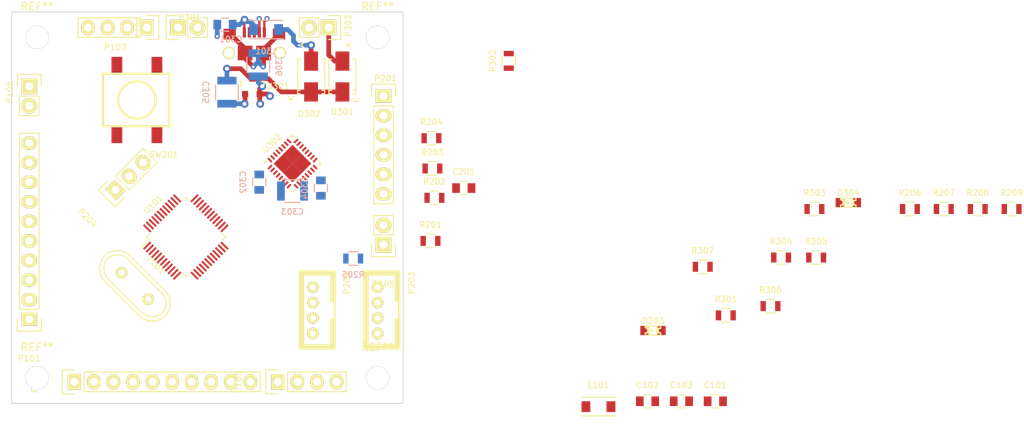
<source format=kicad_pcb>
(kicad_pcb (version 4) (host pcbnew 0.201510170916+6271~30~ubuntu14.04.1-product)

  (general
    (links 131)
    (no_connects 106)
    (area 101.549999 76.149999 152.450001 127.050001)
    (thickness 1.6)
    (drawings 4)
    (tracks 68)
    (zones 0)
    (modules 54)
    (nets 85)
  )

  (page A4)
  (layers
    (0 F.Cu signal)
    (1 GND signal hide)
    (2 PWR signal hide)
    (31 B.Cu signal)
    (32 B.Adhes user)
    (33 F.Adhes user)
    (34 B.Paste user)
    (35 F.Paste user)
    (36 B.SilkS user)
    (37 F.SilkS user)
    (38 B.Mask user)
    (39 F.Mask user)
    (40 Dwgs.User user)
    (41 Cmts.User user)
    (42 Eco1.User user)
    (43 Eco2.User user)
    (44 Edge.Cuts user)
    (45 Margin user)
    (46 B.CrtYd user)
    (47 F.CrtYd user)
    (48 B.Fab user)
    (49 F.Fab user)
  )

  (setup
    (last_trace_width 0.6096)
    (user_trace_width 0.3048)
    (user_trace_width 0.6096)
    (trace_clearance 0.1524)
    (zone_clearance 0.254)
    (zone_45_only no)
    (trace_min 0.1524)
    (segment_width 0.2)
    (edge_width 0.1)
    (via_size 0.6858)
    (via_drill 0.3302)
    (via_min_size 0.6858)
    (via_min_drill 0.3302)
    (user_via 1.016 0.508)
    (uvia_size 0.3)
    (uvia_drill 0.1)
    (uvias_allowed no)
    (uvia_min_size 0)
    (uvia_min_drill 0)
    (pcb_text_width 0.3)
    (pcb_text_size 1.5 1.5)
    (mod_edge_width 0.15)
    (mod_text_size 0.762 0.762)
    (mod_text_width 0.127)
    (pad_size 1.9 1.9)
    (pad_drill 0)
    (pad_to_mask_clearance 0)
    (aux_axis_origin 0 0)
    (visible_elements FFFFF77F)
    (pcbplotparams
      (layerselection 0x00030_80000001)
      (usegerberextensions false)
      (excludeedgelayer true)
      (linewidth 0.100000)
      (plotframeref false)
      (viasonmask false)
      (mode 1)
      (useauxorigin false)
      (hpglpennumber 1)
      (hpglpenspeed 20)
      (hpglpendiameter 15)
      (hpglpenoverlay 2)
      (psnegative false)
      (psa4output false)
      (plotreference true)
      (plotvalue true)
      (plotinvisibletext false)
      (padsonsilk false)
      (subtractmaskfromsilk false)
      (outputformat 1)
      (mirror false)
      (drillshape 1)
      (scaleselection 1)
      (outputdirectory ""))
  )

  (net 0 "")
  (net 1 GND)
  (net 2 NRST)
  (net 3 "Net-(C101-Pad1)")
  (net 4 "Net-(C102-Pad2)")
  (net 5 "Net-(C103-Pad2)")
  (net 6 "Net-(C305-Pad1)")
  (net 7 /Comm/PWR)
  (net 8 "Net-(P201-Pad1)")
  (net 9 /Comm/SWCLK)
  (net 10 /Comm/SWIO)
  (net 11 /Comm/NRST)
  (net 12 "Net-(P201-Pad6)")
  (net 13 "Net-(P205-Pad1)")
  (net 14 /Comm/TRACE)
  (net 15 /Comm/MCO)
  (net 16 "Net-(P102-Pad1)")
  (net 17 "Net-(P102-Pad2)")
  (net 18 "Net-(P102-Pad3)")
  (net 19 "Net-(P102-Pad6)")
  (net 20 /ADC_IN1)
  (net 21 /Power/TXD)
  (net 22 /Power/RXD)
  (net 23 "Net-(P102-Pad7)")
  (net 24 "Net-(P102-Pad8)")
  (net 25 "Net-(P102-Pad9)")
  (net 26 "Net-(P102-Pad10)")
  (net 27 /ADC_IN8)
  (net 28 "Net-(P101-Pad3)")
  (net 29 "Net-(P101-Pad5)")
  (net 30 "Net-(P101-Pad6)")
  (net 31 "Net-(P101-Pad7)")
  (net 32 "Net-(P101-Pad8)")
  (net 33 "Net-(P101-Pad9)")
  (net 34 "Net-(P101-Pad10)")
  (net 35 "Net-(P101-Pad1)")
  (net 36 "Net-(P101-Pad2)")
  (net 37 /Comm/SCL)
  (net 38 /Comm/SDA)
  (net 39 /I2C1_SDA)
  (net 40 /I2C1_SCL)
  (net 41 /SPI1_NSS)
  (net 42 /SPI1_SCK)
  (net 43 /SPI1_MISO)
  (net 44 /SPI1_MOSI)
  (net 45 /USART1_TX)
  (net 46 /USART1_RX)
  (net 47 /Comm/BOOT0)
  (net 48 "Net-(P101-Pad4)")
  (net 49 /PB9)
  (net 50 "Net-(C301-Pad1)")
  (net 51 "Net-(C302-Pad1)")
  (net 52 "Net-(C304-Pad1)")
  (net 53 "Net-(D301-Pad2)")
  (net 54 "Net-(D303-Pad2)")
  (net 55 "Net-(D303-Pad1)")
  (net 56 "Net-(D304-Pad2)")
  (net 57 "Net-(D304-Pad1)")
  (net 58 /ADC_IN9)
  (net 59 "Net-(R301-Pad1)")
  (net 60 "Net-(R302-Pad2)")
  (net 61 "Net-(R303-Pad2)")
  (net 62 "Net-(R304-Pad2)")
  (net 63 "Net-(R305-Pad2)")
  (net 64 "Net-(U302-Pad3)")
  (net 65 "Net-(U302-Pad5)")
  (net 66 "Net-(U302-Pad6)")
  (net 67 "Net-(U302-Pad7)")
  (net 68 "Net-(U302-Pad9)")
  (net 69 "Net-(U302-Pad10)")
  (net 70 "Net-(U302-Pad11)")
  (net 71 "Net-(U302-Pad12)")
  (net 72 "Net-(U302-Pad13)")
  (net 73 "Net-(P301-Pad3)")
  (net 74 "Net-(P301-Pad2)")
  (net 75 "Net-(U302-Pad23)")
  (net 76 "Net-(U302-Pad25)")
  (net 77 "Net-(U302-Pad27)")
  (net 78 "Net-(U302-Pad28)")
  (net 79 "Net-(U302-Pad29)")
  (net 80 "Net-(U302-Pad31)")
  (net 81 "Net-(P203-Pad1)")
  (net 82 "Net-(P203-Pad2)")
  (net 83 "Net-(P203-Pad3)")
  (net 84 "Net-(P203-Pad4)")

  (net_class Default "This is the default net class."
    (clearance 0.1524)
    (trace_width 0.1524)
    (via_dia 0.6858)
    (via_drill 0.3302)
    (uvia_dia 0.3)
    (uvia_drill 0.1)
    (add_net /ADC_IN1)
    (add_net /ADC_IN8)
    (add_net /ADC_IN9)
    (add_net /Comm/BOOT0)
    (add_net /Comm/MCO)
    (add_net /Comm/NRST)
    (add_net /Comm/PWR)
    (add_net /Comm/SCL)
    (add_net /Comm/SDA)
    (add_net /Comm/SWCLK)
    (add_net /Comm/SWIO)
    (add_net /Comm/TRACE)
    (add_net /I2C1_SCL)
    (add_net /I2C1_SDA)
    (add_net /PB9)
    (add_net /Power/RXD)
    (add_net /Power/TXD)
    (add_net /SPI1_MISO)
    (add_net /SPI1_MOSI)
    (add_net /SPI1_NSS)
    (add_net /SPI1_SCK)
    (add_net /USART1_RX)
    (add_net /USART1_TX)
    (add_net GND)
    (add_net NRST)
    (add_net "Net-(C101-Pad1)")
    (add_net "Net-(C102-Pad2)")
    (add_net "Net-(C103-Pad2)")
    (add_net "Net-(C301-Pad1)")
    (add_net "Net-(C302-Pad1)")
    (add_net "Net-(C304-Pad1)")
    (add_net "Net-(C305-Pad1)")
    (add_net "Net-(D301-Pad2)")
    (add_net "Net-(D303-Pad1)")
    (add_net "Net-(D303-Pad2)")
    (add_net "Net-(D304-Pad1)")
    (add_net "Net-(D304-Pad2)")
    (add_net "Net-(P101-Pad1)")
    (add_net "Net-(P101-Pad10)")
    (add_net "Net-(P101-Pad2)")
    (add_net "Net-(P101-Pad3)")
    (add_net "Net-(P101-Pad4)")
    (add_net "Net-(P101-Pad5)")
    (add_net "Net-(P101-Pad6)")
    (add_net "Net-(P101-Pad7)")
    (add_net "Net-(P101-Pad8)")
    (add_net "Net-(P101-Pad9)")
    (add_net "Net-(P102-Pad1)")
    (add_net "Net-(P102-Pad10)")
    (add_net "Net-(P102-Pad2)")
    (add_net "Net-(P102-Pad3)")
    (add_net "Net-(P102-Pad6)")
    (add_net "Net-(P102-Pad7)")
    (add_net "Net-(P102-Pad8)")
    (add_net "Net-(P102-Pad9)")
    (add_net "Net-(P201-Pad1)")
    (add_net "Net-(P201-Pad6)")
    (add_net "Net-(P203-Pad1)")
    (add_net "Net-(P203-Pad2)")
    (add_net "Net-(P203-Pad3)")
    (add_net "Net-(P203-Pad4)")
    (add_net "Net-(P205-Pad1)")
    (add_net "Net-(P301-Pad2)")
    (add_net "Net-(P301-Pad3)")
    (add_net "Net-(R301-Pad1)")
    (add_net "Net-(R302-Pad2)")
    (add_net "Net-(R303-Pad2)")
    (add_net "Net-(R304-Pad2)")
    (add_net "Net-(R305-Pad2)")
    (add_net "Net-(U302-Pad10)")
    (add_net "Net-(U302-Pad11)")
    (add_net "Net-(U302-Pad12)")
    (add_net "Net-(U302-Pad13)")
    (add_net "Net-(U302-Pad23)")
    (add_net "Net-(U302-Pad25)")
    (add_net "Net-(U302-Pad27)")
    (add_net "Net-(U302-Pad28)")
    (add_net "Net-(U302-Pad29)")
    (add_net "Net-(U302-Pad3)")
    (add_net "Net-(U302-Pad31)")
    (add_net "Net-(U302-Pad5)")
    (add_net "Net-(U302-Pad6)")
    (add_net "Net-(U302-Pad7)")
    (add_net "Net-(U302-Pad9)")
  )

  (module Mounting_Holes:MountingHole_3mm (layer F.Cu) (tedit 56789DCD) (tstamp 567A962D)
    (at 149.098 123.698)
    (descr "Mounting hole, Befestigungsbohrung, 3mm, No Annular, Kein Restring,")
    (tags "Mounting hole, Befestigungsbohrung, 3mm, No Annular, Kein Restring,")
    (fp_text reference REF** (at 0 -4.0005) (layer F.SilkS)
      (effects (font (size 1 1) (thickness 0.15)))
    )
    (fp_text value MountingHole_3mm (at 1.00076 5.00126) (layer F.Fab) hide
      (effects (font (size 1 1) (thickness 0.15)))
    )
    (fp_circle (center 0 0) (end 3 0) (layer Cmts.User) (width 0.381))
    (pad 1 thru_hole circle (at 0 0) (size 3 3) (drill 3) (layers))
  )

  (module Mounting_Holes:MountingHole_3mm (layer F.Cu) (tedit 56789DCD) (tstamp 567A9628)
    (at 104.902 123.698)
    (descr "Mounting hole, Befestigungsbohrung, 3mm, No Annular, Kein Restring,")
    (tags "Mounting hole, Befestigungsbohrung, 3mm, No Annular, Kein Restring,")
    (fp_text reference REF** (at 0 -4.0005) (layer F.SilkS)
      (effects (font (size 1 1) (thickness 0.15)))
    )
    (fp_text value MountingHole_3mm (at 1.00076 5.00126) (layer F.Fab) hide
      (effects (font (size 1 1) (thickness 0.15)))
    )
    (fp_circle (center 0 0) (end 3 0) (layer Cmts.User) (width 0.381))
    (pad 1 thru_hole circle (at 0 0) (size 3 3) (drill 3) (layers))
  )

  (module Mounting_Holes:MountingHole_3mm (layer F.Cu) (tedit 56789DC9) (tstamp 567A9619)
    (at 149.098 79.502)
    (descr "Mounting hole, Befestigungsbohrung, 3mm, No Annular, Kein Restring,")
    (tags "Mounting hole, Befestigungsbohrung, 3mm, No Annular, Kein Restring,")
    (fp_text reference REF** (at 0 -4.0005) (layer F.SilkS)
      (effects (font (size 1 1) (thickness 0.15)))
    )
    (fp_text value MountingHole_3mm (at 1.00076 5.00126) (layer F.Fab) hide
      (effects (font (size 1 1) (thickness 0.15)))
    )
    (fp_circle (center 0 0) (end 3 0) (layer Cmts.User) (width 0.381))
    (pad 1 thru_hole circle (at 0 0) (size 3 3) (drill 3) (layers))
  )

  (module Capacitors_SMD:C_0805 (layer F.Cu) (tedit 5415D6EA) (tstamp 56670DBF)
    (at 192.923571 126.727)
    (descr "Capacitor SMD 0805, reflow soldering, AVX (see smccp.pdf)")
    (tags "capacitor 0805")
    (path /5626F380)
    (attr smd)
    (fp_text reference C101 (at 0 -2.1) (layer F.SilkS)
      (effects (font (size 0.762 0.762) (thickness 0.127)))
    )
    (fp_text value C (at 0 2.1) (layer F.Fab)
      (effects (font (size 0.762 0.762) (thickness 0.127)))
    )
    (fp_line (start -1.8 -1) (end 1.8 -1) (layer F.CrtYd) (width 0.05))
    (fp_line (start -1.8 1) (end 1.8 1) (layer F.CrtYd) (width 0.05))
    (fp_line (start -1.8 -1) (end -1.8 1) (layer F.CrtYd) (width 0.05))
    (fp_line (start 1.8 -1) (end 1.8 1) (layer F.CrtYd) (width 0.05))
    (fp_line (start 0.5 -0.85) (end -0.5 -0.85) (layer F.SilkS) (width 0.15))
    (fp_line (start -0.5 0.85) (end 0.5 0.85) (layer F.SilkS) (width 0.15))
    (pad 1 smd rect (at -1 0) (size 1 1.25) (layers F.Cu F.Paste F.Mask)
      (net 3 "Net-(C101-Pad1)"))
    (pad 2 smd rect (at 1 0) (size 1 1.25) (layers F.Cu F.Paste F.Mask)
      (net 1 GND))
    (model Capacitors_SMD.3dshapes/C_0805.wrl
      (at (xyz 0 0 0))
      (scale (xyz 1 1 1))
      (rotate (xyz 0 0 0))
    )
  )

  (module Capacitors_SMD:C_0805 (layer F.Cu) (tedit 5415D6EA) (tstamp 56670DC5)
    (at 184.123571 126.727)
    (descr "Capacitor SMD 0805, reflow soldering, AVX (see smccp.pdf)")
    (tags "capacitor 0805")
    (path /5652990D)
    (attr smd)
    (fp_text reference C102 (at 0 -2.1) (layer F.SilkS)
      (effects (font (size 0.762 0.762) (thickness 0.127)))
    )
    (fp_text value 20P (at 0 2.1) (layer F.Fab)
      (effects (font (size 0.762 0.762) (thickness 0.127)))
    )
    (fp_line (start -1.8 -1) (end 1.8 -1) (layer F.CrtYd) (width 0.05))
    (fp_line (start -1.8 1) (end 1.8 1) (layer F.CrtYd) (width 0.05))
    (fp_line (start -1.8 -1) (end -1.8 1) (layer F.CrtYd) (width 0.05))
    (fp_line (start 1.8 -1) (end 1.8 1) (layer F.CrtYd) (width 0.05))
    (fp_line (start 0.5 -0.85) (end -0.5 -0.85) (layer F.SilkS) (width 0.15))
    (fp_line (start -0.5 0.85) (end 0.5 0.85) (layer F.SilkS) (width 0.15))
    (pad 1 smd rect (at -1 0) (size 1 1.25) (layers F.Cu F.Paste F.Mask)
      (net 1 GND))
    (pad 2 smd rect (at 1 0) (size 1 1.25) (layers F.Cu F.Paste F.Mask)
      (net 4 "Net-(C102-Pad2)"))
    (model Capacitors_SMD.3dshapes/C_0805.wrl
      (at (xyz 0 0 0))
      (scale (xyz 1 1 1))
      (rotate (xyz 0 0 0))
    )
  )

  (module Capacitors_SMD:C_0805 (layer F.Cu) (tedit 5415D6EA) (tstamp 56670DCB)
    (at 188.523571 126.727)
    (descr "Capacitor SMD 0805, reflow soldering, AVX (see smccp.pdf)")
    (tags "capacitor 0805")
    (path /56529966)
    (attr smd)
    (fp_text reference C103 (at 0 -2.1) (layer F.SilkS)
      (effects (font (size 0.762 0.762) (thickness 0.127)))
    )
    (fp_text value 20P (at 0 2.1) (layer F.Fab)
      (effects (font (size 0.762 0.762) (thickness 0.127)))
    )
    (fp_line (start -1.8 -1) (end 1.8 -1) (layer F.CrtYd) (width 0.05))
    (fp_line (start -1.8 1) (end 1.8 1) (layer F.CrtYd) (width 0.05))
    (fp_line (start -1.8 -1) (end -1.8 1) (layer F.CrtYd) (width 0.05))
    (fp_line (start 1.8 -1) (end 1.8 1) (layer F.CrtYd) (width 0.05))
    (fp_line (start 0.5 -0.85) (end -0.5 -0.85) (layer F.SilkS) (width 0.15))
    (fp_line (start -0.5 0.85) (end 0.5 0.85) (layer F.SilkS) (width 0.15))
    (pad 1 smd rect (at -1 0) (size 1 1.25) (layers F.Cu F.Paste F.Mask)
      (net 1 GND))
    (pad 2 smd rect (at 1 0) (size 1 1.25) (layers F.Cu F.Paste F.Mask)
      (net 5 "Net-(C103-Pad2)"))
    (model Capacitors_SMD.3dshapes/C_0805.wrl
      (at (xyz 0 0 0))
      (scale (xyz 1 1 1))
      (rotate (xyz 0 0 0))
    )
  )

  (module Capacitors_SMD:C_0805 (layer F.Cu) (tedit 5415D6EA) (tstamp 56670DD1)
    (at 160.274 99.06)
    (descr "Capacitor SMD 0805, reflow soldering, AVX (see smccp.pdf)")
    (tags "capacitor 0805")
    (path /565ED06F/565FED42)
    (attr smd)
    (fp_text reference C201 (at 0 -2.1) (layer F.SilkS)
      (effects (font (size 0.762 0.762) (thickness 0.127)))
    )
    (fp_text value C (at 0 2.1) (layer F.Fab)
      (effects (font (size 0.762 0.762) (thickness 0.127)))
    )
    (fp_line (start -1.8 -1) (end 1.8 -1) (layer F.CrtYd) (width 0.05))
    (fp_line (start -1.8 1) (end 1.8 1) (layer F.CrtYd) (width 0.05))
    (fp_line (start -1.8 -1) (end -1.8 1) (layer F.CrtYd) (width 0.05))
    (fp_line (start 1.8 -1) (end 1.8 1) (layer F.CrtYd) (width 0.05))
    (fp_line (start 0.5 -0.85) (end -0.5 -0.85) (layer F.SilkS) (width 0.15))
    (fp_line (start -0.5 0.85) (end 0.5 0.85) (layer F.SilkS) (width 0.15))
    (pad 1 smd rect (at -1 0) (size 1 1.25) (layers F.Cu F.Paste F.Mask)
      (net 11 /Comm/NRST))
    (pad 2 smd rect (at 1 0) (size 1 1.25) (layers F.Cu F.Paste F.Mask)
      (net 1 GND))
    (model Capacitors_SMD.3dshapes/C_0805.wrl
      (at (xyz 0 0 0))
      (scale (xyz 1 1 1))
      (rotate (xyz 0 0 0))
    )
  )

  (module Capacitors_SMD:C_0805 (layer B.Cu) (tedit 5678A07D) (tstamp 56670DD7)
    (at 129.286 77.851 180)
    (descr "Capacitor SMD 0805, reflow soldering, AVX (see smccp.pdf)")
    (tags "capacitor 0805")
    (path /56440BA6/565612DF)
    (attr smd)
    (fp_text reference C301 (at -0.762 -1.905 180) (layer B.SilkS)
      (effects (font (size 0.762 0.762) (thickness 0.127)) (justify mirror))
    )
    (fp_text value .1U (at 0 -2.1 180) (layer B.Fab) hide
      (effects (font (size 0.762 0.762) (thickness 0.127)) (justify mirror))
    )
    (fp_line (start -1.8 1) (end 1.8 1) (layer B.CrtYd) (width 0.05))
    (fp_line (start -1.8 -1) (end 1.8 -1) (layer B.CrtYd) (width 0.05))
    (fp_line (start -1.8 1) (end -1.8 -1) (layer B.CrtYd) (width 0.05))
    (fp_line (start 1.8 1) (end 1.8 -1) (layer B.CrtYd) (width 0.05))
    (fp_line (start 0.5 0.85) (end -0.5 0.85) (layer B.SilkS) (width 0.15))
    (fp_line (start -0.5 -0.85) (end 0.5 -0.85) (layer B.SilkS) (width 0.15))
    (pad 1 smd rect (at -1 0 180) (size 1 1.25) (layers B.Cu B.Paste B.Mask)
      (net 50 "Net-(C301-Pad1)"))
    (pad 2 smd rect (at 1 0 180) (size 1 1.25) (layers B.Cu B.Paste B.Mask)
      (net 1 GND))
    (model Capacitors_SMD.3dshapes/C_0805.wrl
      (at (xyz 0 0 0))
      (scale (xyz 1 1 1))
      (rotate (xyz 0 0 0))
    )
  )

  (module Capacitors_SMD:C_0805 (layer B.Cu) (tedit 5415D6EA) (tstamp 56670DDD)
    (at 133.731 98.298 270)
    (descr "Capacitor SMD 0805, reflow soldering, AVX (see smccp.pdf)")
    (tags "capacitor 0805")
    (path /56440BA6/56567FCE)
    (attr smd)
    (fp_text reference C302 (at 0 2.1 270) (layer B.SilkS)
      (effects (font (size 0.762 0.762) (thickness 0.127)) (justify mirror))
    )
    (fp_text value .1U (at 0 -2.1 270) (layer B.Fab)
      (effects (font (size 0.762 0.762) (thickness 0.127)) (justify mirror))
    )
    (fp_line (start -1.8 1) (end 1.8 1) (layer B.CrtYd) (width 0.05))
    (fp_line (start -1.8 -1) (end 1.8 -1) (layer B.CrtYd) (width 0.05))
    (fp_line (start -1.8 1) (end -1.8 -1) (layer B.CrtYd) (width 0.05))
    (fp_line (start 1.8 1) (end 1.8 -1) (layer B.CrtYd) (width 0.05))
    (fp_line (start 0.5 0.85) (end -0.5 0.85) (layer B.SilkS) (width 0.15))
    (fp_line (start -0.5 -0.85) (end 0.5 -0.85) (layer B.SilkS) (width 0.15))
    (pad 1 smd rect (at -1 0 270) (size 1 1.25) (layers B.Cu B.Paste B.Mask)
      (net 51 "Net-(C302-Pad1)"))
    (pad 2 smd rect (at 1 0 270) (size 1 1.25) (layers B.Cu B.Paste B.Mask)
      (net 1 GND))
    (model Capacitors_SMD.3dshapes/C_0805.wrl
      (at (xyz 0 0 0))
      (scale (xyz 1 1 1))
      (rotate (xyz 0 0 0))
    )
  )

  (module Capacitors_SMD:C_1210 (layer B.Cu) (tedit 5415D85D) (tstamp 56670DE3)
    (at 138.049 99.441)
    (descr "Capacitor SMD 1210, reflow soldering, AVX (see smccp.pdf)")
    (tags "capacitor 1210")
    (path /56440BA6/56567F6F)
    (attr smd)
    (fp_text reference C303 (at 0 2.7) (layer B.SilkS)
      (effects (font (size 0.762 0.762) (thickness 0.127)) (justify mirror))
    )
    (fp_text value 4.7U (at 0 -2.7) (layer B.Fab)
      (effects (font (size 0.762 0.762) (thickness 0.127)) (justify mirror))
    )
    (fp_line (start -2.3 1.6) (end 2.3 1.6) (layer B.CrtYd) (width 0.05))
    (fp_line (start -2.3 -1.6) (end 2.3 -1.6) (layer B.CrtYd) (width 0.05))
    (fp_line (start -2.3 1.6) (end -2.3 -1.6) (layer B.CrtYd) (width 0.05))
    (fp_line (start 2.3 1.6) (end 2.3 -1.6) (layer B.CrtYd) (width 0.05))
    (fp_line (start 1 1.475) (end -1 1.475) (layer B.SilkS) (width 0.15))
    (fp_line (start -1 -1.475) (end 1 -1.475) (layer B.SilkS) (width 0.15))
    (pad 1 smd rect (at -1.5 0) (size 1 2.5) (layers B.Cu B.Paste B.Mask)
      (net 51 "Net-(C302-Pad1)"))
    (pad 2 smd rect (at 1.5 0) (size 1 2.5) (layers B.Cu B.Paste B.Mask)
      (net 1 GND))
    (model Capacitors_SMD.3dshapes/C_1210.wrl
      (at (xyz 0 0 0))
      (scale (xyz 1 1 1))
      (rotate (xyz 0 0 0))
    )
  )

  (module Capacitors_SMD:C_0805 (layer B.Cu) (tedit 5415D6EA) (tstamp 56670DE9)
    (at 141.732 99.06 270)
    (descr "Capacitor SMD 0805, reflow soldering, AVX (see smccp.pdf)")
    (tags "capacitor 0805")
    (path /56440BA6/565684E2)
    (attr smd)
    (fp_text reference C304 (at 0 2.1 270) (layer B.SilkS)
      (effects (font (size 0.762 0.762) (thickness 0.127)) (justify mirror))
    )
    (fp_text value .1U (at 0 -2.1 270) (layer B.Fab)
      (effects (font (size 0.762 0.762) (thickness 0.127)) (justify mirror))
    )
    (fp_line (start -1.8 1) (end 1.8 1) (layer B.CrtYd) (width 0.05))
    (fp_line (start -1.8 -1) (end 1.8 -1) (layer B.CrtYd) (width 0.05))
    (fp_line (start -1.8 1) (end -1.8 -1) (layer B.CrtYd) (width 0.05))
    (fp_line (start 1.8 1) (end 1.8 -1) (layer B.CrtYd) (width 0.05))
    (fp_line (start 0.5 0.85) (end -0.5 0.85) (layer B.SilkS) (width 0.15))
    (fp_line (start -0.5 -0.85) (end 0.5 -0.85) (layer B.SilkS) (width 0.15))
    (pad 1 smd rect (at -1 0 270) (size 1 1.25) (layers B.Cu B.Paste B.Mask)
      (net 52 "Net-(C304-Pad1)"))
    (pad 2 smd rect (at 1 0 270) (size 1 1.25) (layers B.Cu B.Paste B.Mask)
      (net 1 GND))
    (model Capacitors_SMD.3dshapes/C_0805.wrl
      (at (xyz 0 0 0))
      (scale (xyz 1 1 1))
      (rotate (xyz 0 0 0))
    )
  )

  (module Capacitors_SMD:C_1210 (layer B.Cu) (tedit 5415D85D) (tstamp 56670DEF)
    (at 129.54 86.614 270)
    (descr "Capacitor SMD 1210, reflow soldering, AVX (see smccp.pdf)")
    (tags "capacitor 1210")
    (path /56440BA6/56441A9A)
    (attr smd)
    (fp_text reference C305 (at 0 2.7 270) (layer B.SilkS)
      (effects (font (size 0.762 0.762) (thickness 0.127)) (justify mirror))
    )
    (fp_text value 10U (at 0 -2.7 270) (layer B.Fab)
      (effects (font (size 0.762 0.762) (thickness 0.127)) (justify mirror))
    )
    (fp_line (start -2.3 1.6) (end 2.3 1.6) (layer B.CrtYd) (width 0.05))
    (fp_line (start -2.3 -1.6) (end 2.3 -1.6) (layer B.CrtYd) (width 0.05))
    (fp_line (start -2.3 1.6) (end -2.3 -1.6) (layer B.CrtYd) (width 0.05))
    (fp_line (start 2.3 1.6) (end 2.3 -1.6) (layer B.CrtYd) (width 0.05))
    (fp_line (start 1 1.475) (end -1 1.475) (layer B.SilkS) (width 0.15))
    (fp_line (start -1 -1.475) (end 1 -1.475) (layer B.SilkS) (width 0.15))
    (pad 1 smd rect (at -1.5 0 270) (size 1 2.5) (layers B.Cu B.Paste B.Mask)
      (net 6 "Net-(C305-Pad1)"))
    (pad 2 smd rect (at 1.5 0 270) (size 1 2.5) (layers B.Cu B.Paste B.Mask)
      (net 1 GND))
    (model Capacitors_SMD.3dshapes/C_1210.wrl
      (at (xyz 0 0 0))
      (scale (xyz 1 1 1))
      (rotate (xyz 0 0 0))
    )
  )

  (module Capacitors_SMD:C_1210 (layer B.Cu) (tedit 5415D85D) (tstamp 56670DF5)
    (at 133.604 83.058 90)
    (descr "Capacitor SMD 1210, reflow soldering, AVX (see smccp.pdf)")
    (tags "capacitor 1210")
    (path /56440BA6/56441AA1)
    (attr smd)
    (fp_text reference C306 (at 0 2.7 90) (layer B.SilkS)
      (effects (font (size 0.762 0.762) (thickness 0.127)) (justify mirror))
    )
    (fp_text value 10U (at 0 -2.7 90) (layer B.Fab)
      (effects (font (size 0.762 0.762) (thickness 0.127)) (justify mirror))
    )
    (fp_line (start -2.3 1.6) (end 2.3 1.6) (layer B.CrtYd) (width 0.05))
    (fp_line (start -2.3 -1.6) (end 2.3 -1.6) (layer B.CrtYd) (width 0.05))
    (fp_line (start -2.3 1.6) (end -2.3 -1.6) (layer B.CrtYd) (width 0.05))
    (fp_line (start 2.3 1.6) (end 2.3 -1.6) (layer B.CrtYd) (width 0.05))
    (fp_line (start 1 1.475) (end -1 1.475) (layer B.SilkS) (width 0.15))
    (fp_line (start -1 -1.475) (end 1 -1.475) (layer B.SilkS) (width 0.15))
    (pad 1 smd rect (at -1.5 0 90) (size 1 2.5) (layers B.Cu B.Paste B.Mask)
      (net 7 /Comm/PWR))
    (pad 2 smd rect (at 1.5 0 90) (size 1 2.5) (layers B.Cu B.Paste B.Mask)
      (net 1 GND))
    (model Capacitors_SMD.3dshapes/C_1210.wrl
      (at (xyz 0 0 0))
      (scale (xyz 1 1 1))
      (rotate (xyz 0 0 0))
    )
  )

  (module Diodes_SMD:Diode-SMA_Standard (layer F.Cu) (tedit 56789DC5) (tstamp 56670DFB)
    (at 144.526 84.582 90)
    (descr "Diode SMA")
    (tags "Diode SMA")
    (path /56440BA6/565622B8)
    (attr smd)
    (fp_text reference D301 (at -4.572 0 180) (layer F.SilkS)
      (effects (font (size 0.762 0.762) (thickness 0.127)))
    )
    (fp_text value D_Schottky (at 0 4.3 90) (layer F.Fab) hide
      (effects (font (size 0.762 0.762) (thickness 0.127)))
    )
    (fp_line (start -3.5 -2) (end 3.5 -2) (layer F.CrtYd) (width 0.05))
    (fp_line (start 3.5 -2) (end 3.5 2) (layer F.CrtYd) (width 0.05))
    (fp_line (start 3.5 2) (end -3.5 2) (layer F.CrtYd) (width 0.05))
    (fp_line (start -3.5 2) (end -3.5 -2) (layer F.CrtYd) (width 0.05))
    (fp_text user K (at -3.048 1.778 90) (layer F.SilkS)
      (effects (font (size 0.762 0.762) (thickness 0.127)))
    )
    (fp_text user A (at 4.064 0.762 90) (layer F.SilkS)
      (effects (font (size 0.762 0.762) (thickness 0.127)))
    )
    (fp_circle (center 0 0) (end 0.20066 -0.0508) (layer F.Adhes) (width 0.381))
    (fp_line (start -1.79914 1.75006) (end -1.79914 1.39954) (layer F.SilkS) (width 0.15))
    (fp_line (start -1.79914 -1.75006) (end -1.79914 -1.39954) (layer F.SilkS) (width 0.15))
    (fp_line (start 2.25044 1.75006) (end 2.25044 1.39954) (layer F.SilkS) (width 0.15))
    (fp_line (start -2.25044 1.75006) (end -2.25044 1.39954) (layer F.SilkS) (width 0.15))
    (fp_line (start -2.25044 -1.75006) (end -2.25044 -1.39954) (layer F.SilkS) (width 0.15))
    (fp_line (start 2.25044 -1.75006) (end 2.25044 -1.39954) (layer F.SilkS) (width 0.15))
    (fp_line (start -2.25044 1.75006) (end 2.25044 1.75006) (layer F.SilkS) (width 0.15))
    (fp_line (start -2.25044 -1.75006) (end 2.25044 -1.75006) (layer F.SilkS) (width 0.15))
    (pad 1 smd rect (at -1.99898 0 90) (size 2.49936 1.80086) (layers F.Cu F.Paste F.Mask)
      (net 6 "Net-(C305-Pad1)"))
    (pad 2 smd rect (at 1.99898 0 90) (size 2.49936 1.80086) (layers F.Cu F.Paste F.Mask)
      (net 53 "Net-(D301-Pad2)"))
    (model Diodes_SMD.3dshapes/Diode-SMA_Standard.wrl
      (at (xyz 0 0 0))
      (scale (xyz 0.3937 0.3937 0.3937))
      (rotate (xyz 0 0 180))
    )
  )

  (module Diodes_SMD:Diode-SMA_Standard (layer F.Cu) (tedit 56789CF7) (tstamp 56670E01)
    (at 140.462 84.582 90)
    (descr "Diode SMA")
    (tags "Diode SMA")
    (path /56440BA6/565637EA)
    (attr smd)
    (fp_text reference D302 (at -4.826 -0.254 180) (layer F.SilkS)
      (effects (font (size 0.762 0.762) (thickness 0.127)))
    )
    (fp_text value D_Schottky (at 0 4.3 90) (layer F.Fab) hide
      (effects (font (size 0.762 0.762) (thickness 0.127)))
    )
    (fp_line (start -3.5 -2) (end 3.5 -2) (layer F.CrtYd) (width 0.05))
    (fp_line (start 3.5 -2) (end 3.5 2) (layer F.CrtYd) (width 0.05))
    (fp_line (start 3.5 2) (end -3.5 2) (layer F.CrtYd) (width 0.05))
    (fp_line (start -3.5 2) (end -3.5 -2) (layer F.CrtYd) (width 0.05))
    (fp_text user K (at -2.794 -2.54 90) (layer F.SilkS)
      (effects (font (size 0.762 0.762) (thickness 0.127)))
    )
    (fp_text user A (at 4.064 -1.27 90) (layer F.SilkS)
      (effects (font (size 0.762 0.762) (thickness 0.127)))
    )
    (fp_circle (center 0 0) (end 0.20066 -0.0508) (layer F.Adhes) (width 0.381))
    (fp_line (start -1.79914 1.75006) (end -1.79914 1.39954) (layer F.SilkS) (width 0.15))
    (fp_line (start -1.79914 -1.75006) (end -1.79914 -1.39954) (layer F.SilkS) (width 0.15))
    (fp_line (start 2.25044 1.75006) (end 2.25044 1.39954) (layer F.SilkS) (width 0.15))
    (fp_line (start -2.25044 1.75006) (end -2.25044 1.39954) (layer F.SilkS) (width 0.15))
    (fp_line (start -2.25044 -1.75006) (end -2.25044 -1.39954) (layer F.SilkS) (width 0.15))
    (fp_line (start 2.25044 -1.75006) (end 2.25044 -1.39954) (layer F.SilkS) (width 0.15))
    (fp_line (start -2.25044 1.75006) (end 2.25044 1.75006) (layer F.SilkS) (width 0.15))
    (fp_line (start -2.25044 -1.75006) (end 2.25044 -1.75006) (layer F.SilkS) (width 0.15))
    (pad 1 smd rect (at -1.99898 0 90) (size 2.49936 1.80086) (layers F.Cu F.Paste F.Mask)
      (net 6 "Net-(C305-Pad1)"))
    (pad 2 smd rect (at 1.99898 0 90) (size 2.49936 1.80086) (layers F.Cu F.Paste F.Mask)
      (net 51 "Net-(C302-Pad1)"))
    (model Diodes_SMD.3dshapes/Diode-SMA_Standard.wrl
      (at (xyz 0 0 0))
      (scale (xyz 0.3937 0.3937 0.3937))
      (rotate (xyz 0 0 180))
    )
  )

  (module LEDs:LED-0805 (layer F.Cu) (tedit 5538B1C2) (tstamp 56670E07)
    (at 184.833571 117.547)
    (descr "LED 0805 smd package")
    (tags "LED 0805 SMD")
    (path /56440BA6/5656BA7D)
    (attr smd)
    (fp_text reference D303 (at 0 -1.27) (layer F.SilkS)
      (effects (font (size 0.762 0.762) (thickness 0.127)))
    )
    (fp_text value LED (at 0 1.27) (layer F.Fab)
      (effects (font (size 0.762 0.762) (thickness 0.127)))
    )
    (fp_line (start -0.49784 0.29972) (end -0.49784 0.62484) (layer F.SilkS) (width 0.15))
    (fp_line (start -0.49784 0.62484) (end -0.99822 0.62484) (layer F.SilkS) (width 0.15))
    (fp_line (start -0.99822 0.29972) (end -0.99822 0.62484) (layer F.SilkS) (width 0.15))
    (fp_line (start -0.49784 0.29972) (end -0.99822 0.29972) (layer F.SilkS) (width 0.15))
    (fp_line (start -0.49784 -0.32258) (end -0.49784 -0.17272) (layer F.SilkS) (width 0.15))
    (fp_line (start -0.49784 -0.17272) (end -0.7493 -0.17272) (layer F.SilkS) (width 0.15))
    (fp_line (start -0.7493 -0.32258) (end -0.7493 -0.17272) (layer F.SilkS) (width 0.15))
    (fp_line (start -0.49784 -0.32258) (end -0.7493 -0.32258) (layer F.SilkS) (width 0.15))
    (fp_line (start -0.49784 0.17272) (end -0.49784 0.32258) (layer F.SilkS) (width 0.15))
    (fp_line (start -0.49784 0.32258) (end -0.7493 0.32258) (layer F.SilkS) (width 0.15))
    (fp_line (start -0.7493 0.17272) (end -0.7493 0.32258) (layer F.SilkS) (width 0.15))
    (fp_line (start -0.49784 0.17272) (end -0.7493 0.17272) (layer F.SilkS) (width 0.15))
    (fp_line (start -0.49784 -0.19812) (end -0.49784 0.19812) (layer F.SilkS) (width 0.15))
    (fp_line (start -0.49784 0.19812) (end -0.6731 0.19812) (layer F.SilkS) (width 0.15))
    (fp_line (start -0.6731 -0.19812) (end -0.6731 0.19812) (layer F.SilkS) (width 0.15))
    (fp_line (start -0.49784 -0.19812) (end -0.6731 -0.19812) (layer F.SilkS) (width 0.15))
    (fp_line (start 0.99822 0.29972) (end 0.99822 0.62484) (layer F.SilkS) (width 0.15))
    (fp_line (start 0.99822 0.62484) (end 0.49784 0.62484) (layer F.SilkS) (width 0.15))
    (fp_line (start 0.49784 0.29972) (end 0.49784 0.62484) (layer F.SilkS) (width 0.15))
    (fp_line (start 0.99822 0.29972) (end 0.49784 0.29972) (layer F.SilkS) (width 0.15))
    (fp_line (start 0.99822 -0.62484) (end 0.99822 -0.29972) (layer F.SilkS) (width 0.15))
    (fp_line (start 0.99822 -0.29972) (end 0.49784 -0.29972) (layer F.SilkS) (width 0.15))
    (fp_line (start 0.49784 -0.62484) (end 0.49784 -0.29972) (layer F.SilkS) (width 0.15))
    (fp_line (start 0.99822 -0.62484) (end 0.49784 -0.62484) (layer F.SilkS) (width 0.15))
    (fp_line (start 0.7493 0.17272) (end 0.7493 0.32258) (layer F.SilkS) (width 0.15))
    (fp_line (start 0.7493 0.32258) (end 0.49784 0.32258) (layer F.SilkS) (width 0.15))
    (fp_line (start 0.49784 0.17272) (end 0.49784 0.32258) (layer F.SilkS) (width 0.15))
    (fp_line (start 0.7493 0.17272) (end 0.49784 0.17272) (layer F.SilkS) (width 0.15))
    (fp_line (start 0.7493 -0.32258) (end 0.7493 -0.17272) (layer F.SilkS) (width 0.15))
    (fp_line (start 0.7493 -0.17272) (end 0.49784 -0.17272) (layer F.SilkS) (width 0.15))
    (fp_line (start 0.49784 -0.32258) (end 0.49784 -0.17272) (layer F.SilkS) (width 0.15))
    (fp_line (start 0.7493 -0.32258) (end 0.49784 -0.32258) (layer F.SilkS) (width 0.15))
    (fp_line (start 0.6731 -0.19812) (end 0.6731 0.19812) (layer F.SilkS) (width 0.15))
    (fp_line (start 0.6731 0.19812) (end 0.49784 0.19812) (layer F.SilkS) (width 0.15))
    (fp_line (start 0.49784 -0.19812) (end 0.49784 0.19812) (layer F.SilkS) (width 0.15))
    (fp_line (start 0.6731 -0.19812) (end 0.49784 -0.19812) (layer F.SilkS) (width 0.15))
    (fp_line (start 0 -0.09906) (end 0 0.09906) (layer F.SilkS) (width 0.15))
    (fp_line (start 0 0.09906) (end -0.19812 0.09906) (layer F.SilkS) (width 0.15))
    (fp_line (start -0.19812 -0.09906) (end -0.19812 0.09906) (layer F.SilkS) (width 0.15))
    (fp_line (start 0 -0.09906) (end -0.19812 -0.09906) (layer F.SilkS) (width 0.15))
    (fp_line (start -0.49784 -0.59944) (end -0.49784 -0.29972) (layer F.SilkS) (width 0.15))
    (fp_line (start -0.49784 -0.29972) (end -0.79756 -0.29972) (layer F.SilkS) (width 0.15))
    (fp_line (start -0.79756 -0.59944) (end -0.79756 -0.29972) (layer F.SilkS) (width 0.15))
    (fp_line (start -0.49784 -0.59944) (end -0.79756 -0.59944) (layer F.SilkS) (width 0.15))
    (fp_line (start -0.92456 -0.62484) (end -0.92456 -0.39878) (layer F.SilkS) (width 0.15))
    (fp_line (start -0.92456 -0.39878) (end -0.99822 -0.39878) (layer F.SilkS) (width 0.15))
    (fp_line (start -0.99822 -0.62484) (end -0.99822 -0.39878) (layer F.SilkS) (width 0.15))
    (fp_line (start -0.92456 -0.62484) (end -0.99822 -0.62484) (layer F.SilkS) (width 0.15))
    (fp_line (start -0.52324 0.57404) (end 0.52324 0.57404) (layer F.SilkS) (width 0.15))
    (fp_line (start 0.49784 -0.57404) (end -0.92456 -0.57404) (layer F.SilkS) (width 0.15))
    (fp_circle (center -0.84836 -0.44958) (end -0.89916 -0.50038) (layer F.SilkS) (width 0.15))
    (fp_arc (start -0.99822 0) (end -0.99822 0.34798) (angle -180) (layer F.SilkS) (width 0.15))
    (fp_arc (start 0.99822 0) (end 0.99822 -0.34798) (angle -180) (layer F.SilkS) (width 0.15))
    (pad 2 smd rect (at 1.04902 0 180) (size 1.19888 1.19888) (layers F.Cu F.Paste F.Mask)
      (net 54 "Net-(D303-Pad2)"))
    (pad 1 smd rect (at -1.04902 0 180) (size 1.19888 1.19888) (layers F.Cu F.Paste F.Mask)
      (net 55 "Net-(D303-Pad1)"))
  )

  (module LEDs:LED-0805 (layer F.Cu) (tedit 5538B1C2) (tstamp 56670E0D)
    (at 210.183571 100.947)
    (descr "LED 0805 smd package")
    (tags "LED 0805 SMD")
    (path /56440BA6/5656BBD1)
    (attr smd)
    (fp_text reference D304 (at 0 -1.27) (layer F.SilkS)
      (effects (font (size 0.762 0.762) (thickness 0.127)))
    )
    (fp_text value LED (at 0 1.27) (layer F.Fab)
      (effects (font (size 0.762 0.762) (thickness 0.127)))
    )
    (fp_line (start -0.49784 0.29972) (end -0.49784 0.62484) (layer F.SilkS) (width 0.15))
    (fp_line (start -0.49784 0.62484) (end -0.99822 0.62484) (layer F.SilkS) (width 0.15))
    (fp_line (start -0.99822 0.29972) (end -0.99822 0.62484) (layer F.SilkS) (width 0.15))
    (fp_line (start -0.49784 0.29972) (end -0.99822 0.29972) (layer F.SilkS) (width 0.15))
    (fp_line (start -0.49784 -0.32258) (end -0.49784 -0.17272) (layer F.SilkS) (width 0.15))
    (fp_line (start -0.49784 -0.17272) (end -0.7493 -0.17272) (layer F.SilkS) (width 0.15))
    (fp_line (start -0.7493 -0.32258) (end -0.7493 -0.17272) (layer F.SilkS) (width 0.15))
    (fp_line (start -0.49784 -0.32258) (end -0.7493 -0.32258) (layer F.SilkS) (width 0.15))
    (fp_line (start -0.49784 0.17272) (end -0.49784 0.32258) (layer F.SilkS) (width 0.15))
    (fp_line (start -0.49784 0.32258) (end -0.7493 0.32258) (layer F.SilkS) (width 0.15))
    (fp_line (start -0.7493 0.17272) (end -0.7493 0.32258) (layer F.SilkS) (width 0.15))
    (fp_line (start -0.49784 0.17272) (end -0.7493 0.17272) (layer F.SilkS) (width 0.15))
    (fp_line (start -0.49784 -0.19812) (end -0.49784 0.19812) (layer F.SilkS) (width 0.15))
    (fp_line (start -0.49784 0.19812) (end -0.6731 0.19812) (layer F.SilkS) (width 0.15))
    (fp_line (start -0.6731 -0.19812) (end -0.6731 0.19812) (layer F.SilkS) (width 0.15))
    (fp_line (start -0.49784 -0.19812) (end -0.6731 -0.19812) (layer F.SilkS) (width 0.15))
    (fp_line (start 0.99822 0.29972) (end 0.99822 0.62484) (layer F.SilkS) (width 0.15))
    (fp_line (start 0.99822 0.62484) (end 0.49784 0.62484) (layer F.SilkS) (width 0.15))
    (fp_line (start 0.49784 0.29972) (end 0.49784 0.62484) (layer F.SilkS) (width 0.15))
    (fp_line (start 0.99822 0.29972) (end 0.49784 0.29972) (layer F.SilkS) (width 0.15))
    (fp_line (start 0.99822 -0.62484) (end 0.99822 -0.29972) (layer F.SilkS) (width 0.15))
    (fp_line (start 0.99822 -0.29972) (end 0.49784 -0.29972) (layer F.SilkS) (width 0.15))
    (fp_line (start 0.49784 -0.62484) (end 0.49784 -0.29972) (layer F.SilkS) (width 0.15))
    (fp_line (start 0.99822 -0.62484) (end 0.49784 -0.62484) (layer F.SilkS) (width 0.15))
    (fp_line (start 0.7493 0.17272) (end 0.7493 0.32258) (layer F.SilkS) (width 0.15))
    (fp_line (start 0.7493 0.32258) (end 0.49784 0.32258) (layer F.SilkS) (width 0.15))
    (fp_line (start 0.49784 0.17272) (end 0.49784 0.32258) (layer F.SilkS) (width 0.15))
    (fp_line (start 0.7493 0.17272) (end 0.49784 0.17272) (layer F.SilkS) (width 0.15))
    (fp_line (start 0.7493 -0.32258) (end 0.7493 -0.17272) (layer F.SilkS) (width 0.15))
    (fp_line (start 0.7493 -0.17272) (end 0.49784 -0.17272) (layer F.SilkS) (width 0.15))
    (fp_line (start 0.49784 -0.32258) (end 0.49784 -0.17272) (layer F.SilkS) (width 0.15))
    (fp_line (start 0.7493 -0.32258) (end 0.49784 -0.32258) (layer F.SilkS) (width 0.15))
    (fp_line (start 0.6731 -0.19812) (end 0.6731 0.19812) (layer F.SilkS) (width 0.15))
    (fp_line (start 0.6731 0.19812) (end 0.49784 0.19812) (layer F.SilkS) (width 0.15))
    (fp_line (start 0.49784 -0.19812) (end 0.49784 0.19812) (layer F.SilkS) (width 0.15))
    (fp_line (start 0.6731 -0.19812) (end 0.49784 -0.19812) (layer F.SilkS) (width 0.15))
    (fp_line (start 0 -0.09906) (end 0 0.09906) (layer F.SilkS) (width 0.15))
    (fp_line (start 0 0.09906) (end -0.19812 0.09906) (layer F.SilkS) (width 0.15))
    (fp_line (start -0.19812 -0.09906) (end -0.19812 0.09906) (layer F.SilkS) (width 0.15))
    (fp_line (start 0 -0.09906) (end -0.19812 -0.09906) (layer F.SilkS) (width 0.15))
    (fp_line (start -0.49784 -0.59944) (end -0.49784 -0.29972) (layer F.SilkS) (width 0.15))
    (fp_line (start -0.49784 -0.29972) (end -0.79756 -0.29972) (layer F.SilkS) (width 0.15))
    (fp_line (start -0.79756 -0.59944) (end -0.79756 -0.29972) (layer F.SilkS) (width 0.15))
    (fp_line (start -0.49784 -0.59944) (end -0.79756 -0.59944) (layer F.SilkS) (width 0.15))
    (fp_line (start -0.92456 -0.62484) (end -0.92456 -0.39878) (layer F.SilkS) (width 0.15))
    (fp_line (start -0.92456 -0.39878) (end -0.99822 -0.39878) (layer F.SilkS) (width 0.15))
    (fp_line (start -0.99822 -0.62484) (end -0.99822 -0.39878) (layer F.SilkS) (width 0.15))
    (fp_line (start -0.92456 -0.62484) (end -0.99822 -0.62484) (layer F.SilkS) (width 0.15))
    (fp_line (start -0.52324 0.57404) (end 0.52324 0.57404) (layer F.SilkS) (width 0.15))
    (fp_line (start 0.49784 -0.57404) (end -0.92456 -0.57404) (layer F.SilkS) (width 0.15))
    (fp_circle (center -0.84836 -0.44958) (end -0.89916 -0.50038) (layer F.SilkS) (width 0.15))
    (fp_arc (start -0.99822 0) (end -0.99822 0.34798) (angle -180) (layer F.SilkS) (width 0.15))
    (fp_arc (start 0.99822 0) (end 0.99822 -0.34798) (angle -180) (layer F.SilkS) (width 0.15))
    (pad 2 smd rect (at 1.04902 0 180) (size 1.19888 1.19888) (layers F.Cu F.Paste F.Mask)
      (net 56 "Net-(D304-Pad2)"))
    (pad 1 smd rect (at -1.04902 0 180) (size 1.19888 1.19888) (layers F.Cu F.Paste F.Mask)
      (net 57 "Net-(D304-Pad1)"))
  )

  (module Inductors_NEOSID:Neosid_Inductor_SM1206 (layer F.Cu) (tedit 0) (tstamp 56670E13)
    (at 177.754816 127.42608)
    (descr "Neosid, Inductor, SM1206, Festinduktivitaet, SMD,")
    (tags "Neosid, Inductor, SM1206, Festinduktivitaet, SMD,")
    (path /5626F24B)
    (attr smd)
    (fp_text reference L101 (at 0 -2.79908) (layer F.SilkS)
      (effects (font (size 0.762 0.762) (thickness 0.127)))
    )
    (fp_text value INDUCTOR (at 0.20066 4.20116) (layer F.Fab)
      (effects (font (size 0.762 0.762) (thickness 0.127)))
    )
    (fp_line (start 2.19964 1.19888) (end -2.19964 1.19888) (layer F.SilkS) (width 0.15))
    (fp_line (start 2.19964 -1.19888) (end -2.10058 -1.19888) (layer F.SilkS) (width 0.15))
    (pad 2 smd rect (at 1.6256 0) (size 1.15062 1.39954) (layers F.Cu F.Paste F.Mask)
      (net 3 "Net-(C101-Pad1)"))
    (pad 1 smd rect (at -1.6256 0) (size 1.15062 1.39954) (layers F.Cu F.Paste F.Mask)
      (net 7 /Comm/PWR))
  )

  (module Inductors_NEOSID:Neosid_Inductor_SM1206 (layer B.Cu) (tedit 56789B3C) (tstamp 56670E19)
    (at 134.62 78.486)
    (descr "Neosid, Inductor, SM1206, Festinduktivitaet, SMD,")
    (tags "Neosid, Inductor, SM1206, Festinduktivitaet, SMD,")
    (path /56440BA6/56560EFA)
    (attr smd)
    (fp_text reference L301 (at 0 2.79908) (layer B.SilkS)
      (effects (font (size 0.762 0.762) (thickness 0.127)) (justify mirror))
    )
    (fp_text value FERRITE (at 0.20066 -4.20116) (layer B.Fab) hide
      (effects (font (size 0.762 0.762) (thickness 0.127)) (justify mirror))
    )
    (fp_line (start 2.19964 -1.19888) (end -2.19964 -1.19888) (layer B.SilkS) (width 0.15))
    (fp_line (start 2.19964 1.19888) (end -2.10058 1.19888) (layer B.SilkS) (width 0.15))
    (pad 2 smd rect (at 1.6256 0) (size 1.15062 1.39954) (layers B.Cu B.Paste B.Mask)
      (net 51 "Net-(C302-Pad1)"))
    (pad 1 smd rect (at -1.6256 0) (size 1.15062 1.39954) (layers B.Cu B.Paste B.Mask)
      (net 50 "Net-(C301-Pad1)"))
  )

  (module Pin_Headers:Pin_Header_Straight_1x10 (layer F.Cu) (tedit 5668563A) (tstamp 56670E27)
    (at 103.886 116.078 180)
    (descr "Through hole pin header")
    (tags "pin header")
    (path /5664380D)
    (fp_text reference P101 (at 0 -5.1 180) (layer F.SilkS)
      (effects (font (size 0.762 0.762) (thickness 0.127)))
    )
    (fp_text value CONN_01X10 (at 0 -3.1 180) (layer F.Fab)
      (effects (font (size 0.762 0.762) (thickness 0.127)))
    )
    (fp_line (start -1.75 -1.75) (end -1.75 24.65) (layer F.CrtYd) (width 0.05))
    (fp_line (start 1.75 -1.75) (end 1.75 24.65) (layer F.CrtYd) (width 0.05))
    (fp_line (start -1.75 -1.75) (end 1.75 -1.75) (layer F.CrtYd) (width 0.05))
    (fp_line (start -1.75 24.65) (end 1.75 24.65) (layer F.CrtYd) (width 0.05))
    (fp_line (start 1.27 1.27) (end 1.27 24.13) (layer F.SilkS) (width 0.15))
    (fp_line (start 1.27 24.13) (end -1.27 24.13) (layer F.SilkS) (width 0.15))
    (fp_line (start -1.27 24.13) (end -1.27 1.27) (layer F.SilkS) (width 0.15))
    (fp_line (start 1.55 -1.55) (end 1.55 0) (layer F.SilkS) (width 0.15))
    (fp_line (start 1.27 1.27) (end -1.27 1.27) (layer F.SilkS) (width 0.15))
    (fp_line (start -1.55 0) (end -1.55 -1.55) (layer F.SilkS) (width 0.15))
    (fp_line (start -1.55 -1.55) (end 1.55 -1.55) (layer F.SilkS) (width 0.15))
    (pad 1 thru_hole rect (at 0 0 180) (size 2.032 1.7272) (drill 1.016) (layers *.Cu *.Mask F.SilkS)
      (net 35 "Net-(P101-Pad1)"))
    (pad 2 thru_hole oval (at 0 2.54 180) (size 2.032 1.7272) (drill 1.016) (layers *.Cu *.Mask F.SilkS)
      (net 36 "Net-(P101-Pad2)"))
    (pad 3 thru_hole oval (at 0 5.08 180) (size 2.032 1.7272) (drill 1.016) (layers *.Cu *.Mask F.SilkS)
      (net 28 "Net-(P101-Pad3)"))
    (pad 4 thru_hole oval (at 0 7.62 180) (size 2.032 1.7272) (drill 1.016) (layers *.Cu *.Mask F.SilkS)
      (net 48 "Net-(P101-Pad4)"))
    (pad 5 thru_hole oval (at 0 10.16 180) (size 2.032 1.7272) (drill 1.016) (layers *.Cu *.Mask F.SilkS)
      (net 29 "Net-(P101-Pad5)"))
    (pad 6 thru_hole oval (at 0 12.7 180) (size 2.032 1.7272) (drill 1.016) (layers *.Cu *.Mask F.SilkS)
      (net 30 "Net-(P101-Pad6)"))
    (pad 7 thru_hole oval (at 0 15.24 180) (size 2.032 1.7272) (drill 1.016) (layers *.Cu *.Mask F.SilkS)
      (net 31 "Net-(P101-Pad7)"))
    (pad 8 thru_hole oval (at 0 17.78 180) (size 2.032 1.7272) (drill 1.016) (layers *.Cu *.Mask F.SilkS)
      (net 32 "Net-(P101-Pad8)"))
    (pad 9 thru_hole oval (at 0 20.32 180) (size 2.032 1.7272) (drill 1.016) (layers *.Cu *.Mask F.SilkS)
      (net 33 "Net-(P101-Pad9)"))
    (pad 10 thru_hole oval (at 0 22.86 180) (size 2.032 1.7272) (drill 1.016) (layers *.Cu *.Mask F.SilkS)
      (net 34 "Net-(P101-Pad10)"))
    (model Pin_Headers.3dshapes/Pin_Header_Straight_1x10.wrl
      (at (xyz 0 -0.45 0))
      (scale (xyz 1 1 1))
      (rotate (xyz 0 0 90))
    )
  )

  (module Pin_Headers:Pin_Header_Straight_1x10 (layer F.Cu) (tedit 56685640) (tstamp 56670E35)
    (at 109.728 124.206 90)
    (descr "Through hole pin header")
    (tags "pin header")
    (path /56624354)
    (fp_text reference P102 (at 0 -5.1 90) (layer F.SilkS)
      (effects (font (size 0.762 0.762) (thickness 0.127)))
    )
    (fp_text value CONN_01X10 (at 0 -3.1 90) (layer F.Fab)
      (effects (font (size 0.762 0.762) (thickness 0.127)))
    )
    (fp_line (start -1.75 -1.75) (end -1.75 24.65) (layer F.CrtYd) (width 0.05))
    (fp_line (start 1.75 -1.75) (end 1.75 24.65) (layer F.CrtYd) (width 0.05))
    (fp_line (start -1.75 -1.75) (end 1.75 -1.75) (layer F.CrtYd) (width 0.05))
    (fp_line (start -1.75 24.65) (end 1.75 24.65) (layer F.CrtYd) (width 0.05))
    (fp_line (start 1.27 1.27) (end 1.27 24.13) (layer F.SilkS) (width 0.15))
    (fp_line (start 1.27 24.13) (end -1.27 24.13) (layer F.SilkS) (width 0.15))
    (fp_line (start -1.27 24.13) (end -1.27 1.27) (layer F.SilkS) (width 0.15))
    (fp_line (start 1.55 -1.55) (end 1.55 0) (layer F.SilkS) (width 0.15))
    (fp_line (start 1.27 1.27) (end -1.27 1.27) (layer F.SilkS) (width 0.15))
    (fp_line (start -1.55 0) (end -1.55 -1.55) (layer F.SilkS) (width 0.15))
    (fp_line (start -1.55 -1.55) (end 1.55 -1.55) (layer F.SilkS) (width 0.15))
    (pad 1 thru_hole rect (at 0 0 90) (size 2.032 1.7272) (drill 1.016) (layers *.Cu *.Mask F.SilkS)
      (net 16 "Net-(P102-Pad1)"))
    (pad 2 thru_hole oval (at 0 2.54 90) (size 2.032 1.7272) (drill 1.016) (layers *.Cu *.Mask F.SilkS)
      (net 17 "Net-(P102-Pad2)"))
    (pad 3 thru_hole oval (at 0 5.08 90) (size 2.032 1.7272) (drill 1.016) (layers *.Cu *.Mask F.SilkS)
      (net 18 "Net-(P102-Pad3)"))
    (pad 4 thru_hole oval (at 0 7.62 90) (size 2.032 1.7272) (drill 1.016) (layers *.Cu *.Mask F.SilkS)
      (net 49 /PB9))
    (pad 5 thru_hole oval (at 0 10.16 90) (size 2.032 1.7272) (drill 1.016) (layers *.Cu *.Mask F.SilkS)
      (net 15 /Comm/MCO))
    (pad 6 thru_hole oval (at 0 12.7 90) (size 2.032 1.7272) (drill 1.016) (layers *.Cu *.Mask F.SilkS)
      (net 19 "Net-(P102-Pad6)"))
    (pad 7 thru_hole oval (at 0 15.24 90) (size 2.032 1.7272) (drill 1.016) (layers *.Cu *.Mask F.SilkS)
      (net 23 "Net-(P102-Pad7)"))
    (pad 8 thru_hole oval (at 0 17.78 90) (size 2.032 1.7272) (drill 1.016) (layers *.Cu *.Mask F.SilkS)
      (net 24 "Net-(P102-Pad8)"))
    (pad 9 thru_hole oval (at 0 20.32 90) (size 2.032 1.7272) (drill 1.016) (layers *.Cu *.Mask F.SilkS)
      (net 25 "Net-(P102-Pad9)"))
    (pad 10 thru_hole oval (at 0 22.86 90) (size 2.032 1.7272) (drill 1.016) (layers *.Cu *.Mask F.SilkS)
      (net 26 "Net-(P102-Pad10)"))
    (model Pin_Headers.3dshapes/Pin_Header_Straight_1x10.wrl
      (at (xyz 0 -0.45 0))
      (scale (xyz 1 1 1))
      (rotate (xyz 0 0 90))
    )
  )

  (module Pin_Headers:Pin_Header_Straight_1x04 (layer F.Cu) (tedit 56789B42) (tstamp 56670E3D)
    (at 119.126 78.232 270)
    (descr "Through hole pin header")
    (tags "pin header")
    (path /56638780)
    (fp_text reference P103 (at 2.54 4.064 360) (layer F.SilkS)
      (effects (font (size 0.762 0.762) (thickness 0.127)))
    )
    (fp_text value CONN_01X04 (at -2.794 4.318 360) (layer F.Fab) hide
      (effects (font (size 0.762 0.762) (thickness 0.127)))
    )
    (fp_line (start -1.75 -1.75) (end -1.75 9.4) (layer F.CrtYd) (width 0.05))
    (fp_line (start 1.75 -1.75) (end 1.75 9.4) (layer F.CrtYd) (width 0.05))
    (fp_line (start -1.75 -1.75) (end 1.75 -1.75) (layer F.CrtYd) (width 0.05))
    (fp_line (start -1.75 9.4) (end 1.75 9.4) (layer F.CrtYd) (width 0.05))
    (fp_line (start -1.27 1.27) (end -1.27 8.89) (layer F.SilkS) (width 0.15))
    (fp_line (start 1.27 1.27) (end 1.27 8.89) (layer F.SilkS) (width 0.15))
    (fp_line (start 1.55 -1.55) (end 1.55 0) (layer F.SilkS) (width 0.15))
    (fp_line (start -1.27 8.89) (end 1.27 8.89) (layer F.SilkS) (width 0.15))
    (fp_line (start 1.27 1.27) (end -1.27 1.27) (layer F.SilkS) (width 0.15))
    (fp_line (start -1.55 0) (end -1.55 -1.55) (layer F.SilkS) (width 0.15))
    (fp_line (start -1.55 -1.55) (end 1.55 -1.55) (layer F.SilkS) (width 0.15))
    (pad 1 thru_hole rect (at 0 0 270) (size 2.032 1.7272) (drill 1.016) (layers *.Cu *.Mask F.SilkS)
      (net 41 /SPI1_NSS))
    (pad 2 thru_hole oval (at 0 2.54 270) (size 2.032 1.7272) (drill 1.016) (layers *.Cu *.Mask F.SilkS)
      (net 42 /SPI1_SCK))
    (pad 3 thru_hole oval (at 0 5.08 270) (size 2.032 1.7272) (drill 1.016) (layers *.Cu *.Mask F.SilkS)
      (net 43 /SPI1_MISO))
    (pad 4 thru_hole oval (at 0 7.62 270) (size 2.032 1.7272) (drill 1.016) (layers *.Cu *.Mask F.SilkS)
      (net 44 /SPI1_MOSI))
    (model Pin_Headers.3dshapes/Pin_Header_Straight_1x04.wrl
      (at (xyz 0 -0.15 0))
      (scale (xyz 1 1 1))
      (rotate (xyz 0 0 90))
    )
  )

  (module Pin_Headers:Pin_Header_Straight_1x02 (layer F.Cu) (tedit 56789B40) (tstamp 56670E43)
    (at 123.19 78.232 90)
    (descr "Through hole pin header")
    (tags "pin header")
    (path /5665792F)
    (fp_text reference P104 (at 0 -5.1 90) (layer F.SilkS)
      (effects (font (size 0.762 0.762) (thickness 0.127)))
    )
    (fp_text value CONN_01X02 (at 0 -3.1 90) (layer F.Fab) hide
      (effects (font (size 0.762 0.762) (thickness 0.127)))
    )
    (fp_line (start 1.27 1.27) (end 1.27 3.81) (layer F.SilkS) (width 0.15))
    (fp_line (start 1.55 -1.55) (end 1.55 0) (layer F.SilkS) (width 0.15))
    (fp_line (start -1.75 -1.75) (end -1.75 4.3) (layer F.CrtYd) (width 0.05))
    (fp_line (start 1.75 -1.75) (end 1.75 4.3) (layer F.CrtYd) (width 0.05))
    (fp_line (start -1.75 -1.75) (end 1.75 -1.75) (layer F.CrtYd) (width 0.05))
    (fp_line (start -1.75 4.3) (end 1.75 4.3) (layer F.CrtYd) (width 0.05))
    (fp_line (start 1.27 1.27) (end -1.27 1.27) (layer F.SilkS) (width 0.15))
    (fp_line (start -1.55 0) (end -1.55 -1.55) (layer F.SilkS) (width 0.15))
    (fp_line (start -1.55 -1.55) (end 1.55 -1.55) (layer F.SilkS) (width 0.15))
    (fp_line (start -1.27 1.27) (end -1.27 3.81) (layer F.SilkS) (width 0.15))
    (fp_line (start -1.27 3.81) (end 1.27 3.81) (layer F.SilkS) (width 0.15))
    (pad 1 thru_hole rect (at 0 0 90) (size 2.032 2.032) (drill 1.016) (layers *.Cu *.Mask F.SilkS)
      (net 39 /I2C1_SDA))
    (pad 2 thru_hole oval (at 0 2.54 90) (size 2.032 2.032) (drill 1.016) (layers *.Cu *.Mask F.SilkS)
      (net 40 /I2C1_SCL))
    (model Pin_Headers.3dshapes/Pin_Header_Straight_1x02.wrl
      (at (xyz 0 -0.05 0))
      (scale (xyz 1 1 1))
      (rotate (xyz 0 0 90))
    )
  )

  (module Pin_Headers:Pin_Header_Straight_1x04 (layer F.Cu) (tedit 566855E4) (tstamp 56670E4B)
    (at 136.144 124.206 90)
    (descr "Through hole pin header")
    (tags "pin header")
    (path /56634405)
    (fp_text reference P105 (at 0 -5.1 90) (layer F.SilkS)
      (effects (font (size 0.762 0.762) (thickness 0.127)))
    )
    (fp_text value CONN_01X04 (at 0 -3.1 90) (layer F.Fab)
      (effects (font (size 0.762 0.762) (thickness 0.127)))
    )
    (fp_line (start -1.75 -1.75) (end -1.75 9.4) (layer F.CrtYd) (width 0.05))
    (fp_line (start 1.75 -1.75) (end 1.75 9.4) (layer F.CrtYd) (width 0.05))
    (fp_line (start -1.75 -1.75) (end 1.75 -1.75) (layer F.CrtYd) (width 0.05))
    (fp_line (start -1.75 9.4) (end 1.75 9.4) (layer F.CrtYd) (width 0.05))
    (fp_line (start -1.27 1.27) (end -1.27 8.89) (layer F.SilkS) (width 0.15))
    (fp_line (start 1.27 1.27) (end 1.27 8.89) (layer F.SilkS) (width 0.15))
    (fp_line (start 1.55 -1.55) (end 1.55 0) (layer F.SilkS) (width 0.15))
    (fp_line (start -1.27 8.89) (end 1.27 8.89) (layer F.SilkS) (width 0.15))
    (fp_line (start 1.27 1.27) (end -1.27 1.27) (layer F.SilkS) (width 0.15))
    (fp_line (start -1.55 0) (end -1.55 -1.55) (layer F.SilkS) (width 0.15))
    (fp_line (start -1.55 -1.55) (end 1.55 -1.55) (layer F.SilkS) (width 0.15))
    (pad 1 thru_hole rect (at 0 0 90) (size 2.032 1.7272) (drill 1.016) (layers *.Cu *.Mask F.SilkS)
      (net 20 /ADC_IN1))
    (pad 2 thru_hole oval (at 0 2.54 90) (size 2.032 1.7272) (drill 1.016) (layers *.Cu *.Mask F.SilkS)
      (net 27 /ADC_IN8))
    (pad 3 thru_hole oval (at 0 5.08 90) (size 2.032 1.7272) (drill 1.016) (layers *.Cu *.Mask F.SilkS)
      (net 58 /ADC_IN9))
    (pad 4 thru_hole oval (at 0 7.62 90) (size 2.032 1.7272) (drill 1.016) (layers *.Cu *.Mask F.SilkS)
      (net 1 GND))
    (model Pin_Headers.3dshapes/Pin_Header_Straight_1x04.wrl
      (at (xyz 0 -0.15 0))
      (scale (xyz 1 1 1))
      (rotate (xyz 0 0 90))
    )
  )

  (module Pin_Headers:Pin_Header_Straight_1x02 (layer F.Cu) (tedit 5668568C) (tstamp 56670E51)
    (at 103.886 85.852)
    (descr "Through hole pin header")
    (tags "pin header")
    (path /5663E66F)
    (fp_text reference P106 (at -2.54 0.762 90) (layer F.SilkS)
      (effects (font (size 0.762 0.762) (thickness 0.127)))
    )
    (fp_text value CONN_01X02 (at 3.048 1.27 270) (layer F.Fab)
      (effects (font (size 0.762 0.762) (thickness 0.127)))
    )
    (fp_line (start 1.27 1.27) (end 1.27 3.81) (layer F.SilkS) (width 0.15))
    (fp_line (start 1.55 -1.55) (end 1.55 0) (layer F.SilkS) (width 0.15))
    (fp_line (start -1.75 -1.75) (end -1.75 4.3) (layer F.CrtYd) (width 0.05))
    (fp_line (start 1.75 -1.75) (end 1.75 4.3) (layer F.CrtYd) (width 0.05))
    (fp_line (start -1.75 -1.75) (end 1.75 -1.75) (layer F.CrtYd) (width 0.05))
    (fp_line (start -1.75 4.3) (end 1.75 4.3) (layer F.CrtYd) (width 0.05))
    (fp_line (start 1.27 1.27) (end -1.27 1.27) (layer F.SilkS) (width 0.15))
    (fp_line (start -1.55 0) (end -1.55 -1.55) (layer F.SilkS) (width 0.15))
    (fp_line (start -1.55 -1.55) (end 1.55 -1.55) (layer F.SilkS) (width 0.15))
    (fp_line (start -1.27 1.27) (end -1.27 3.81) (layer F.SilkS) (width 0.15))
    (fp_line (start -1.27 3.81) (end 1.27 3.81) (layer F.SilkS) (width 0.15))
    (pad 1 thru_hole rect (at 0 0) (size 2.032 2.032) (drill 1.016) (layers *.Cu *.Mask F.SilkS)
      (net 45 /USART1_TX))
    (pad 2 thru_hole oval (at 0 2.54) (size 2.032 2.032) (drill 1.016) (layers *.Cu *.Mask F.SilkS)
      (net 46 /USART1_RX))
    (model Pin_Headers.3dshapes/Pin_Header_Straight_1x02.wrl
      (at (xyz 0 -0.05 0))
      (scale (xyz 1 1 1))
      (rotate (xyz 0 0 90))
    )
  )

  (module Pin_Headers:Pin_Header_Straight_1x06 (layer F.Cu) (tedit 56789CFA) (tstamp 56670E5B)
    (at 149.86 87.122)
    (descr "Through hole pin header")
    (tags "pin header")
    (path /565ED06F/565FC7BB)
    (fp_text reference P201 (at 0.254 -2.286) (layer F.SilkS)
      (effects (font (size 0.762 0.762) (thickness 0.127)))
    )
    (fp_text value CONN_01X06 (at 0 -3.1) (layer F.Fab) hide
      (effects (font (size 0.762 0.762) (thickness 0.127)))
    )
    (fp_line (start -1.75 -1.75) (end -1.75 14.45) (layer F.CrtYd) (width 0.05))
    (fp_line (start 1.75 -1.75) (end 1.75 14.45) (layer F.CrtYd) (width 0.05))
    (fp_line (start -1.75 -1.75) (end 1.75 -1.75) (layer F.CrtYd) (width 0.05))
    (fp_line (start -1.75 14.45) (end 1.75 14.45) (layer F.CrtYd) (width 0.05))
    (fp_line (start 1.27 1.27) (end 1.27 13.97) (layer F.SilkS) (width 0.15))
    (fp_line (start 1.27 13.97) (end -1.27 13.97) (layer F.SilkS) (width 0.15))
    (fp_line (start -1.27 13.97) (end -1.27 1.27) (layer F.SilkS) (width 0.15))
    (fp_line (start 1.55 -1.55) (end 1.55 0) (layer F.SilkS) (width 0.15))
    (fp_line (start 1.27 1.27) (end -1.27 1.27) (layer F.SilkS) (width 0.15))
    (fp_line (start -1.55 0) (end -1.55 -1.55) (layer F.SilkS) (width 0.15))
    (fp_line (start -1.55 -1.55) (end 1.55 -1.55) (layer F.SilkS) (width 0.15))
    (pad 1 thru_hole rect (at 0 0) (size 2.032 1.7272) (drill 1.016) (layers *.Cu *.Mask F.SilkS)
      (net 8 "Net-(P201-Pad1)"))
    (pad 2 thru_hole oval (at 0 2.54) (size 2.032 1.7272) (drill 1.016) (layers *.Cu *.Mask F.SilkS)
      (net 9 /Comm/SWCLK))
    (pad 3 thru_hole oval (at 0 5.08) (size 2.032 1.7272) (drill 1.016) (layers *.Cu *.Mask F.SilkS)
      (net 1 GND))
    (pad 4 thru_hole oval (at 0 7.62) (size 2.032 1.7272) (drill 1.016) (layers *.Cu *.Mask F.SilkS)
      (net 10 /Comm/SWIO))
    (pad 5 thru_hole oval (at 0 10.16) (size 2.032 1.7272) (drill 1.016) (layers *.Cu *.Mask F.SilkS)
      (net 11 /Comm/NRST))
    (pad 6 thru_hole oval (at 0 12.7) (size 2.032 1.7272) (drill 1.016) (layers *.Cu *.Mask F.SilkS)
      (net 12 "Net-(P201-Pad6)"))
    (model Pin_Headers.3dshapes/Pin_Header_Straight_1x06.wrl
      (at (xyz 0 -0.25 0))
      (scale (xyz 1 1 1))
      (rotate (xyz 0 0 90))
    )
  )

  (module Pin_Headers:Pin_Header_Straight_1x03 (layer F.Cu) (tedit 566855D8) (tstamp 56670E62)
    (at 115.062 99.314 135)
    (descr "Through hole pin header")
    (tags "pin header")
    (path /565ED06F/56617724)
    (fp_text reference P204 (at 0 -5.1 135) (layer F.SilkS)
      (effects (font (size 0.762 0.762) (thickness 0.127)))
    )
    (fp_text value CONN_01X03 (at 0 -3.1 135) (layer F.Fab)
      (effects (font (size 0.762 0.762) (thickness 0.127)))
    )
    (fp_line (start -1.75 -1.75) (end -1.75 6.85) (layer F.CrtYd) (width 0.05))
    (fp_line (start 1.75 -1.75) (end 1.75 6.85) (layer F.CrtYd) (width 0.05))
    (fp_line (start -1.75 -1.75) (end 1.75 -1.75) (layer F.CrtYd) (width 0.05))
    (fp_line (start -1.75 6.85) (end 1.75 6.85) (layer F.CrtYd) (width 0.05))
    (fp_line (start -1.27 1.27) (end -1.27 6.35) (layer F.SilkS) (width 0.15))
    (fp_line (start -1.27 6.35) (end 1.27 6.35) (layer F.SilkS) (width 0.15))
    (fp_line (start 1.27 6.35) (end 1.27 1.27) (layer F.SilkS) (width 0.15))
    (fp_line (start 1.55 -1.55) (end 1.55 0) (layer F.SilkS) (width 0.15))
    (fp_line (start 1.27 1.27) (end -1.27 1.27) (layer F.SilkS) (width 0.15))
    (fp_line (start -1.55 0) (end -1.55 -1.55) (layer F.SilkS) (width 0.15))
    (fp_line (start -1.55 -1.55) (end 1.55 -1.55) (layer F.SilkS) (width 0.15))
    (pad 1 thru_hole rect (at 0 0 135) (size 2.032 1.7272) (drill 1.016) (layers *.Cu *.Mask F.SilkS)
      (net 7 /Comm/PWR))
    (pad 2 thru_hole oval (at 0 2.54 135) (size 2.032 1.7272) (drill 1.016) (layers *.Cu *.Mask F.SilkS)
      (net 47 /Comm/BOOT0))
    (pad 3 thru_hole oval (at 0 5.08 135) (size 2.032 1.7272) (drill 1.016) (layers *.Cu *.Mask F.SilkS)
      (net 1 GND))
    (model Pin_Headers.3dshapes/Pin_Header_Straight_1x03.wrl
      (at (xyz 0 -0.1 0))
      (scale (xyz 1 1 1))
      (rotate (xyz 0 0 90))
    )
  )

  (module Pin_Headers:Pin_Header_Straight_1x02 (layer F.Cu) (tedit 5668561E) (tstamp 56670E68)
    (at 149.86 106.426 180)
    (descr "Through hole pin header")
    (tags "pin header")
    (path /565ED06F/5660DBD7)
    (fp_text reference P205 (at 0 -5.1 180) (layer F.SilkS)
      (effects (font (size 0.762 0.762) (thickness 0.127)))
    )
    (fp_text value CONN_01X02 (at 0 -3.1 180) (layer F.Fab)
      (effects (font (size 0.762 0.762) (thickness 0.127)))
    )
    (fp_line (start 1.27 1.27) (end 1.27 3.81) (layer F.SilkS) (width 0.15))
    (fp_line (start 1.55 -1.55) (end 1.55 0) (layer F.SilkS) (width 0.15))
    (fp_line (start -1.75 -1.75) (end -1.75 4.3) (layer F.CrtYd) (width 0.05))
    (fp_line (start 1.75 -1.75) (end 1.75 4.3) (layer F.CrtYd) (width 0.05))
    (fp_line (start -1.75 -1.75) (end 1.75 -1.75) (layer F.CrtYd) (width 0.05))
    (fp_line (start -1.75 4.3) (end 1.75 4.3) (layer F.CrtYd) (width 0.05))
    (fp_line (start 1.27 1.27) (end -1.27 1.27) (layer F.SilkS) (width 0.15))
    (fp_line (start -1.55 0) (end -1.55 -1.55) (layer F.SilkS) (width 0.15))
    (fp_line (start -1.55 -1.55) (end 1.55 -1.55) (layer F.SilkS) (width 0.15))
    (fp_line (start -1.27 1.27) (end -1.27 3.81) (layer F.SilkS) (width 0.15))
    (fp_line (start -1.27 3.81) (end 1.27 3.81) (layer F.SilkS) (width 0.15))
    (pad 1 thru_hole rect (at 0 0 180) (size 2.032 2.032) (drill 1.016) (layers *.Cu *.Mask F.SilkS)
      (net 13 "Net-(P205-Pad1)"))
    (pad 2 thru_hole oval (at 0 2.54 180) (size 2.032 2.032) (drill 1.016) (layers *.Cu *.Mask F.SilkS)
      (net 1 GND))
    (model Pin_Headers.3dshapes/Pin_Header_Straight_1x02.wrl
      (at (xyz 0 -0.05 0))
      (scale (xyz 1 1 1))
      (rotate (xyz 0 0 90))
    )
  )

  (module Pin_Headers:Pin_Header_Straight_1x02 (layer F.Cu) (tedit 56789CFD) (tstamp 56670E6E)
    (at 142.748 78.232 270)
    (descr "Through hole pin header")
    (tags "pin header")
    (path /56440BA6/56442D62)
    (fp_text reference P302 (at -0.254 -2.54 270) (layer F.SilkS)
      (effects (font (size 0.762 0.762) (thickness 0.127)))
    )
    (fp_text value CONN_01X02 (at 0 -3.1 270) (layer F.Fab) hide
      (effects (font (size 0.762 0.762) (thickness 0.127)))
    )
    (fp_line (start 1.27 1.27) (end 1.27 3.81) (layer F.SilkS) (width 0.15))
    (fp_line (start 1.55 -1.55) (end 1.55 0) (layer F.SilkS) (width 0.15))
    (fp_line (start -1.75 -1.75) (end -1.75 4.3) (layer F.CrtYd) (width 0.05))
    (fp_line (start 1.75 -1.75) (end 1.75 4.3) (layer F.CrtYd) (width 0.05))
    (fp_line (start -1.75 -1.75) (end 1.75 -1.75) (layer F.CrtYd) (width 0.05))
    (fp_line (start -1.75 4.3) (end 1.75 4.3) (layer F.CrtYd) (width 0.05))
    (fp_line (start 1.27 1.27) (end -1.27 1.27) (layer F.SilkS) (width 0.15))
    (fp_line (start -1.55 0) (end -1.55 -1.55) (layer F.SilkS) (width 0.15))
    (fp_line (start -1.55 -1.55) (end 1.55 -1.55) (layer F.SilkS) (width 0.15))
    (fp_line (start -1.27 1.27) (end -1.27 3.81) (layer F.SilkS) (width 0.15))
    (fp_line (start -1.27 3.81) (end 1.27 3.81) (layer F.SilkS) (width 0.15))
    (pad 1 thru_hole rect (at 0 0 270) (size 2.032 2.032) (drill 1.016) (layers *.Cu *.Mask F.SilkS)
      (net 53 "Net-(D301-Pad2)"))
    (pad 2 thru_hole oval (at 0 2.54 270) (size 2.032 2.032) (drill 1.016) (layers *.Cu *.Mask F.SilkS)
      (net 1 GND))
    (model Pin_Headers.3dshapes/Pin_Header_Straight_1x02.wrl
      (at (xyz 0 -0.05 0))
      (scale (xyz 1 1 1))
      (rotate (xyz 0 0 90))
    )
  )

  (module Resistors_SMD:R_0805 (layer F.Cu) (tedit 5415CDEB) (tstamp 56670E74)
    (at 155.956 105.918)
    (descr "Resistor SMD 0805, reflow soldering, Vishay (see dcrcw.pdf)")
    (tags "resistor 0805")
    (path /565ED06F/565FC7D1)
    (attr smd)
    (fp_text reference R201 (at 0 -2.1) (layer F.SilkS)
      (effects (font (size 0.762 0.762) (thickness 0.127)))
    )
    (fp_text value R (at 0 2.1) (layer F.Fab)
      (effects (font (size 0.762 0.762) (thickness 0.127)))
    )
    (fp_line (start -1.6 -1) (end 1.6 -1) (layer F.CrtYd) (width 0.05))
    (fp_line (start -1.6 1) (end 1.6 1) (layer F.CrtYd) (width 0.05))
    (fp_line (start -1.6 -1) (end -1.6 1) (layer F.CrtYd) (width 0.05))
    (fp_line (start 1.6 -1) (end 1.6 1) (layer F.CrtYd) (width 0.05))
    (fp_line (start 0.6 0.875) (end -0.6 0.875) (layer F.SilkS) (width 0.15))
    (fp_line (start -0.6 -0.875) (end 0.6 -0.875) (layer F.SilkS) (width 0.15))
    (pad 1 smd rect (at -0.95 0) (size 0.7 1.3) (layers F.Cu F.Paste F.Mask)
      (net 9 /Comm/SWCLK))
    (pad 2 smd rect (at 0.95 0) (size 0.7 1.3) (layers F.Cu F.Paste F.Mask)
      (net 1 GND))
    (model Resistors_SMD.3dshapes/R_0805.wrl
      (at (xyz 0 0 0))
      (scale (xyz 1 1 1))
      (rotate (xyz 0 0 0))
    )
  )

  (module Resistors_SMD:R_0805 (layer F.Cu) (tedit 5415CDEB) (tstamp 56670E7A)
    (at 156.464 100.33)
    (descr "Resistor SMD 0805, reflow soldering, Vishay (see dcrcw.pdf)")
    (tags "resistor 0805")
    (path /565ED06F/565FC7D8)
    (attr smd)
    (fp_text reference R202 (at 0 -2.1) (layer F.SilkS)
      (effects (font (size 0.762 0.762) (thickness 0.127)))
    )
    (fp_text value R (at 0 2.1) (layer F.Fab)
      (effects (font (size 0.762 0.762) (thickness 0.127)))
    )
    (fp_line (start -1.6 -1) (end 1.6 -1) (layer F.CrtYd) (width 0.05))
    (fp_line (start -1.6 1) (end 1.6 1) (layer F.CrtYd) (width 0.05))
    (fp_line (start -1.6 -1) (end -1.6 1) (layer F.CrtYd) (width 0.05))
    (fp_line (start 1.6 -1) (end 1.6 1) (layer F.CrtYd) (width 0.05))
    (fp_line (start 0.6 0.875) (end -0.6 0.875) (layer F.SilkS) (width 0.15))
    (fp_line (start -0.6 -0.875) (end 0.6 -0.875) (layer F.SilkS) (width 0.15))
    (pad 1 smd rect (at -0.95 0) (size 0.7 1.3) (layers F.Cu F.Paste F.Mask)
      (net 7 /Comm/PWR))
    (pad 2 smd rect (at 0.95 0) (size 0.7 1.3) (layers F.Cu F.Paste F.Mask)
      (net 10 /Comm/SWIO))
    (model Resistors_SMD.3dshapes/R_0805.wrl
      (at (xyz 0 0 0))
      (scale (xyz 1 1 1))
      (rotate (xyz 0 0 0))
    )
  )

  (module Resistors_SMD:R_0805 (layer F.Cu) (tedit 5415CDEB) (tstamp 56670E80)
    (at 156.21 96.52)
    (descr "Resistor SMD 0805, reflow soldering, Vishay (see dcrcw.pdf)")
    (tags "resistor 0805")
    (path /565ED06F/565FC7C3)
    (attr smd)
    (fp_text reference R203 (at 0 -2.1) (layer F.SilkS)
      (effects (font (size 0.762 0.762) (thickness 0.127)))
    )
    (fp_text value 0 (at 0 2.1) (layer F.Fab)
      (effects (font (size 0.762 0.762) (thickness 0.127)))
    )
    (fp_line (start -1.6 -1) (end 1.6 -1) (layer F.CrtYd) (width 0.05))
    (fp_line (start -1.6 1) (end 1.6 1) (layer F.CrtYd) (width 0.05))
    (fp_line (start -1.6 -1) (end -1.6 1) (layer F.CrtYd) (width 0.05))
    (fp_line (start 1.6 -1) (end 1.6 1) (layer F.CrtYd) (width 0.05))
    (fp_line (start 0.6 0.875) (end -0.6 0.875) (layer F.SilkS) (width 0.15))
    (fp_line (start -0.6 -0.875) (end 0.6 -0.875) (layer F.SilkS) (width 0.15))
    (pad 1 smd rect (at -0.95 0) (size 0.7 1.3) (layers F.Cu F.Paste F.Mask)
      (net 7 /Comm/PWR))
    (pad 2 smd rect (at 0.95 0) (size 0.7 1.3) (layers F.Cu F.Paste F.Mask)
      (net 8 "Net-(P201-Pad1)"))
    (model Resistors_SMD.3dshapes/R_0805.wrl
      (at (xyz 0 0 0))
      (scale (xyz 1 1 1))
      (rotate (xyz 0 0 0))
    )
  )

  (module Resistors_SMD:R_0805 (layer F.Cu) (tedit 5415CDEB) (tstamp 56670E86)
    (at 156.083 92.583)
    (descr "Resistor SMD 0805, reflow soldering, Vishay (see dcrcw.pdf)")
    (tags "resistor 0805")
    (path /565ED06F/565FC7DF)
    (attr smd)
    (fp_text reference R204 (at 0 -2.1) (layer F.SilkS)
      (effects (font (size 0.762 0.762) (thickness 0.127)))
    )
    (fp_text value R (at 0 2.1) (layer F.Fab)
      (effects (font (size 0.762 0.762) (thickness 0.127)))
    )
    (fp_line (start -1.6 -1) (end 1.6 -1) (layer F.CrtYd) (width 0.05))
    (fp_line (start -1.6 1) (end 1.6 1) (layer F.CrtYd) (width 0.05))
    (fp_line (start -1.6 -1) (end -1.6 1) (layer F.CrtYd) (width 0.05))
    (fp_line (start 1.6 -1) (end 1.6 1) (layer F.CrtYd) (width 0.05))
    (fp_line (start 0.6 0.875) (end -0.6 0.875) (layer F.SilkS) (width 0.15))
    (fp_line (start -0.6 -0.875) (end 0.6 -0.875) (layer F.SilkS) (width 0.15))
    (pad 1 smd rect (at -0.95 0) (size 0.7 1.3) (layers F.Cu F.Paste F.Mask)
      (net 12 "Net-(P201-Pad6)"))
    (pad 2 smd rect (at 0.95 0) (size 0.7 1.3) (layers F.Cu F.Paste F.Mask)
      (net 14 /Comm/TRACE))
    (model Resistors_SMD.3dshapes/R_0805.wrl
      (at (xyz 0 0 0))
      (scale (xyz 1 1 1))
      (rotate (xyz 0 0 0))
    )
  )

  (module Resistors_SMD:R_0805 (layer B.Cu) (tedit 5415CDEB) (tstamp 56670E8C)
    (at 145.923 108.204)
    (descr "Resistor SMD 0805, reflow soldering, Vishay (see dcrcw.pdf)")
    (tags "resistor 0805")
    (path /565ED06F/5660DBD0)
    (attr smd)
    (fp_text reference R205 (at 0 2.1) (layer B.SilkS)
      (effects (font (size 0.762 0.762) (thickness 0.127)) (justify mirror))
    )
    (fp_text value R (at 0 -2.1) (layer B.Fab)
      (effects (font (size 0.762 0.762) (thickness 0.127)) (justify mirror))
    )
    (fp_line (start -1.6 1) (end 1.6 1) (layer B.CrtYd) (width 0.05))
    (fp_line (start -1.6 -1) (end 1.6 -1) (layer B.CrtYd) (width 0.05))
    (fp_line (start -1.6 1) (end -1.6 -1) (layer B.CrtYd) (width 0.05))
    (fp_line (start 1.6 1) (end 1.6 -1) (layer B.CrtYd) (width 0.05))
    (fp_line (start 0.6 -0.875) (end -0.6 -0.875) (layer B.SilkS) (width 0.15))
    (fp_line (start -0.6 0.875) (end 0.6 0.875) (layer B.SilkS) (width 0.15))
    (pad 1 smd rect (at -0.95 0) (size 0.7 1.3) (layers B.Cu B.Paste B.Mask)
      (net 15 /Comm/MCO))
    (pad 2 smd rect (at 0.95 0) (size 0.7 1.3) (layers B.Cu B.Paste B.Mask)
      (net 13 "Net-(P205-Pad1)"))
    (model Resistors_SMD.3dshapes/R_0805.wrl
      (at (xyz 0 0 0))
      (scale (xyz 1 1 1))
      (rotate (xyz 0 0 0))
    )
  )

  (module Resistors_SMD:R_0805 (layer F.Cu) (tedit 5415CDEB) (tstamp 56670E92)
    (at 194.283571 115.577)
    (descr "Resistor SMD 0805, reflow soldering, Vishay (see dcrcw.pdf)")
    (tags "resistor 0805")
    (path /56440BA6/565699C8)
    (attr smd)
    (fp_text reference R301 (at 0 -2.1) (layer F.SilkS)
      (effects (font (size 0.762 0.762) (thickness 0.127)))
    )
    (fp_text value 0 (at 0 2.1) (layer F.Fab)
      (effects (font (size 0.762 0.762) (thickness 0.127)))
    )
    (fp_line (start -1.6 -1) (end 1.6 -1) (layer F.CrtYd) (width 0.05))
    (fp_line (start -1.6 1) (end 1.6 1) (layer F.CrtYd) (width 0.05))
    (fp_line (start -1.6 -1) (end -1.6 1) (layer F.CrtYd) (width 0.05))
    (fp_line (start 1.6 -1) (end 1.6 1) (layer F.CrtYd) (width 0.05))
    (fp_line (start 0.6 0.875) (end -0.6 0.875) (layer F.SilkS) (width 0.15))
    (fp_line (start -0.6 -0.875) (end 0.6 -0.875) (layer F.SilkS) (width 0.15))
    (pad 1 smd rect (at -0.95 0) (size 0.7 1.3) (layers F.Cu F.Paste F.Mask)
      (net 59 "Net-(R301-Pad1)"))
    (pad 2 smd rect (at 0.95 0) (size 0.7 1.3) (layers F.Cu F.Paste F.Mask)
      (net 2 NRST))
    (model Resistors_SMD.3dshapes/R_0805.wrl
      (at (xyz 0 0 0))
      (scale (xyz 1 1 1))
      (rotate (xyz 0 0 0))
    )
  )

  (module Resistors_SMD:R_0805 (layer F.Cu) (tedit 5415CDEB) (tstamp 56670E98)
    (at 166.116 82.55 90)
    (descr "Resistor SMD 0805, reflow soldering, Vishay (see dcrcw.pdf)")
    (tags "resistor 0805")
    (path /56440BA6/5656E5CA)
    (attr smd)
    (fp_text reference R302 (at 0 -2.1 90) (layer F.SilkS)
      (effects (font (size 0.762 0.762) (thickness 0.127)))
    )
    (fp_text value 0 (at 0 2.1 90) (layer F.Fab)
      (effects (font (size 0.762 0.762) (thickness 0.127)))
    )
    (fp_line (start -1.6 -1) (end 1.6 -1) (layer F.CrtYd) (width 0.05))
    (fp_line (start -1.6 1) (end 1.6 1) (layer F.CrtYd) (width 0.05))
    (fp_line (start -1.6 -1) (end -1.6 1) (layer F.CrtYd) (width 0.05))
    (fp_line (start 1.6 -1) (end 1.6 1) (layer F.CrtYd) (width 0.05))
    (fp_line (start 0.6 0.875) (end -0.6 0.875) (layer F.SilkS) (width 0.15))
    (fp_line (start -0.6 -0.875) (end 0.6 -0.875) (layer F.SilkS) (width 0.15))
    (pad 1 smd rect (at -0.95 0 90) (size 0.7 1.3) (layers F.Cu F.Paste F.Mask)
      (net 21 /Power/TXD))
    (pad 2 smd rect (at 0.95 0 90) (size 0.7 1.3) (layers F.Cu F.Paste F.Mask)
      (net 60 "Net-(R302-Pad2)"))
    (model Resistors_SMD.3dshapes/R_0805.wrl
      (at (xyz 0 0 0))
      (scale (xyz 1 1 1))
      (rotate (xyz 0 0 0))
    )
  )

  (module Resistors_SMD:R_0805 (layer F.Cu) (tedit 5415CDEB) (tstamp 56670E9E)
    (at 205.783571 101.777)
    (descr "Resistor SMD 0805, reflow soldering, Vishay (see dcrcw.pdf)")
    (tags "resistor 0805")
    (path /56440BA6/5656E668)
    (attr smd)
    (fp_text reference R303 (at 0 -2.1) (layer F.SilkS)
      (effects (font (size 0.762 0.762) (thickness 0.127)))
    )
    (fp_text value 0 (at 0 2.1) (layer F.Fab)
      (effects (font (size 0.762 0.762) (thickness 0.127)))
    )
    (fp_line (start -1.6 -1) (end 1.6 -1) (layer F.CrtYd) (width 0.05))
    (fp_line (start -1.6 1) (end 1.6 1) (layer F.CrtYd) (width 0.05))
    (fp_line (start -1.6 -1) (end -1.6 1) (layer F.CrtYd) (width 0.05))
    (fp_line (start 1.6 -1) (end 1.6 1) (layer F.CrtYd) (width 0.05))
    (fp_line (start 0.6 0.875) (end -0.6 0.875) (layer F.SilkS) (width 0.15))
    (fp_line (start -0.6 -0.875) (end 0.6 -0.875) (layer F.SilkS) (width 0.15))
    (pad 1 smd rect (at -0.95 0) (size 0.7 1.3) (layers F.Cu F.Paste F.Mask)
      (net 22 /Power/RXD))
    (pad 2 smd rect (at 0.95 0) (size 0.7 1.3) (layers F.Cu F.Paste F.Mask)
      (net 61 "Net-(R303-Pad2)"))
    (model Resistors_SMD.3dshapes/R_0805.wrl
      (at (xyz 0 0 0))
      (scale (xyz 1 1 1))
      (rotate (xyz 0 0 0))
    )
  )

  (module Resistors_SMD:R_0805 (layer F.Cu) (tedit 5415CDEB) (tstamp 56670EA4)
    (at 201.455 108.077)
    (descr "Resistor SMD 0805, reflow soldering, Vishay (see dcrcw.pdf)")
    (tags "resistor 0805")
    (path /56440BA6/5656CCE7)
    (attr smd)
    (fp_text reference R304 (at 0 -2.1) (layer F.SilkS)
      (effects (font (size 0.762 0.762) (thickness 0.127)))
    )
    (fp_text value NOPE (at 0 2.1) (layer F.Fab)
      (effects (font (size 0.762 0.762) (thickness 0.127)))
    )
    (fp_line (start -1.6 -1) (end 1.6 -1) (layer F.CrtYd) (width 0.05))
    (fp_line (start -1.6 1) (end 1.6 1) (layer F.CrtYd) (width 0.05))
    (fp_line (start -1.6 -1) (end -1.6 1) (layer F.CrtYd) (width 0.05))
    (fp_line (start 1.6 -1) (end 1.6 1) (layer F.CrtYd) (width 0.05))
    (fp_line (start 0.6 0.875) (end -0.6 0.875) (layer F.SilkS) (width 0.15))
    (fp_line (start -0.6 -0.875) (end 0.6 -0.875) (layer F.SilkS) (width 0.15))
    (pad 1 smd rect (at -0.95 0) (size 0.7 1.3) (layers F.Cu F.Paste F.Mask)
      (net 1 GND))
    (pad 2 smd rect (at 0.95 0) (size 0.7 1.3) (layers F.Cu F.Paste F.Mask)
      (net 62 "Net-(R304-Pad2)"))
    (model Resistors_SMD.3dshapes/R_0805.wrl
      (at (xyz 0 0 0))
      (scale (xyz 1 1 1))
      (rotate (xyz 0 0 0))
    )
  )

  (module Resistors_SMD:R_0805 (layer F.Cu) (tedit 5415CDEB) (tstamp 56670EAA)
    (at 206.005 108.077)
    (descr "Resistor SMD 0805, reflow soldering, Vishay (see dcrcw.pdf)")
    (tags "resistor 0805")
    (path /56440BA6/5656CE8C)
    (attr smd)
    (fp_text reference R305 (at 0 -2.1) (layer F.SilkS)
      (effects (font (size 0.762 0.762) (thickness 0.127)))
    )
    (fp_text value NOPE (at 0 2.1) (layer F.Fab)
      (effects (font (size 0.762 0.762) (thickness 0.127)))
    )
    (fp_line (start -1.6 -1) (end 1.6 -1) (layer F.CrtYd) (width 0.05))
    (fp_line (start -1.6 1) (end 1.6 1) (layer F.CrtYd) (width 0.05))
    (fp_line (start -1.6 -1) (end -1.6 1) (layer F.CrtYd) (width 0.05))
    (fp_line (start 1.6 -1) (end 1.6 1) (layer F.CrtYd) (width 0.05))
    (fp_line (start 0.6 0.875) (end -0.6 0.875) (layer F.SilkS) (width 0.15))
    (fp_line (start -0.6 -0.875) (end 0.6 -0.875) (layer F.SilkS) (width 0.15))
    (pad 1 smd rect (at -0.95 0) (size 0.7 1.3) (layers F.Cu F.Paste F.Mask)
      (net 1 GND))
    (pad 2 smd rect (at 0.95 0) (size 0.7 1.3) (layers F.Cu F.Paste F.Mask)
      (net 63 "Net-(R305-Pad2)"))
    (model Resistors_SMD.3dshapes/R_0805.wrl
      (at (xyz 0 0 0))
      (scale (xyz 1 1 1))
      (rotate (xyz 0 0 0))
    )
  )

  (module Resistors_SMD:R_0805 (layer F.Cu) (tedit 5415CDEB) (tstamp 56670EB0)
    (at 200.083571 114.377)
    (descr "Resistor SMD 0805, reflow soldering, Vishay (see dcrcw.pdf)")
    (tags "resistor 0805")
    (path /56440BA6/5656BA48)
    (attr smd)
    (fp_text reference R306 (at 0 -2.1) (layer F.SilkS)
      (effects (font (size 0.762 0.762) (thickness 0.127)))
    )
    (fp_text value 270 (at 0 2.1) (layer F.Fab)
      (effects (font (size 0.762 0.762) (thickness 0.127)))
    )
    (fp_line (start -1.6 -1) (end 1.6 -1) (layer F.CrtYd) (width 0.05))
    (fp_line (start -1.6 1) (end 1.6 1) (layer F.CrtYd) (width 0.05))
    (fp_line (start -1.6 -1) (end -1.6 1) (layer F.CrtYd) (width 0.05))
    (fp_line (start 1.6 -1) (end 1.6 1) (layer F.CrtYd) (width 0.05))
    (fp_line (start 0.6 0.875) (end -0.6 0.875) (layer F.SilkS) (width 0.15))
    (fp_line (start -0.6 -0.875) (end 0.6 -0.875) (layer F.SilkS) (width 0.15))
    (pad 1 smd rect (at -0.95 0) (size 0.7 1.3) (layers F.Cu F.Paste F.Mask)
      (net 51 "Net-(C302-Pad1)"))
    (pad 2 smd rect (at 0.95 0) (size 0.7 1.3) (layers F.Cu F.Paste F.Mask)
      (net 54 "Net-(D303-Pad2)"))
    (model Resistors_SMD.3dshapes/R_0805.wrl
      (at (xyz 0 0 0))
      (scale (xyz 1 1 1))
      (rotate (xyz 0 0 0))
    )
  )

  (module Resistors_SMD:R_0805 (layer F.Cu) (tedit 5415CDEB) (tstamp 56670EB6)
    (at 191.283571 109.277)
    (descr "Resistor SMD 0805, reflow soldering, Vishay (see dcrcw.pdf)")
    (tags "resistor 0805")
    (path /56440BA6/5656BBCB)
    (attr smd)
    (fp_text reference R307 (at 0 -2.1) (layer F.SilkS)
      (effects (font (size 0.762 0.762) (thickness 0.127)))
    )
    (fp_text value 270 (at 0 2.1) (layer F.Fab)
      (effects (font (size 0.762 0.762) (thickness 0.127)))
    )
    (fp_line (start -1.6 -1) (end 1.6 -1) (layer F.CrtYd) (width 0.05))
    (fp_line (start -1.6 1) (end 1.6 1) (layer F.CrtYd) (width 0.05))
    (fp_line (start -1.6 -1) (end -1.6 1) (layer F.CrtYd) (width 0.05))
    (fp_line (start 1.6 -1) (end 1.6 1) (layer F.CrtYd) (width 0.05))
    (fp_line (start 0.6 0.875) (end -0.6 0.875) (layer F.SilkS) (width 0.15))
    (fp_line (start -0.6 -0.875) (end 0.6 -0.875) (layer F.SilkS) (width 0.15))
    (pad 1 smd rect (at -0.95 0) (size 0.7 1.3) (layers F.Cu F.Paste F.Mask)
      (net 51 "Net-(C302-Pad1)"))
    (pad 2 smd rect (at 0.95 0) (size 0.7 1.3) (layers F.Cu F.Paste F.Mask)
      (net 56 "Net-(D304-Pad2)"))
    (model Resistors_SMD.3dshapes/R_0805.wrl
      (at (xyz 0 0 0))
      (scale (xyz 1 1 1))
      (rotate (xyz 0 0 0))
    )
  )

  (module Housings_QFP:LQFP-48_7x7mm_Pitch0.5mm (layer F.Cu) (tedit 54130A77) (tstamp 56670EF2)
    (at 124.206 105.41 45)
    (descr "48 LEAD LQFP 7x7mm (see MICREL LQFP7x7-48LD-PL-1.pdf)")
    (tags "QFP 0.5")
    (path /564E875E)
    (attr smd)
    (fp_text reference U101 (at 0 -6 45) (layer F.SilkS)
      (effects (font (size 0.762 0.762) (thickness 0.127)))
    )
    (fp_text value STM32F030C8 (at 0 6 45) (layer F.Fab)
      (effects (font (size 0.762 0.762) (thickness 0.127)))
    )
    (fp_line (start -5.25 -5.25) (end -5.25 5.25) (layer F.CrtYd) (width 0.05))
    (fp_line (start 5.25 -5.25) (end 5.25 5.25) (layer F.CrtYd) (width 0.05))
    (fp_line (start -5.25 -5.25) (end 5.25 -5.25) (layer F.CrtYd) (width 0.05))
    (fp_line (start -5.25 5.25) (end 5.25 5.25) (layer F.CrtYd) (width 0.05))
    (fp_line (start -3.625 -3.625) (end -3.625 -3.1) (layer F.SilkS) (width 0.15))
    (fp_line (start 3.625 -3.625) (end 3.625 -3.1) (layer F.SilkS) (width 0.15))
    (fp_line (start 3.625 3.625) (end 3.625 3.1) (layer F.SilkS) (width 0.15))
    (fp_line (start -3.625 3.625) (end -3.625 3.1) (layer F.SilkS) (width 0.15))
    (fp_line (start -3.625 -3.625) (end -3.1 -3.625) (layer F.SilkS) (width 0.15))
    (fp_line (start -3.625 3.625) (end -3.1 3.625) (layer F.SilkS) (width 0.15))
    (fp_line (start 3.625 3.625) (end 3.1 3.625) (layer F.SilkS) (width 0.15))
    (fp_line (start 3.625 -3.625) (end 3.1 -3.625) (layer F.SilkS) (width 0.15))
    (fp_line (start -3.625 -3.1) (end -5 -3.1) (layer F.SilkS) (width 0.15))
    (pad 1 smd rect (at -4.35 -2.75 45) (size 1.3 0.25) (layers F.Cu F.Paste F.Mask)
      (net 7 /Comm/PWR))
    (pad 2 smd rect (at -4.35 -2.25 45) (size 1.3 0.25) (layers F.Cu F.Paste F.Mask)
      (net 16 "Net-(P102-Pad1)"))
    (pad 3 smd rect (at -4.35 -1.75 45) (size 1.3 0.25) (layers F.Cu F.Paste F.Mask)
      (net 17 "Net-(P102-Pad2)"))
    (pad 4 smd rect (at -4.35 -1.25 45) (size 1.3 0.25) (layers F.Cu F.Paste F.Mask)
      (net 18 "Net-(P102-Pad3)"))
    (pad 5 smd rect (at -4.35 -0.75 45) (size 1.3 0.25) (layers F.Cu F.Paste F.Mask)
      (net 4 "Net-(C102-Pad2)"))
    (pad 6 smd rect (at -4.35 -0.25 45) (size 1.3 0.25) (layers F.Cu F.Paste F.Mask)
      (net 5 "Net-(C103-Pad2)"))
    (pad 7 smd rect (at -4.35 0.25 45) (size 1.3 0.25) (layers F.Cu F.Paste F.Mask)
      (net 11 /Comm/NRST))
    (pad 8 smd rect (at -4.35 0.75 45) (size 1.3 0.25) (layers F.Cu F.Paste F.Mask)
      (net 1 GND))
    (pad 9 smd rect (at -4.35 1.25 45) (size 1.3 0.25) (layers F.Cu F.Paste F.Mask)
      (net 3 "Net-(C101-Pad1)"))
    (pad 10 smd rect (at -4.35 1.75 45) (size 1.3 0.25) (layers F.Cu F.Paste F.Mask)
      (net 19 "Net-(P102-Pad6)"))
    (pad 11 smd rect (at -4.35 2.25 45) (size 1.3 0.25) (layers F.Cu F.Paste F.Mask)
      (net 20 /ADC_IN1))
    (pad 12 smd rect (at -4.35 2.75 45) (size 1.3 0.25) (layers F.Cu F.Paste F.Mask)
      (net 21 /Power/TXD))
    (pad 13 smd rect (at -2.75 4.35 135) (size 1.3 0.25) (layers F.Cu F.Paste F.Mask)
      (net 22 /Power/RXD))
    (pad 14 smd rect (at -2.25 4.35 135) (size 1.3 0.25) (layers F.Cu F.Paste F.Mask)
      (net 23 "Net-(P102-Pad7)"))
    (pad 15 smd rect (at -1.75 4.35 135) (size 1.3 0.25) (layers F.Cu F.Paste F.Mask)
      (net 24 "Net-(P102-Pad8)"))
    (pad 16 smd rect (at -1.25 4.35 135) (size 1.3 0.25) (layers F.Cu F.Paste F.Mask)
      (net 25 "Net-(P102-Pad9)"))
    (pad 17 smd rect (at -0.75 4.35 135) (size 1.3 0.25) (layers F.Cu F.Paste F.Mask)
      (net 26 "Net-(P102-Pad10)"))
    (pad 18 smd rect (at -0.25 4.35 135) (size 1.3 0.25) (layers F.Cu F.Paste F.Mask)
      (net 27 /ADC_IN8))
    (pad 19 smd rect (at 0.25 4.35 135) (size 1.3 0.25) (layers F.Cu F.Paste F.Mask)
      (net 58 /ADC_IN9))
    (pad 20 smd rect (at 0.75 4.35 135) (size 1.3 0.25) (layers F.Cu F.Paste F.Mask)
      (net 28 "Net-(P101-Pad3)"))
    (pad 21 smd rect (at 1.25 4.35 135) (size 1.3 0.25) (layers F.Cu F.Paste F.Mask)
      (net 29 "Net-(P101-Pad5)"))
    (pad 22 smd rect (at 1.75 4.35 135) (size 1.3 0.25) (layers F.Cu F.Paste F.Mask)
      (net 30 "Net-(P101-Pad6)"))
    (pad 23 smd rect (at 2.25 4.35 135) (size 1.3 0.25) (layers F.Cu F.Paste F.Mask)
      (net 1 GND))
    (pad 24 smd rect (at 2.75 4.35 135) (size 1.3 0.25) (layers F.Cu F.Paste F.Mask)
      (net 7 /Comm/PWR))
    (pad 25 smd rect (at 4.35 2.75 45) (size 1.3 0.25) (layers F.Cu F.Paste F.Mask)
      (net 31 "Net-(P101-Pad7)"))
    (pad 26 smd rect (at 4.35 2.25 45) (size 1.3 0.25) (layers F.Cu F.Paste F.Mask)
      (net 32 "Net-(P101-Pad8)"))
    (pad 27 smd rect (at 4.35 1.75 45) (size 1.3 0.25) (layers F.Cu F.Paste F.Mask)
      (net 33 "Net-(P101-Pad9)"))
    (pad 28 smd rect (at 4.35 1.25 45) (size 1.3 0.25) (layers F.Cu F.Paste F.Mask)
      (net 34 "Net-(P101-Pad10)"))
    (pad 29 smd rect (at 4.35 0.75 45) (size 1.3 0.25) (layers F.Cu F.Paste F.Mask)
      (net 15 /Comm/MCO))
    (pad 30 smd rect (at 4.35 0.25 45) (size 1.3 0.25) (layers F.Cu F.Paste F.Mask)
      (net 35 "Net-(P101-Pad1)"))
    (pad 31 smd rect (at 4.35 -0.25 45) (size 1.3 0.25) (layers F.Cu F.Paste F.Mask)
      (net 36 "Net-(P101-Pad2)"))
    (pad 32 smd rect (at 4.35 -0.75 45) (size 1.3 0.25) (layers F.Cu F.Paste F.Mask)
      (net 37 /Comm/SCL))
    (pad 33 smd rect (at 4.35 -1.25 45) (size 1.3 0.25) (layers F.Cu F.Paste F.Mask)
      (net 38 /Comm/SDA))
    (pad 34 smd rect (at 4.35 -1.75 45) (size 1.3 0.25) (layers F.Cu F.Paste F.Mask)
      (net 10 /Comm/SWIO))
    (pad 35 smd rect (at 4.35 -2.25 45) (size 1.3 0.25) (layers F.Cu F.Paste F.Mask)
      (net 39 /I2C1_SDA))
    (pad 36 smd rect (at 4.35 -2.75 45) (size 1.3 0.25) (layers F.Cu F.Paste F.Mask)
      (net 40 /I2C1_SCL))
    (pad 37 smd rect (at 2.75 -4.35 135) (size 1.3 0.25) (layers F.Cu F.Paste F.Mask)
      (net 9 /Comm/SWCLK))
    (pad 38 smd rect (at 2.25 -4.35 135) (size 1.3 0.25) (layers F.Cu F.Paste F.Mask)
      (net 41 /SPI1_NSS))
    (pad 39 smd rect (at 1.75 -4.35 135) (size 1.3 0.25) (layers F.Cu F.Paste F.Mask)
      (net 42 /SPI1_SCK))
    (pad 40 smd rect (at 1.25 -4.35 135) (size 1.3 0.25) (layers F.Cu F.Paste F.Mask)
      (net 43 /SPI1_MISO))
    (pad 41 smd rect (at 0.75 -4.35 135) (size 1.3 0.25) (layers F.Cu F.Paste F.Mask)
      (net 44 /SPI1_MOSI))
    (pad 42 smd rect (at 0.25 -4.35 135) (size 1.3 0.25) (layers F.Cu F.Paste F.Mask)
      (net 45 /USART1_TX))
    (pad 43 smd rect (at -0.25 -4.35 135) (size 1.3 0.25) (layers F.Cu F.Paste F.Mask)
      (net 46 /USART1_RX))
    (pad 44 smd rect (at -0.75 -4.35 135) (size 1.3 0.25) (layers F.Cu F.Paste F.Mask)
      (net 47 /Comm/BOOT0))
    (pad 45 smd rect (at -1.25 -4.35 135) (size 1.3 0.25) (layers F.Cu F.Paste F.Mask)
      (net 48 "Net-(P101-Pad4)"))
    (pad 46 smd rect (at -1.75 -4.35 135) (size 1.3 0.25) (layers F.Cu F.Paste F.Mask)
      (net 49 /PB9))
    (pad 47 smd rect (at -2.25 -4.35 135) (size 1.3 0.25) (layers F.Cu F.Paste F.Mask)
      (net 1 GND))
    (pad 48 smd rect (at -2.75 -4.35 135) (size 1.3 0.25) (layers F.Cu F.Paste F.Mask)
      (net 7 /Comm/PWR))
    (model Housings_QFP.3dshapes/LQFP-48_7x7mm_Pitch0.5mm.wrl
      (at (xyz 0 0 0))
      (scale (xyz 1 1 1))
      (rotate (xyz 0 0 0))
    )
  )

  (module Housings_SOT-23_SOT-143_TSOT-6:SOT-23 (layer F.Cu) (tedit 56789FE9) (tstamp 56670EF9)
    (at 132.842 85.852)
    (descr "SOT-23, Standard")
    (tags SOT-23)
    (path /56440BA6/56441A93)
    (attr smd)
    (fp_text reference U301 (at 3.302 0) (layer F.SilkS)
      (effects (font (size 0.762 0.762) (thickness 0.127)))
    )
    (fp_text value MCP1700T-3302E/TT_ (at 0 2.3) (layer F.Fab) hide
      (effects (font (size 0.762 0.762) (thickness 0.127)))
    )
    (fp_line (start -1.65 -1.6) (end 1.65 -1.6) (layer F.CrtYd) (width 0.05))
    (fp_line (start 1.65 -1.6) (end 1.65 1.6) (layer F.CrtYd) (width 0.05))
    (fp_line (start 1.65 1.6) (end -1.65 1.6) (layer F.CrtYd) (width 0.05))
    (fp_line (start -1.65 1.6) (end -1.65 -1.6) (layer F.CrtYd) (width 0.05))
    (fp_line (start 1.29916 -0.65024) (end 1.2509 -0.65024) (layer F.SilkS) (width 0.15))
    (fp_line (start -1.49982 0.0508) (end -1.49982 -0.65024) (layer F.SilkS) (width 0.15))
    (fp_line (start -1.49982 -0.65024) (end -1.2509 -0.65024) (layer F.SilkS) (width 0.15))
    (fp_line (start 1.29916 -0.65024) (end 1.49982 -0.65024) (layer F.SilkS) (width 0.15))
    (fp_line (start 1.49982 -0.65024) (end 1.49982 0.0508) (layer F.SilkS) (width 0.15))
    (pad 1 smd rect (at -0.95 1.00076) (size 0.8001 0.8001) (layers F.Cu F.Paste F.Mask)
      (net 1 GND))
    (pad 2 smd rect (at 0.95 1.00076) (size 0.8001 0.8001) (layers F.Cu F.Paste F.Mask)
      (net 7 /Comm/PWR))
    (pad 3 smd rect (at 0 -0.99822) (size 0.8001 0.8001) (layers F.Cu F.Paste F.Mask)
      (net 6 "Net-(C305-Pad1)"))
    (model Housings_SOT-23_SOT-143_TSOT-6.3dshapes/SOT-23.wrl
      (at (xyz 0 0 0))
      (scale (xyz 1 1 1))
      (rotate (xyz 0 0 0))
    )
  )

  (module Housings_DFN_QFN:QFN-32-1EP_5x5mm_Pitch0.5mm (layer F.Cu) (tedit 56789B67) (tstamp 56670F21)
    (at 138.049 95.885 45)
    (descr "UH Package; 32-Lead Plastic QFN (5mm x 5mm); (see Linear Technology QFN_32_05-08-1693.pdf)")
    (tags "QFN 0.5")
    (path /56440BA6/565601D9)
    (attr smd)
    (fp_text reference U302 (at 0 -3.75 45) (layer F.SilkS)
      (effects (font (size 0.762 0.762) (thickness 0.127)))
    )
    (fp_text value FT232RQ (at 0 3.75 45) (layer F.Fab) hide
      (effects (font (size 0.762 0.762) (thickness 0.127)))
    )
    (fp_line (start -3 -3) (end -3 3) (layer F.CrtYd) (width 0.05))
    (fp_line (start 3 -3) (end 3 3) (layer F.CrtYd) (width 0.05))
    (fp_line (start -3 -3) (end 3 -3) (layer F.CrtYd) (width 0.05))
    (fp_line (start -3 3) (end 3 3) (layer F.CrtYd) (width 0.05))
    (fp_line (start 2.625 -2.625) (end 2.625 -2.1) (layer F.SilkS) (width 0.15))
    (fp_line (start -2.625 2.625) (end -2.625 2.1) (layer F.SilkS) (width 0.15))
    (fp_line (start 2.625 2.625) (end 2.625 2.1) (layer F.SilkS) (width 0.15))
    (fp_line (start -2.625 -2.625) (end -2.1 -2.625) (layer F.SilkS) (width 0.15))
    (fp_line (start -2.625 2.625) (end -2.1 2.625) (layer F.SilkS) (width 0.15))
    (fp_line (start 2.625 2.625) (end 2.1 2.625) (layer F.SilkS) (width 0.15))
    (fp_line (start 2.625 -2.625) (end 2.1 -2.625) (layer F.SilkS) (width 0.15))
    (pad 1 smd rect (at -2.4 -1.75 45) (size 0.7 0.25) (layers F.Cu F.Paste F.Mask)
      (net 51 "Net-(C302-Pad1)"))
    (pad 2 smd rect (at -2.4 -1.25 45) (size 0.7 0.25) (layers F.Cu F.Paste F.Mask)
      (net 61 "Net-(R303-Pad2)"))
    (pad 3 smd rect (at -2.4 -0.75 45) (size 0.7 0.25) (layers F.Cu F.Paste F.Mask)
      (net 64 "Net-(U302-Pad3)"))
    (pad 4 smd rect (at -2.4 -0.25 45) (size 0.7 0.25) (layers F.Cu F.Paste F.Mask)
      (net 1 GND))
    (pad 5 smd rect (at -2.4 0.25 45) (size 0.7 0.25) (layers F.Cu F.Paste F.Mask)
      (net 65 "Net-(U302-Pad5)"))
    (pad 6 smd rect (at -2.4 0.75 45) (size 0.7 0.25) (layers F.Cu F.Paste F.Mask)
      (net 66 "Net-(U302-Pad6)"))
    (pad 7 smd rect (at -2.4 1.25 45) (size 0.7 0.25) (layers F.Cu F.Paste F.Mask)
      (net 67 "Net-(U302-Pad7)"))
    (pad 8 smd rect (at -2.4 1.75 45) (size 0.7 0.25) (layers F.Cu F.Paste F.Mask)
      (net 63 "Net-(R305-Pad2)"))
    (pad 9 smd rect (at -1.75 2.4 135) (size 0.7 0.25) (layers F.Cu F.Paste F.Mask)
      (net 68 "Net-(U302-Pad9)"))
    (pad 10 smd rect (at -1.25 2.4 135) (size 0.7 0.25) (layers F.Cu F.Paste F.Mask)
      (net 69 "Net-(U302-Pad10)"))
    (pad 11 smd rect (at -0.75 2.4 135) (size 0.7 0.25) (layers F.Cu F.Paste F.Mask)
      (net 70 "Net-(U302-Pad11)"))
    (pad 12 smd rect (at -0.25 2.4 135) (size 0.7 0.25) (layers F.Cu F.Paste F.Mask)
      (net 71 "Net-(U302-Pad12)"))
    (pad 13 smd rect (at 0.25 2.4 135) (size 0.7 0.25) (layers F.Cu F.Paste F.Mask)
      (net 72 "Net-(U302-Pad13)"))
    (pad 14 smd rect (at 0.75 2.4 135) (size 0.7 0.25) (layers F.Cu F.Paste F.Mask)
      (net 73 "Net-(P301-Pad3)"))
    (pad 15 smd rect (at 1.25 2.4 135) (size 0.7 0.25) (layers F.Cu F.Paste F.Mask)
      (net 74 "Net-(P301-Pad2)"))
    (pad 16 smd rect (at 1.75 2.4 135) (size 0.7 0.25) (layers F.Cu F.Paste F.Mask)
      (net 52 "Net-(C304-Pad1)"))
    (pad 17 smd rect (at 2.4 1.75 45) (size 0.7 0.25) (layers F.Cu F.Paste F.Mask)
      (net 1 GND))
    (pad 18 smd rect (at 2.4 1.25 45) (size 0.7 0.25) (layers F.Cu F.Paste F.Mask)
      (net 59 "Net-(R301-Pad1)"))
    (pad 19 smd rect (at 2.4 0.75 45) (size 0.7 0.25) (layers F.Cu F.Paste F.Mask)
      (net 51 "Net-(C302-Pad1)"))
    (pad 20 smd rect (at 2.4 0.25 45) (size 0.7 0.25) (layers F.Cu F.Paste F.Mask)
      (net 1 GND))
    (pad 21 smd rect (at 2.4 -0.25 45) (size 0.7 0.25) (layers F.Cu F.Paste F.Mask)
      (net 57 "Net-(D304-Pad1)"))
    (pad 22 smd rect (at 2.4 -0.75 45) (size 0.7 0.25) (layers F.Cu F.Paste F.Mask)
      (net 55 "Net-(D303-Pad1)"))
    (pad 23 smd rect (at 2.4 -1.25 45) (size 0.7 0.25) (layers F.Cu F.Paste F.Mask)
      (net 75 "Net-(U302-Pad23)"))
    (pad 24 smd rect (at 2.4 -1.75 45) (size 0.7 0.25) (layers F.Cu F.Paste F.Mask)
      (net 1 GND))
    (pad 25 smd rect (at 1.75 -2.4 135) (size 0.7 0.25) (layers F.Cu F.Paste F.Mask)
      (net 76 "Net-(U302-Pad25)"))
    (pad 26 smd rect (at 1.25 -2.4 135) (size 0.7 0.25) (layers F.Cu F.Paste F.Mask)
      (net 1 GND))
    (pad 27 smd rect (at 0.75 -2.4 135) (size 0.7 0.25) (layers F.Cu F.Paste F.Mask)
      (net 77 "Net-(U302-Pad27)"))
    (pad 28 smd rect (at 0.25 -2.4 135) (size 0.7 0.25) (layers F.Cu F.Paste F.Mask)
      (net 78 "Net-(U302-Pad28)"))
    (pad 29 smd rect (at -0.25 -2.4 135) (size 0.7 0.25) (layers F.Cu F.Paste F.Mask)
      (net 79 "Net-(U302-Pad29)"))
    (pad 30 smd rect (at -0.75 -2.4 135) (size 0.7 0.25) (layers F.Cu F.Paste F.Mask)
      (net 60 "Net-(R302-Pad2)"))
    (pad 31 smd rect (at -1.25 -2.4 135) (size 0.7 0.25) (layers F.Cu F.Paste F.Mask)
      (net 80 "Net-(U302-Pad31)"))
    (pad 32 smd rect (at -1.75 -2.4 135) (size 0.7 0.25) (layers F.Cu F.Paste F.Mask)
      (net 62 "Net-(R304-Pad2)"))
    (pad 33 smd rect (at 0.8625 0.8625 45) (size 1.725 1.725) (layers F.Cu F.Paste F.Mask)
      (solder_paste_margin_ratio -0.2))
    (pad 33 smd rect (at 0.8625 -0.8625 45) (size 1.725 1.725) (layers F.Cu F.Paste F.Mask)
      (solder_paste_margin_ratio -0.2))
    (pad 33 smd rect (at -0.8625 0.8625 45) (size 1.725 1.725) (layers F.Cu F.Paste F.Mask)
      (solder_paste_margin_ratio -0.2))
    (pad 33 smd rect (at -0.8625 -0.8625 45) (size 1.725 1.725) (layers F.Cu F.Paste F.Mask)
      (solder_paste_margin_ratio -0.2))
    (model Housings_DFN_QFN.3dshapes/QFN-32-1EP_5x5mm_Pitch0.5mm.wrl
      (at (xyz 0 0 0))
      (scale (xyz 1 1 1))
      (rotate (xyz 0 0 0))
    )
  )

  (module Crystals:Crystal_HC49-U_Vertical (layer F.Cu) (tedit 0) (tstamp 56670F27)
    (at 117.602 111.76 315)
    (descr "Crystal, Quarz, HC49/U, vertical, stehend,")
    (tags "Crystal, Quarz, HC49/U, vertical, stehend,")
    (path /56529888)
    (fp_text reference Y101 (at 0 -3.81 315) (layer F.SilkS)
      (effects (font (size 0.762 0.762) (thickness 0.127)))
    )
    (fp_text value Crystal (at 0 3.81 315) (layer F.Fab)
      (effects (font (size 0.762 0.762) (thickness 0.127)))
    )
    (fp_line (start 4.699 -1.00076) (end 4.89966 -0.59944) (layer F.SilkS) (width 0.15))
    (fp_line (start 4.89966 -0.59944) (end 5.00126 0) (layer F.SilkS) (width 0.15))
    (fp_line (start 5.00126 0) (end 4.89966 0.50038) (layer F.SilkS) (width 0.15))
    (fp_line (start 4.89966 0.50038) (end 4.50088 1.19888) (layer F.SilkS) (width 0.15))
    (fp_line (start 4.50088 1.19888) (end 3.8989 1.6002) (layer F.SilkS) (width 0.15))
    (fp_line (start 3.8989 1.6002) (end 3.29946 1.80086) (layer F.SilkS) (width 0.15))
    (fp_line (start 3.29946 1.80086) (end -3.29946 1.80086) (layer F.SilkS) (width 0.15))
    (fp_line (start -3.29946 1.80086) (end -4.0005 1.6002) (layer F.SilkS) (width 0.15))
    (fp_line (start -4.0005 1.6002) (end -4.39928 1.30048) (layer F.SilkS) (width 0.15))
    (fp_line (start -4.39928 1.30048) (end -4.8006 0.8001) (layer F.SilkS) (width 0.15))
    (fp_line (start -4.8006 0.8001) (end -5.00126 0.20066) (layer F.SilkS) (width 0.15))
    (fp_line (start -5.00126 0.20066) (end -5.00126 -0.29972) (layer F.SilkS) (width 0.15))
    (fp_line (start -5.00126 -0.29972) (end -4.8006 -0.8001) (layer F.SilkS) (width 0.15))
    (fp_line (start -4.8006 -0.8001) (end -4.30022 -1.39954) (layer F.SilkS) (width 0.15))
    (fp_line (start -4.30022 -1.39954) (end -3.79984 -1.69926) (layer F.SilkS) (width 0.15))
    (fp_line (start -3.79984 -1.69926) (end -3.29946 -1.80086) (layer F.SilkS) (width 0.15))
    (fp_line (start -3.2004 -1.80086) (end 3.40106 -1.80086) (layer F.SilkS) (width 0.15))
    (fp_line (start 3.40106 -1.80086) (end 3.79984 -1.69926) (layer F.SilkS) (width 0.15))
    (fp_line (start 3.79984 -1.69926) (end 4.30022 -1.39954) (layer F.SilkS) (width 0.15))
    (fp_line (start 4.30022 -1.39954) (end 4.8006 -0.89916) (layer F.SilkS) (width 0.15))
    (fp_line (start -3.19024 -2.32918) (end -3.64998 -2.28092) (layer F.SilkS) (width 0.15))
    (fp_line (start -3.64998 -2.28092) (end -4.04876 -2.16916) (layer F.SilkS) (width 0.15))
    (fp_line (start -4.04876 -2.16916) (end -4.48056 -1.95072) (layer F.SilkS) (width 0.15))
    (fp_line (start -4.48056 -1.95072) (end -4.77012 -1.71958) (layer F.SilkS) (width 0.15))
    (fp_line (start -4.77012 -1.71958) (end -5.10032 -1.36906) (layer F.SilkS) (width 0.15))
    (fp_line (start -5.10032 -1.36906) (end -5.38988 -0.83058) (layer F.SilkS) (width 0.15))
    (fp_line (start -5.38988 -0.83058) (end -5.51942 -0.23114) (layer F.SilkS) (width 0.15))
    (fp_line (start -5.51942 -0.23114) (end -5.51942 0.2794) (layer F.SilkS) (width 0.15))
    (fp_line (start -5.51942 0.2794) (end -5.34924 0.98044) (layer F.SilkS) (width 0.15))
    (fp_line (start -5.34924 0.98044) (end -4.95046 1.56972) (layer F.SilkS) (width 0.15))
    (fp_line (start -4.95046 1.56972) (end -4.49072 1.94056) (layer F.SilkS) (width 0.15))
    (fp_line (start -4.49072 1.94056) (end -4.06908 2.14884) (layer F.SilkS) (width 0.15))
    (fp_line (start -4.06908 2.14884) (end -3.6195 2.30886) (layer F.SilkS) (width 0.15))
    (fp_line (start -3.6195 2.30886) (end -3.18008 2.33934) (layer F.SilkS) (width 0.15))
    (fp_line (start 4.16052 2.1209) (end 4.53898 1.89992) (layer F.SilkS) (width 0.15))
    (fp_line (start 4.53898 1.89992) (end 4.85902 1.62052) (layer F.SilkS) (width 0.15))
    (fp_line (start 4.85902 1.62052) (end 5.11048 1.29032) (layer F.SilkS) (width 0.15))
    (fp_line (start 5.11048 1.29032) (end 5.4102 0.73914) (layer F.SilkS) (width 0.15))
    (fp_line (start 5.4102 0.73914) (end 5.51942 0.26924) (layer F.SilkS) (width 0.15))
    (fp_line (start 5.51942 0.26924) (end 5.53974 -0.1905) (layer F.SilkS) (width 0.15))
    (fp_line (start 5.53974 -0.1905) (end 5.45084 -0.65024) (layer F.SilkS) (width 0.15))
    (fp_line (start 5.45084 -0.65024) (end 5.26034 -1.09982) (layer F.SilkS) (width 0.15))
    (fp_line (start 5.26034 -1.09982) (end 4.89966 -1.56972) (layer F.SilkS) (width 0.15))
    (fp_line (start 4.89966 -1.56972) (end 4.54914 -1.88976) (layer F.SilkS) (width 0.15))
    (fp_line (start 4.54914 -1.88976) (end 4.16052 -2.1209) (layer F.SilkS) (width 0.15))
    (fp_line (start 4.16052 -2.1209) (end 3.73126 -2.2606) (layer F.SilkS) (width 0.15))
    (fp_line (start 3.73126 -2.2606) (end 3.2893 -2.32918) (layer F.SilkS) (width 0.15))
    (fp_line (start -3.2004 2.32918) (end 3.2512 2.32918) (layer F.SilkS) (width 0.15))
    (fp_line (start 3.2512 2.32918) (end 3.6703 2.29108) (layer F.SilkS) (width 0.15))
    (fp_line (start 3.6703 2.29108) (end 4.16052 2.1209) (layer F.SilkS) (width 0.15))
    (fp_line (start -3.2004 -2.32918) (end 3.2512 -2.32918) (layer F.SilkS) (width 0.15))
    (pad 1 thru_hole circle (at -2.44094 0 315) (size 1.50114 1.50114) (drill 0.8001) (layers *.Cu *.Mask F.SilkS)
      (net 4 "Net-(C102-Pad2)"))
    (pad 2 thru_hole circle (at 2.44094 0 315) (size 1.50114 1.50114) (drill 0.8001) (layers *.Cu *.Mask F.SilkS)
      (net 5 "Net-(C103-Pad2)"))
  )

  (module CentralCommand:10118193 (layer F.Cu) (tedit 56789FB3) (tstamp 56671115)
    (at 133.096 81.534)
    (path /56440BA6/56560CE5)
    (fp_text reference P301 (at -8.382 -4.572) (layer F.SilkS)
      (effects (font (size 0.762 0.762) (thickness 0.127)))
    )
    (fp_text value USB_B (at 0 3.048) (layer F.Fab) hide
      (effects (font (size 0.762 0.762) (thickness 0.127)))
    )
    (fp_line (start 5 1.45) (end 5 -5) (layer Eco1.User) (width 0.15))
    (fp_line (start -5 1.45) (end -5 -5) (layer Eco1.User) (width 0.15))
    (fp_line (start -5 -5) (end 5 -5) (layer Eco1.User) (width 0.15))
    (fp_line (start -5 1.45) (end 5 1.45) (layer Eco1.User) (width 0.15))
    (pad 3 smd rect (at 0 -2.675) (size 0.4 1.35) (layers F.Cu F.Paste F.Mask)
      (net 73 "Net-(P301-Pad3)"))
    (pad 4 smd rect (at 0.65 -2.675) (size 0.4 1.35) (layers F.Cu F.Paste F.Mask)
      (net 1 GND))
    (pad 5 smd rect (at 1.3 -2.675) (size 0.4 1.35) (layers F.Cu F.Paste F.Mask)
      (net 1 GND))
    (pad 2 smd rect (at -0.65 -2.675) (size 0.4 1.35) (layers F.Cu F.Paste F.Mask)
      (net 74 "Net-(P301-Pad2)"))
    (pad 1 smd rect (at -1.3 -2.675) (size 0.4 1.35) (layers F.Cu F.Paste F.Mask)
      (net 50 "Net-(C301-Pad1)"))
    (pad 6 smd rect (at -3.2 -2.45) (size 1.6 1.4) (layers F.Cu F.Paste F.Mask)
      (net 1 GND))
    (pad 7 smd rect (at 3.2 -2.45) (size 1.6 1.4) (layers F.Cu F.Paste F.Mask)
      (net 1 GND))
    (pad 8 smd rect (at -1.2 0) (size 1.9 1.9) (layers F.Cu F.Paste F.Mask)
      (net 1 GND))
    (pad 9 smd rect (at 1.2 0) (size 1.9 1.9) (layers F.Cu F.Paste F.Mask)
      (net 1 GND))
    (pad "" np_thru_hole circle (at -3.3 0) (size 1.6 1.6) (drill 1.2) (layers *.Cu *.Mask F.SilkS))
    (pad "" np_thru_hole circle (at 3.3 0) (size 1.6 1.6) (drill 1.2) (layers *.Cu *.Mask F.SilkS))
  )

  (module CentralCommand:Grove-2mm (layer F.Cu) (tedit 566710B3) (tstamp 56671440)
    (at 143.51 119.888 90)
    (path /565ED06F/565ED26A)
    (fp_text reference P202 (at 8.5 1.6 90) (layer F.SilkS)
      (effects (font (size 0.762 0.762) (thickness 0.127)))
    )
    (fp_text value CONN_01X04 (at 4.6 -5.6 90) (layer F.Fab)
      (effects (font (size 0.762 0.762) (thickness 0.127)))
    )
    (fp_line (start 3.7 -0.3) (end 0.3 -0.3) (layer F.SilkS) (width 0.5))
    (fp_line (start 0.3 -0.3) (end 0.3 -4.2) (layer F.SilkS) (width 0.5))
    (fp_line (start 0.3 -4.2) (end 9.7 -4.2) (layer F.SilkS) (width 0.5))
    (fp_line (start 9.7 -4.2) (end 9.7 -0.3) (layer F.SilkS) (width 0.5))
    (fp_line (start 9.7 -0.3) (end 6.2 -0.3) (layer F.SilkS) (width 0.5))
    (fp_line (start 0 0) (end 0 -4.5) (layer F.SilkS) (width 0.3))
    (fp_line (start 0 -4.5) (end 10 -4.5) (layer F.SilkS) (width 0.3))
    (fp_line (start 10 -4.5) (end 10 0) (layer F.SilkS) (width 0.3))
    (fp_line (start 10 0) (end 0 0) (layer F.SilkS) (width 0.3))
    (pad 1 thru_hole circle (at 1.95 -2.8 90) (size 1.5 1.5) (drill 0.75) (layers *.Cu *.Mask F.SilkS)
      (net 1 GND))
    (pad 2 thru_hole circle (at 3.95 -2.8 90) (size 1.5 1.5) (drill 0.75) (layers *.Cu *.Mask F.SilkS)
      (net 7 /Comm/PWR))
    (pad 3 thru_hole circle (at 5.95 -2.8 90) (size 1.5 1.5) (drill 0.75) (layers *.Cu *.Mask F.SilkS)
      (net 37 /Comm/SCL))
    (pad 4 thru_hole circle (at 7.95 -2.8 90) (size 1.5 1.5) (drill 0.75) (layers *.Cu *.Mask F.SilkS)
      (net 38 /Comm/SDA))
  )

  (module CentralCommand:Grove-2mm (layer F.Cu) (tedit 566710B3) (tstamp 56671451)
    (at 151.892 119.888 90)
    (path /565ED06F/565ED2F9)
    (fp_text reference P203 (at 8.5 1.6 90) (layer F.SilkS)
      (effects (font (size 0.762 0.762) (thickness 0.127)))
    )
    (fp_text value CONN_01X04 (at 4.6 -5.6 90) (layer F.Fab)
      (effects (font (size 0.762 0.762) (thickness 0.127)))
    )
    (fp_line (start 3.7 -0.3) (end 0.3 -0.3) (layer F.SilkS) (width 0.5))
    (fp_line (start 0.3 -0.3) (end 0.3 -4.2) (layer F.SilkS) (width 0.5))
    (fp_line (start 0.3 -4.2) (end 9.7 -4.2) (layer F.SilkS) (width 0.5))
    (fp_line (start 9.7 -4.2) (end 9.7 -0.3) (layer F.SilkS) (width 0.5))
    (fp_line (start 9.7 -0.3) (end 6.2 -0.3) (layer F.SilkS) (width 0.5))
    (fp_line (start 0 0) (end 0 -4.5) (layer F.SilkS) (width 0.3))
    (fp_line (start 0 -4.5) (end 10 -4.5) (layer F.SilkS) (width 0.3))
    (fp_line (start 10 -4.5) (end 10 0) (layer F.SilkS) (width 0.3))
    (fp_line (start 10 0) (end 0 0) (layer F.SilkS) (width 0.3))
    (pad 1 thru_hole circle (at 1.95 -2.8 90) (size 1.5 1.5) (drill 0.75) (layers *.Cu *.Mask F.SilkS)
      (net 81 "Net-(P203-Pad1)"))
    (pad 2 thru_hole circle (at 3.95 -2.8 90) (size 1.5 1.5) (drill 0.75) (layers *.Cu *.Mask F.SilkS)
      (net 82 "Net-(P203-Pad2)"))
    (pad 3 thru_hole circle (at 5.95 -2.8 90) (size 1.5 1.5) (drill 0.75) (layers *.Cu *.Mask F.SilkS)
      (net 83 "Net-(P203-Pad3)"))
    (pad 4 thru_hole circle (at 7.95 -2.8 90) (size 1.5 1.5) (drill 0.75) (layers *.Cu *.Mask F.SilkS)
      (net 84 "Net-(P203-Pad4)"))
  )

  (module Resistors_SMD:R_0805 (layer F.Cu) (tedit 5415CDEB) (tstamp 56774A69)
    (at 218.173571 101.777)
    (descr "Resistor SMD 0805, reflow soldering, Vishay (see dcrcw.pdf)")
    (tags "resistor 0805")
    (path /565ED06F/56691864)
    (attr smd)
    (fp_text reference R206 (at 0 -2.1) (layer F.SilkS)
      (effects (font (size 0.762 0.762) (thickness 0.127)))
    )
    (fp_text value 0 (at 0 2.1) (layer F.Fab)
      (effects (font (size 0.762 0.762) (thickness 0.127)))
    )
    (fp_line (start -1.6 -1) (end 1.6 -1) (layer F.CrtYd) (width 0.05))
    (fp_line (start -1.6 1) (end 1.6 1) (layer F.CrtYd) (width 0.05))
    (fp_line (start -1.6 -1) (end -1.6 1) (layer F.CrtYd) (width 0.05))
    (fp_line (start 1.6 -1) (end 1.6 1) (layer F.CrtYd) (width 0.05))
    (fp_line (start 0.6 0.875) (end -0.6 0.875) (layer F.SilkS) (width 0.15))
    (fp_line (start -0.6 -0.875) (end 0.6 -0.875) (layer F.SilkS) (width 0.15))
    (pad 1 smd rect (at -0.95 0) (size 0.7 1.3) (layers F.Cu F.Paste F.Mask)
      (net 1 GND))
    (pad 2 smd rect (at 0.95 0) (size 0.7 1.3) (layers F.Cu F.Paste F.Mask)
      (net 84 "Net-(P203-Pad4)"))
    (model Resistors_SMD.3dshapes/R_0805.wrl
      (at (xyz 0 0 0))
      (scale (xyz 1 1 1))
      (rotate (xyz 0 0 0))
    )
  )

  (module Resistors_SMD:R_0805 (layer F.Cu) (tedit 5415CDEB) (tstamp 56774A6F)
    (at 222.573571 101.777)
    (descr "Resistor SMD 0805, reflow soldering, Vishay (see dcrcw.pdf)")
    (tags "resistor 0805")
    (path /565ED06F/56691697)
    (attr smd)
    (fp_text reference R207 (at 0 -2.1) (layer F.SilkS)
      (effects (font (size 0.762 0.762) (thickness 0.127)))
    )
    (fp_text value 0 (at 0 2.1) (layer F.Fab)
      (effects (font (size 0.762 0.762) (thickness 0.127)))
    )
    (fp_line (start -1.6 -1) (end 1.6 -1) (layer F.CrtYd) (width 0.05))
    (fp_line (start -1.6 1) (end 1.6 1) (layer F.CrtYd) (width 0.05))
    (fp_line (start -1.6 -1) (end -1.6 1) (layer F.CrtYd) (width 0.05))
    (fp_line (start 1.6 -1) (end 1.6 1) (layer F.CrtYd) (width 0.05))
    (fp_line (start 0.6 0.875) (end -0.6 0.875) (layer F.SilkS) (width 0.15))
    (fp_line (start -0.6 -0.875) (end 0.6 -0.875) (layer F.SilkS) (width 0.15))
    (pad 1 smd rect (at -0.95 0) (size 0.7 1.3) (layers F.Cu F.Paste F.Mask)
      (net 7 /Comm/PWR))
    (pad 2 smd rect (at 0.95 0) (size 0.7 1.3) (layers F.Cu F.Paste F.Mask)
      (net 83 "Net-(P203-Pad3)"))
    (model Resistors_SMD.3dshapes/R_0805.wrl
      (at (xyz 0 0 0))
      (scale (xyz 1 1 1))
      (rotate (xyz 0 0 0))
    )
  )

  (module Resistors_SMD:R_0805 (layer F.Cu) (tedit 5415CDEB) (tstamp 56774A75)
    (at 226.973571 101.777)
    (descr "Resistor SMD 0805, reflow soldering, Vishay (see dcrcw.pdf)")
    (tags "resistor 0805")
    (path /565ED06F/566915C1)
    (attr smd)
    (fp_text reference R208 (at 0 -2.1) (layer F.SilkS)
      (effects (font (size 0.762 0.762) (thickness 0.127)))
    )
    (fp_text value 0 (at 0 2.1) (layer F.Fab)
      (effects (font (size 0.762 0.762) (thickness 0.127)))
    )
    (fp_line (start -1.6 -1) (end 1.6 -1) (layer F.CrtYd) (width 0.05))
    (fp_line (start -1.6 1) (end 1.6 1) (layer F.CrtYd) (width 0.05))
    (fp_line (start -1.6 -1) (end -1.6 1) (layer F.CrtYd) (width 0.05))
    (fp_line (start 1.6 -1) (end 1.6 1) (layer F.CrtYd) (width 0.05))
    (fp_line (start 0.6 0.875) (end -0.6 0.875) (layer F.SilkS) (width 0.15))
    (fp_line (start -0.6 -0.875) (end 0.6 -0.875) (layer F.SilkS) (width 0.15))
    (pad 1 smd rect (at -0.95 0) (size 0.7 1.3) (layers F.Cu F.Paste F.Mask)
      (net 37 /Comm/SCL))
    (pad 2 smd rect (at 0.95 0) (size 0.7 1.3) (layers F.Cu F.Paste F.Mask)
      (net 82 "Net-(P203-Pad2)"))
    (model Resistors_SMD.3dshapes/R_0805.wrl
      (at (xyz 0 0 0))
      (scale (xyz 1 1 1))
      (rotate (xyz 0 0 0))
    )
  )

  (module Resistors_SMD:R_0805 (layer F.Cu) (tedit 5415CDEB) (tstamp 56774A7B)
    (at 231.373571 101.777)
    (descr "Resistor SMD 0805, reflow soldering, Vishay (see dcrcw.pdf)")
    (tags "resistor 0805")
    (path /565ED06F/56691488)
    (attr smd)
    (fp_text reference R209 (at 0 -2.1) (layer F.SilkS)
      (effects (font (size 0.762 0.762) (thickness 0.127)))
    )
    (fp_text value 0 (at 0 2.1) (layer F.Fab)
      (effects (font (size 0.762 0.762) (thickness 0.127)))
    )
    (fp_line (start -1.6 -1) (end 1.6 -1) (layer F.CrtYd) (width 0.05))
    (fp_line (start -1.6 1) (end 1.6 1) (layer F.CrtYd) (width 0.05))
    (fp_line (start -1.6 -1) (end -1.6 1) (layer F.CrtYd) (width 0.05))
    (fp_line (start 1.6 -1) (end 1.6 1) (layer F.CrtYd) (width 0.05))
    (fp_line (start 0.6 0.875) (end -0.6 0.875) (layer F.SilkS) (width 0.15))
    (fp_line (start -0.6 -0.875) (end 0.6 -0.875) (layer F.SilkS) (width 0.15))
    (pad 1 smd rect (at -0.95 0) (size 0.7 1.3) (layers F.Cu F.Paste F.Mask)
      (net 38 /Comm/SDA))
    (pad 2 smd rect (at 0.95 0) (size 0.7 1.3) (layers F.Cu F.Paste F.Mask)
      (net 81 "Net-(P203-Pad1)"))
    (model Resistors_SMD.3dshapes/R_0805.wrl
      (at (xyz 0 0 0))
      (scale (xyz 1 1 1))
      (rotate (xyz 0 0 0))
    )
  )

  (module CentralCommand:FSM2JSMAA-ND (layer F.Cu) (tedit 56789B45) (tstamp 56774A7C)
    (at 117.856 87.63)
    (path /565ED06F/565FED4B)
    (fp_text reference SW201 (at 3.5 7.1) (layer F.SilkS)
      (effects (font (size 0.762 0.762) (thickness 0.127)))
    )
    (fp_text value FSM2JSMAA-ND (at 0.1 -7.4) (layer F.Fab) hide
      (effects (font (size 0.762 0.762) (thickness 0.127)))
    )
    (fp_circle (center 0 0) (end 2.1 -1.2) (layer F.SilkS) (width 0.3))
    (fp_line (start -4.4 -3.4) (end -4.4 3.4) (layer F.SilkS) (width 0.3))
    (fp_line (start -4.4 3.4) (end 4.2 3.4) (layer F.SilkS) (width 0.3))
    (fp_line (start 4.2 3.4) (end 4.2 -3.4) (layer F.SilkS) (width 0.3))
    (fp_line (start 4.2 -3.4) (end -4.5 -3.4) (layer F.SilkS) (width 0.3))
    (pad 1 smd rect (at 2.6 -4.55) (size 1.4 2.1) (layers F.Cu F.Paste F.Mask)
      (net 11 /Comm/NRST))
    (pad 1 smd rect (at 2.6 4.55) (size 1.4 2.1) (layers F.Cu F.Paste F.Mask)
      (net 11 /Comm/NRST))
    (pad 2 smd rect (at -2.6 -4.55) (size 1.4 2.1) (layers F.Cu F.Paste F.Mask)
      (net 1 GND))
    (pad 2 smd rect (at -2.6 4.55) (size 1.4 2.1) (layers F.Cu F.Paste F.Mask)
      (net 1 GND))
  )

  (module Mounting_Holes:MountingHole_3mm (layer F.Cu) (tedit 56789DCD) (tstamp 5678A5A4)
    (at 104.902 79.502)
    (descr "Mounting hole, Befestigungsbohrung, 3mm, No Annular, Kein Restring,")
    (tags "Mounting hole, Befestigungsbohrung, 3mm, No Annular, Kein Restring,")
    (fp_text reference REF** (at 0 -4.0005) (layer F.SilkS)
      (effects (font (size 1 1) (thickness 0.15)))
    )
    (fp_text value MountingHole_3mm (at 1.00076 5.00126) (layer F.Fab) hide
      (effects (font (size 1 1) (thickness 0.15)))
    )
    (fp_circle (center 0 0) (end 3 0) (layer Cmts.User) (width 0.381))
    (pad 1 thru_hole circle (at 0 0) (size 3 3) (drill 3) (layers))
  )

  (gr_line (start 101.6 127) (end 101.6 76.2) (angle 90) (layer Edge.Cuts) (width 0.1))
  (gr_line (start 152.4 76.2) (end 101.6 76.2) (angle 90) (layer Edge.Cuts) (width 0.1))
  (gr_line (start 152.4 127) (end 152.4 76.2) (angle 90) (layer Edge.Cuts) (width 0.1))
  (gr_line (start 101.6 127) (end 152.4 127) (angle 90) (layer Edge.Cuts) (width 0.1))

  (segment (start 128.286 77.851) (end 128.286 79.359) (width 0.6096) (layer B.Cu) (net 1))
  (via (at 128.27 79.375) (size 0.6858) (drill 0.3302) (layers F.Cu B.Cu) (net 1))
  (segment (start 128.286 79.359) (end 128.27 79.375) (width 0.6096) (layer B.Cu) (net 1) (tstamp 5678A7A4))
  (segment (start 131.896 81.534) (end 131.896 82.239) (width 0.6096) (layer F.Cu) (net 1))
  (segment (start 131.896 82.239) (end 132.969 83.312) (width 0.6096) (layer F.Cu) (net 1) (tstamp 5678A774))
  (via (at 132.969 83.312) (size 0.6858) (drill 0.3302) (layers F.Cu B.Cu) (net 1))
  (segment (start 133.604 82.677) (end 132.969 83.312) (width 0.6096) (layer B.Cu) (net 1) (tstamp 5678A751))
  (segment (start 134.296 81.534) (end 134.296 83.255) (width 0.6096) (layer F.Cu) (net 1))
  (segment (start 134.239 83.312) (end 133.604 82.677) (width 0.6096) (layer B.Cu) (net 1) (tstamp 5678A74C))
  (via (at 134.239 83.312) (size 0.6858) (drill 0.3302) (layers F.Cu B.Cu) (net 1))
  (segment (start 134.296 83.255) (end 134.239 83.312) (width 0.6096) (layer F.Cu) (net 1) (tstamp 5678A771))
  (segment (start 134.296 81.534) (end 134.296 81.084) (width 0.6096) (layer F.Cu) (net 1))
  (segment (start 134.296 81.084) (end 136.296 79.084) (width 0.6096) (layer F.Cu) (net 1) (tstamp 5678A76D))
  (segment (start 131.896 81.534) (end 131.896 80.969) (width 0.6096) (layer F.Cu) (net 1))
  (segment (start 131.896 80.969) (end 130.011 79.084) (width 0.6096) (layer F.Cu) (net 1) (tstamp 5678A769))
  (segment (start 130.011 79.084) (end 129.896 79.084) (width 0.6096) (layer F.Cu) (net 1) (tstamp 5678A76A))
  (segment (start 131.896 81.534) (end 134.296 81.534) (width 0.6096) (layer F.Cu) (net 1))
  (segment (start 133.604 81.558) (end 133.604 82.677) (width 0.6096) (layer B.Cu) (net 1))
  (segment (start 134.396 78.859) (end 134.396 77.44) (width 0.3048) (layer F.Cu) (net 1))
  (via (at 134.747 77.089) (size 0.6858) (drill 0.3302) (layers F.Cu B.Cu) (net 1))
  (segment (start 134.396 77.44) (end 134.747 77.089) (width 0.3048) (layer F.Cu) (net 1) (tstamp 5678A6F5))
  (segment (start 133.746 78.859) (end 133.746 77.104) (width 0.3048) (layer F.Cu) (net 1))
  (via (at 133.731 77.089) (size 0.6858) (drill 0.3302) (layers F.Cu B.Cu) (net 1))
  (segment (start 133.746 77.104) (end 133.731 77.089) (width 0.3048) (layer F.Cu) (net 1) (tstamp 5678A6EA))
  (segment (start 129.54 88.114) (end 131.802 88.114) (width 0.6096) (layer B.Cu) (net 1))
  (segment (start 131.892 88.072) (end 131.826 88.138) (width 0.6096) (layer F.Cu) (net 1) (tstamp 5678A6DF))
  (via (at 131.826 88.138) (size 1.016) (drill 0.508) (layers F.Cu B.Cu) (net 1))
  (segment (start 131.892 88.072) (end 131.892 86.85276) (width 0.6096) (layer F.Cu) (net 1))
  (segment (start 131.802 88.114) (end 131.826 88.138) (width 0.6096) (layer B.Cu) (net 1) (tstamp 5678A6E3))
  (segment (start 144.526 86.58098) (end 140.462 86.58098) (width 0.6096) (layer F.Cu) (net 6))
  (segment (start 132.842 84.85378) (end 132.60578 84.85378) (width 0.6096) (layer F.Cu) (net 6))
  (segment (start 132.60578 84.85378) (end 131.318 83.566) (width 0.6096) (layer F.Cu) (net 6) (tstamp 5678A6B5))
  (segment (start 129.54 83.566) (end 129.54 85.114) (width 0.6096) (layer B.Cu) (net 6) (tstamp 5678A6B8))
  (via (at 129.54 83.566) (size 1.016) (drill 0.508) (layers F.Cu B.Cu) (net 6))
  (segment (start 131.318 83.566) (end 129.54 83.566) (width 0.6096) (layer F.Cu) (net 6) (tstamp 5678A6B6))
  (segment (start 140.462 86.58098) (end 136.61898 86.58098) (width 0.6096) (layer F.Cu) (net 6))
  (segment (start 134.89178 84.85378) (end 132.842 84.85378) (width 0.6096) (layer F.Cu) (net 6) (tstamp 5678A6B2))
  (segment (start 136.61898 86.58098) (end 134.89178 84.85378) (width 0.6096) (layer F.Cu) (net 6) (tstamp 5678A6B1))
  (segment (start 133.604 84.558) (end 133.604 85.344) (width 0.6096) (layer B.Cu) (net 7))
  (segment (start 133.792 86.172) (end 134.112 85.852) (width 0.6096) (layer F.Cu) (net 7) (tstamp 5678A6D7))
  (via (at 134.112 85.852) (size 1.016) (drill 0.508) (layers F.Cu B.Cu) (net 7))
  (segment (start 133.792 86.172) (end 133.792 86.85276) (width 0.6096) (layer F.Cu) (net 7))
  (segment (start 133.604 85.344) (end 134.112 85.852) (width 0.6096) (layer B.Cu) (net 7) (tstamp 5678A6DC))
  (segment (start 133.792 86.85276) (end 133.792 88.072) (width 0.6096) (layer F.Cu) (net 7))
  (via (at 133.858 88.138) (size 1.016) (drill 0.508) (layers F.Cu B.Cu) (net 7))
  (segment (start 133.792 88.072) (end 133.858 88.138) (width 0.6096) (layer F.Cu) (net 7) (tstamp 5678A6C7))
  (segment (start 133.792 86.85276) (end 134.85876 86.85276) (width 0.6096) (layer F.Cu) (net 7))
  (via (at 135.128 87.122) (size 1.016) (drill 0.508) (layers F.Cu B.Cu) (net 7))
  (segment (start 134.85876 86.85276) (end 135.128 87.122) (width 0.6096) (layer F.Cu) (net 7) (tstamp 5678A6C0))
  (segment (start 130.286 77.851) (end 131.191 77.851) (width 0.6096) (layer B.Cu) (net 50))
  (segment (start 131.191 77.851) (end 131.826 77.216) (width 0.6096) (layer B.Cu) (net 50) (tstamp 5678A7A1))
  (segment (start 131.796 78.859) (end 131.796 77.246) (width 0.3048) (layer F.Cu) (net 50))
  (segment (start 132.588 77.47) (end 132.9944 77.8764) (width 0.6096) (layer B.Cu) (net 50) (tstamp 5678A696))
  (segment (start 132.08 77.47) (end 132.588 77.47) (width 0.6096) (layer B.Cu) (net 50) (tstamp 5678A695))
  (segment (start 131.826 77.216) (end 132.08 77.47) (width 0.3048) (layer B.Cu) (net 50) (tstamp 5678A694))
  (via (at 131.826 77.216) (size 1.016) (drill 0.508) (layers F.Cu B.Cu) (net 50))
  (segment (start 131.796 77.246) (end 131.826 77.216) (width 0.3048) (layer F.Cu) (net 50) (tstamp 5678A692))
  (segment (start 132.9944 77.8764) (end 132.9944 78.486) (width 0.6096) (layer B.Cu) (net 50) (tstamp 5678A697))
  (segment (start 136.2456 78.486) (end 137.414 78.486) (width 0.6096) (layer B.Cu) (net 51))
  (segment (start 140.462 80.518) (end 140.462 82.58302) (width 0.6096) (layer F.Cu) (net 51) (tstamp 5678A6A5))
  (via (at 140.462 80.518) (size 1.016) (drill 0.508) (layers F.Cu B.Cu) (net 51))
  (segment (start 138.684 80.518) (end 140.462 80.518) (width 0.6096) (layer B.Cu) (net 51) (tstamp 5678A6A3))
  (segment (start 138.176 80.01) (end 138.684 80.518) (width 0.6096) (layer B.Cu) (net 51) (tstamp 5678A6A2))
  (segment (start 138.176 79.248) (end 138.176 80.01) (width 0.6096) (layer B.Cu) (net 51) (tstamp 5678A6A1))
  (segment (start 137.414 78.486) (end 138.176 79.248) (width 0.6096) (layer B.Cu) (net 51) (tstamp 5678A6A0))
  (segment (start 144.526 82.58302) (end 143.54302 82.58302) (width 0.6096) (layer F.Cu) (net 53))
  (segment (start 142.748 81.788) (end 142.748 78.232) (width 0.6096) (layer F.Cu) (net 53) (tstamp 5678A778))
  (segment (start 143.54302 82.58302) (end 142.748 81.788) (width 0.6096) (layer F.Cu) (net 53) (tstamp 5678A777))

  (zone (net 1) (net_name GND) (layer GND) (tstamp 567899A7) (hatch edge 0.508)
    (connect_pads (clearance 0.254))
    (min_thickness 0.1524)
    (fill yes (arc_segments 16) (thermal_gap 0.254) (thermal_bridge_width 0.254))
    (polygon
      (pts
        (xy 152.4 127) (xy 101.6 127) (xy 101.6 76.2) (xy 152.4 76.2) (xy 152.4 127)
      )
    )
    (filled_polygon
      (pts
        (xy 152.0198 126.6198) (xy 101.9802 126.6198) (xy 101.9802 123.19) (xy 108.527731 123.19) (xy 108.527731 125.222)
        (xy 108.550756 125.344365) (xy 108.623073 125.456749) (xy 108.733417 125.532144) (xy 108.8644 125.558669) (xy 110.5916 125.558669)
        (xy 110.713965 125.535644) (xy 110.826349 125.463327) (xy 110.901744 125.352983) (xy 110.928269 125.222) (xy 110.928269 124.027226)
        (xy 111.0742 124.027226) (xy 111.0742 124.384774) (xy 111.165073 124.841621) (xy 111.423856 125.228918) (xy 111.811153 125.487701)
        (xy 112.268 125.578574) (xy 112.724847 125.487701) (xy 113.112144 125.228918) (xy 113.370927 124.841621) (xy 113.4618 124.384774)
        (xy 113.4618 124.027226) (xy 113.6142 124.027226) (xy 113.6142 124.384774) (xy 113.705073 124.841621) (xy 113.963856 125.228918)
        (xy 114.351153 125.487701) (xy 114.808 125.578574) (xy 115.264847 125.487701) (xy 115.652144 125.228918) (xy 115.910927 124.841621)
        (xy 116.0018 124.384774) (xy 116.0018 124.027226) (xy 116.1542 124.027226) (xy 116.1542 124.384774) (xy 116.245073 124.841621)
        (xy 116.503856 125.228918) (xy 116.891153 125.487701) (xy 117.348 125.578574) (xy 117.804847 125.487701) (xy 118.192144 125.228918)
        (xy 118.450927 124.841621) (xy 118.5418 124.384774) (xy 118.5418 124.027226) (xy 118.6942 124.027226) (xy 118.6942 124.384774)
        (xy 118.785073 124.841621) (xy 119.043856 125.228918) (xy 119.431153 125.487701) (xy 119.888 125.578574) (xy 120.344847 125.487701)
        (xy 120.732144 125.228918) (xy 120.990927 124.841621) (xy 121.0818 124.384774) (xy 121.0818 124.027226) (xy 121.2342 124.027226)
        (xy 121.2342 124.384774) (xy 121.325073 124.841621) (xy 121.583856 125.228918) (xy 121.971153 125.487701) (xy 122.428 125.578574)
        (xy 122.884847 125.487701) (xy 123.272144 125.228918) (xy 123.530927 124.841621) (xy 123.6218 124.384774) (xy 123.6218 124.027226)
        (xy 123.7742 124.027226) (xy 123.7742 124.384774) (xy 123.865073 124.841621) (xy 124.123856 125.228918) (xy 124.511153 125.487701)
        (xy 124.968 125.578574) (xy 125.424847 125.487701) (xy 125.812144 125.228918) (xy 126.070927 124.841621) (xy 126.1618 124.384774)
        (xy 126.1618 124.027226) (xy 126.3142 124.027226) (xy 126.3142 124.384774) (xy 126.405073 124.841621) (xy 126.663856 125.228918)
        (xy 127.051153 125.487701) (xy 127.508 125.578574) (xy 127.964847 125.487701) (xy 128.352144 125.228918) (xy 128.610927 124.841621)
        (xy 128.7018 124.384774) (xy 128.7018 124.027226) (xy 128.8542 124.027226) (xy 128.8542 124.384774) (xy 128.945073 124.841621)
        (xy 129.203856 125.228918) (xy 129.591153 125.487701) (xy 130.048 125.578574) (xy 130.504847 125.487701) (xy 130.892144 125.228918)
        (xy 131.150927 124.841621) (xy 131.2418 124.384774) (xy 131.2418 124.027226) (xy 131.3942 124.027226) (xy 131.3942 124.384774)
        (xy 131.485073 124.841621) (xy 131.743856 125.228918) (xy 132.131153 125.487701) (xy 132.588 125.578574) (xy 133.044847 125.487701)
        (xy 133.432144 125.228918) (xy 133.690927 124.841621) (xy 133.7818 124.384774) (xy 133.7818 124.027226) (xy 133.690927 123.570379)
        (xy 133.436767 123.19) (xy 134.943731 123.19) (xy 134.943731 125.222) (xy 134.966756 125.344365) (xy 135.039073 125.456749)
        (xy 135.149417 125.532144) (xy 135.2804 125.558669) (xy 137.0076 125.558669) (xy 137.129965 125.535644) (xy 137.242349 125.463327)
        (xy 137.317744 125.352983) (xy 137.344269 125.222) (xy 137.344269 124.027226) (xy 137.4902 124.027226) (xy 137.4902 124.384774)
        (xy 137.581073 124.841621) (xy 137.839856 125.228918) (xy 138.227153 125.487701) (xy 138.684 125.578574) (xy 139.140847 125.487701)
        (xy 139.528144 125.228918) (xy 139.786927 124.841621) (xy 139.8778 124.384774) (xy 139.8778 124.027226) (xy 140.0302 124.027226)
        (xy 140.0302 124.384774) (xy 140.121073 124.841621) (xy 140.379856 125.228918) (xy 140.767153 125.487701) (xy 141.224 125.578574)
        (xy 141.680847 125.487701) (xy 142.068144 125.228918) (xy 142.326927 124.841621) (xy 142.4178 124.384774) (xy 142.4178 124.2568)
        (xy 142.5702 124.2568) (xy 142.5702 124.4092) (xy 142.680513 124.862181) (xy 142.955777 125.238465) (xy 143.354086 125.480768)
        (xy 143.527243 125.528488) (xy 143.7132 125.468488) (xy 143.7132 124.2568) (xy 143.8148 124.2568) (xy 143.8148 125.468488)
        (xy 144.000757 125.528488) (xy 144.173914 125.480768) (xy 144.572223 125.238465) (xy 144.847487 124.862181) (xy 144.9578 124.4092)
        (xy 144.9578 124.2568) (xy 143.8148 124.2568) (xy 143.7132 124.2568) (xy 142.5702 124.2568) (xy 142.4178 124.2568)
        (xy 142.4178 124.027226) (xy 142.412942 124.0028) (xy 142.5702 124.0028) (xy 142.5702 124.1552) (xy 143.7132 124.1552)
        (xy 143.7132 122.943512) (xy 143.8148 122.943512) (xy 143.8148 124.1552) (xy 144.9578 124.1552) (xy 144.9578 124.0028)
        (xy 144.847487 123.549819) (xy 144.572223 123.173535) (xy 144.173914 122.931232) (xy 144.000757 122.883512) (xy 143.8148 122.943512)
        (xy 143.7132 122.943512) (xy 143.527243 122.883512) (xy 143.354086 122.931232) (xy 142.955777 123.173535) (xy 142.680513 123.549819)
        (xy 142.5702 124.0028) (xy 142.412942 124.0028) (xy 142.326927 123.570379) (xy 142.068144 123.183082) (xy 141.680847 122.924299)
        (xy 141.224 122.833426) (xy 140.767153 122.924299) (xy 140.379856 123.183082) (xy 140.121073 123.570379) (xy 140.0302 124.027226)
        (xy 139.8778 124.027226) (xy 139.786927 123.570379) (xy 139.528144 123.183082) (xy 139.140847 122.924299) (xy 138.684 122.833426)
        (xy 138.227153 122.924299) (xy 137.839856 123.183082) (xy 137.581073 123.570379) (xy 137.4902 124.027226) (xy 137.344269 124.027226)
        (xy 137.344269 123.19) (xy 137.321244 123.067635) (xy 137.248927 122.955251) (xy 137.138583 122.879856) (xy 137.0076 122.853331)
        (xy 135.2804 122.853331) (xy 135.158035 122.876356) (xy 135.045651 122.948673) (xy 134.970256 123.059017) (xy 134.943731 123.19)
        (xy 133.436767 123.19) (xy 133.432144 123.183082) (xy 133.044847 122.924299) (xy 132.588 122.833426) (xy 132.131153 122.924299)
        (xy 131.743856 123.183082) (xy 131.485073 123.570379) (xy 131.3942 124.027226) (xy 131.2418 124.027226) (xy 131.150927 123.570379)
        (xy 130.892144 123.183082) (xy 130.504847 122.924299) (xy 130.048 122.833426) (xy 129.591153 122.924299) (xy 129.203856 123.183082)
        (xy 128.945073 123.570379) (xy 128.8542 124.027226) (xy 128.7018 124.027226) (xy 128.610927 123.570379) (xy 128.352144 123.183082)
        (xy 127.964847 122.924299) (xy 127.508 122.833426) (xy 127.051153 122.924299) (xy 126.663856 123.183082) (xy 126.405073 123.570379)
        (xy 126.3142 124.027226) (xy 126.1618 124.027226) (xy 126.070927 123.570379) (xy 125.812144 123.183082) (xy 125.424847 122.924299)
        (xy 124.968 122.833426) (xy 124.511153 122.924299) (xy 124.123856 123.183082) (xy 123.865073 123.570379) (xy 123.7742 124.027226)
        (xy 123.6218 124.027226) (xy 123.530927 123.570379) (xy 123.272144 123.183082) (xy 122.884847 122.924299) (xy 122.428 122.833426)
        (xy 121.971153 122.924299) (xy 121.583856 123.183082) (xy 121.325073 123.570379) (xy 121.2342 124.027226) (xy 121.0818 124.027226)
        (xy 120.990927 123.570379) (xy 120.732144 123.183082) (xy 120.344847 122.924299) (xy 119.888 122.833426) (xy 119.431153 122.924299)
        (xy 119.043856 123.183082) (xy 118.785073 123.570379) (xy 118.6942 124.027226) (xy 118.5418 124.027226) (xy 118.450927 123.570379)
        (xy 118.192144 123.183082) (xy 117.804847 122.924299) (xy 117.348 122.833426) (xy 116.891153 122.924299) (xy 116.503856 123.183082)
        (xy 116.245073 123.570379) (xy 116.1542 124.027226) (xy 116.0018 124.027226) (xy 115.910927 123.570379) (xy 115.652144 123.183082)
        (xy 115.264847 122.924299) (xy 114.808 122.833426) (xy 114.351153 122.924299) (xy 113.963856 123.183082) (xy 113.705073 123.570379)
        (xy 113.6142 124.027226) (xy 113.4618 124.027226) (xy 113.370927 123.570379) (xy 113.112144 123.183082) (xy 112.724847 122.924299)
        (xy 112.268 122.833426) (xy 111.811153 122.924299) (xy 111.423856 123.183082) (xy 111.165073 123.570379) (xy 111.0742 124.027226)
        (xy 110.928269 124.027226) (xy 110.928269 123.19) (xy 110.905244 123.067635) (xy 110.832927 122.955251) (xy 110.722583 122.879856)
        (xy 110.5916 122.853331) (xy 108.8644 122.853331) (xy 108.742035 122.876356) (xy 108.629651 122.948673) (xy 108.554256 123.059017)
        (xy 108.527731 123.19) (xy 101.9802 123.19) (xy 101.9802 118.693434) (xy 140.026408 118.693434) (xy 140.104422 118.857932)
        (xy 140.502562 119.019651) (xy 140.932283 119.016698) (xy 141.315578 118.857932) (xy 141.393592 118.693434) (xy 140.71 118.009842)
        (xy 140.026408 118.693434) (xy 101.9802 118.693434) (xy 101.9802 117.730562) (xy 139.628349 117.730562) (xy 139.631302 118.160283)
        (xy 139.790068 118.543578) (xy 139.954566 118.621592) (xy 140.638158 117.938) (xy 140.781842 117.938) (xy 141.465434 118.621592)
        (xy 141.629932 118.543578) (xy 141.791651 118.145438) (xy 141.788698 117.715717) (xy 141.629932 117.332422) (xy 141.465434 117.254408)
        (xy 140.781842 117.938) (xy 140.638158 117.938) (xy 139.954566 117.254408) (xy 139.790068 117.332422) (xy 139.628349 117.730562)
        (xy 101.9802 117.730562) (xy 101.9802 115.2144) (xy 102.533331 115.2144) (xy 102.533331 116.9416) (xy 102.556356 117.063965)
        (xy 102.628673 117.176349) (xy 102.739017 117.251744) (xy 102.87 117.278269) (xy 104.902 117.278269) (xy 105.024365 117.255244)
        (xy 105.136749 117.182927) (xy 105.212144 117.072583) (xy 105.238669 116.9416) (xy 105.238669 115.2144) (xy 105.215644 115.092035)
        (xy 105.143327 114.979651) (xy 105.032983 114.904256) (xy 104.902 114.877731) (xy 102.87 114.877731) (xy 102.747635 114.900756)
        (xy 102.635251 114.973073) (xy 102.559856 115.083417) (xy 102.533331 115.2144) (xy 101.9802 115.2144) (xy 101.9802 113.538)
        (xy 102.513426 113.538) (xy 102.604299 113.994847) (xy 102.863082 114.382144) (xy 103.250379 114.640927) (xy 103.707226 114.7318)
        (xy 104.064774 114.7318) (xy 104.521621 114.640927) (xy 104.908918 114.382144) (xy 105.167701 113.994847) (xy 105.226342 113.70004)
        (xy 118.247047 113.70004) (xy 118.411238 114.097412) (xy 118.714998 114.401703) (xy 119.112083 114.566587) (xy 119.54204 114.566963)
        (xy 119.939412 114.402772) (xy 120.243703 114.099012) (xy 120.408587 113.701927) (xy 120.408963 113.27197) (xy 120.244772 112.874598)
        (xy 119.941012 112.570307) (xy 119.543927 112.405423) (xy 119.11397 112.405047) (xy 118.716598 112.569238) (xy 118.412307 112.872998)
        (xy 118.247423 113.270083) (xy 118.247047 113.70004) (xy 105.226342 113.70004) (xy 105.258574 113.538) (xy 105.167701 113.081153)
        (xy 104.908918 112.693856) (xy 104.521621 112.435073) (xy 104.064774 112.3442) (xy 103.707226 112.3442) (xy 103.250379 112.435073)
        (xy 102.863082 112.693856) (xy 102.604299 113.081153) (xy 102.513426 113.538) (xy 101.9802 113.538) (xy 101.9802 110.998)
        (xy 102.513426 110.998) (xy 102.604299 111.454847) (xy 102.863082 111.842144) (xy 103.250379 112.100927) (xy 103.707226 112.1918)
        (xy 104.064774 112.1918) (xy 104.265253 112.151922) (xy 139.629613 112.151922) (xy 139.793717 112.549085) (xy 140.097317 112.853215)
        (xy 140.301514 112.938005) (xy 140.098915 113.021717) (xy 139.794785 113.325317) (xy 139.629988 113.722192) (xy 139.629613 114.151922)
        (xy 139.793717 114.549085) (xy 140.097317 114.853215) (xy 140.301514 114.938005) (xy 140.098915 115.021717) (xy 139.794785 115.325317)
        (xy 139.629988 115.722192) (xy 139.629613 116.151922) (xy 139.793717 116.549085) (xy 140.097317 116.853215) (xy 140.299615 116.937216)
        (xy 140.104422 117.018068) (xy 140.026408 117.182566) (xy 140.71 117.866158) (xy 141.393592 117.182566) (xy 141.315578 117.018068)
        (xy 141.118465 116.938004) (xy 141.321085 116.854283) (xy 141.625215 116.550683) (xy 141.790012 116.153808) (xy 141.790387 115.724078)
        (xy 141.626283 115.326915) (xy 141.322683 115.022785) (xy 141.118486 114.937995) (xy 141.321085 114.854283) (xy 141.625215 114.550683)
        (xy 141.790012 114.153808) (xy 141.790387 113.724078) (xy 141.626283 113.326915) (xy 141.322683 113.022785) (xy 141.118486 112.937995)
        (xy 141.321085 112.854283) (xy 141.625215 112.550683) (xy 141.790012 112.153808) (xy 141.790013 112.151922) (xy 148.011613 112.151922)
        (xy 148.175717 112.549085) (xy 148.479317 112.853215) (xy 148.683514 112.938005) (xy 148.480915 113.021717) (xy 148.176785 113.325317)
        (xy 148.011988 113.722192) (xy 148.011613 114.151922) (xy 148.175717 114.549085) (xy 148.479317 114.853215) (xy 148.683514 114.938005)
        (xy 148.480915 115.021717) (xy 148.176785 115.325317) (xy 148.011988 115.722192) (xy 148.011613 116.151922) (xy 148.175717 116.549085)
        (xy 148.479317 116.853215) (xy 148.683514 116.938005) (xy 148.480915 117.021717) (xy 148.176785 117.325317) (xy 148.011988 117.722192)
        (xy 148.011613 118.151922) (xy 148.175717 118.549085) (xy 148.479317 118.853215) (xy 148.876192 119.018012) (xy 149.305922 119.018387)
        (xy 149.703085 118.854283) (xy 150.007215 118.550683) (xy 150.172012 118.153808) (xy 150.172387 117.724078) (xy 150.008283 117.326915)
        (xy 149.704683 117.022785) (xy 149.500486 116.937995) (xy 149.703085 116.854283) (xy 150.007215 116.550683) (xy 150.172012 116.153808)
        (xy 150.172387 115.724078) (xy 150.008283 115.326915) (xy 149.704683 115.022785) (xy 149.500486 114.937995) (xy 149.703085 114.854283)
        (xy 150.007215 114.550683) (xy 150.172012 114.153808) (xy 150.172387 113.724078) (xy 150.008283 113.326915) (xy 149.704683 113.022785)
        (xy 149.500486 112.937995) (xy 149.703085 112.854283) (xy 150.007215 112.550683) (xy 150.172012 112.153808) (xy 150.172387 111.724078)
        (xy 150.008283 111.326915) (xy 149.704683 111.022785) (xy 149.307808 110.857988) (xy 148.878078 110.857613) (xy 148.480915 111.021717)
        (xy 148.176785 111.325317) (xy 148.011988 111.722192) (xy 148.011613 112.151922) (xy 141.790013 112.151922) (xy 141.790387 111.724078)
        (xy 141.626283 111.326915) (xy 141.322683 111.022785) (xy 140.925808 110.857988) (xy 140.496078 110.857613) (xy 140.098915 111.021717)
        (xy 139.794785 111.325317) (xy 139.629988 111.722192) (xy 139.629613 112.151922) (xy 104.265253 112.151922) (xy 104.521621 112.100927)
        (xy 104.908918 111.842144) (xy 105.167701 111.454847) (xy 105.258574 110.998) (xy 105.167701 110.541153) (xy 104.971843 110.24803)
        (xy 114.795037 110.24803) (xy 114.959228 110.645402) (xy 115.262988 110.949693) (xy 115.660073 111.114577) (xy 116.09003 111.114953)
        (xy 116.487402 110.950762) (xy 116.791693 110.647002) (xy 116.956577 110.249917) (xy 116.956953 109.81996) (xy 116.792762 109.422588)
        (xy 116.489002 109.118297) (xy 116.091917 108.953413) (xy 115.66196 108.953037) (xy 115.264588 109.117228) (xy 114.960297 109.420988)
        (xy 114.795413 109.818073) (xy 114.795037 110.24803) (xy 104.971843 110.24803) (xy 104.908918 110.153856) (xy 104.521621 109.895073)
        (xy 104.064774 109.8042) (xy 103.707226 109.8042) (xy 103.250379 109.895073) (xy 102.863082 110.153856) (xy 102.604299 110.541153)
        (xy 102.513426 110.998) (xy 101.9802 110.998) (xy 101.9802 108.458) (xy 102.513426 108.458) (xy 102.604299 108.914847)
        (xy 102.863082 109.302144) (xy 103.250379 109.560927) (xy 103.707226 109.6518) (xy 104.064774 109.6518) (xy 104.521621 109.560927)
        (xy 104.908918 109.302144) (xy 105.167701 108.914847) (xy 105.258574 108.458) (xy 105.167701 108.001153) (xy 104.908918 107.613856)
        (xy 104.521621 107.355073) (xy 104.064774 107.2642) (xy 103.707226 107.2642) (xy 103.250379 107.355073) (xy 102.863082 107.613856)
        (xy 102.604299 108.001153) (xy 102.513426 108.458) (xy 101.9802 108.458) (xy 101.9802 105.918) (xy 102.513426 105.918)
        (xy 102.604299 106.374847) (xy 102.863082 106.762144) (xy 103.250379 107.020927) (xy 103.707226 107.1118) (xy 104.064774 107.1118)
        (xy 104.521621 107.020927) (xy 104.908918 106.762144) (xy 105.167701 106.374847) (xy 105.258574 105.918) (xy 105.167701 105.461153)
        (xy 105.133522 105.41) (xy 148.507331 105.41) (xy 148.507331 107.442) (xy 148.530356 107.564365) (xy 148.602673 107.676749)
        (xy 148.713017 107.752144) (xy 148.844 107.778669) (xy 150.876 107.778669) (xy 150.998365 107.755644) (xy 151.110749 107.683327)
        (xy 151.186144 107.572983) (xy 151.212669 107.442) (xy 151.212669 105.41) (xy 151.189644 105.287635) (xy 151.117327 105.175251)
        (xy 151.006983 105.099856) (xy 150.876 105.073331) (xy 150.444079 105.073331) (xy 150.606202 105.006467) (xy 150.978185 104.635617)
        (xy 151.179934 104.150645) (xy 151.180732 104.146617) (xy 151.122628 103.9368) (xy 149.9108 103.9368) (xy 149.9108 103.9568)
        (xy 149.8092 103.9568) (xy 149.8092 103.9368) (xy 148.597372 103.9368) (xy 148.539268 104.146617) (xy 148.540066 104.150645)
        (xy 148.741815 104.635617) (xy 149.113798 105.006467) (xy 149.275921 105.073331) (xy 148.844 105.073331) (xy 148.721635 105.096356)
        (xy 148.609251 105.168673) (xy 148.533856 105.279017) (xy 148.507331 105.41) (xy 105.133522 105.41) (xy 104.908918 105.073856)
        (xy 104.521621 104.815073) (xy 104.064774 104.7242) (xy 103.707226 104.7242) (xy 103.250379 104.815073) (xy 102.863082 105.073856)
        (xy 102.604299 105.461153) (xy 102.513426 105.918) (xy 101.9802 105.918) (xy 101.9802 103.378) (xy 102.513426 103.378)
        (xy 102.604299 103.834847) (xy 102.863082 104.222144) (xy 103.250379 104.480927) (xy 103.707226 104.5718) (xy 104.064774 104.5718)
        (xy 104.521621 104.480927) (xy 104.908918 104.222144) (xy 105.167701 103.834847) (xy 105.209366 103.625383) (xy 148.539268 103.625383)
        (xy 148.597372 103.8352) (xy 149.8092 103.8352) (xy 149.8092 102.623305) (xy 149.9108 102.623305) (xy 149.9108 103.8352)
        (xy 151.122628 103.8352) (xy 151.180732 103.625383) (xy 151.179934 103.621355) (xy 150.978185 103.136383) (xy 150.606202 102.765533)
        (xy 150.120617 102.565264) (xy 149.9108 102.623305) (xy 149.8092 102.623305) (xy 149.599383 102.565264) (xy 149.113798 102.765533)
        (xy 148.741815 103.136383) (xy 148.540066 103.621355) (xy 148.539268 103.625383) (xy 105.209366 103.625383) (xy 105.258574 103.378)
        (xy 105.167701 102.921153) (xy 104.908918 102.533856) (xy 104.521621 102.275073) (xy 104.064774 102.1842) (xy 103.707226 102.1842)
        (xy 103.250379 102.275073) (xy 102.863082 102.533856) (xy 102.604299 102.921153) (xy 102.513426 103.378) (xy 101.9802 103.378)
        (xy 101.9802 100.838) (xy 102.513426 100.838) (xy 102.604299 101.294847) (xy 102.863082 101.682144) (xy 103.250379 101.940927)
        (xy 103.707226 102.0318) (xy 104.064774 102.0318) (xy 104.521621 101.940927) (xy 104.908918 101.682144) (xy 105.167701 101.294847)
        (xy 105.258574 100.838) (xy 105.167701 100.381153) (xy 104.908918 99.993856) (xy 104.521621 99.735073) (xy 104.064774 99.6442)
        (xy 103.707226 99.6442) (xy 103.250379 99.735073) (xy 102.863082 99.993856) (xy 102.604299 100.381153) (xy 102.513426 100.838)
        (xy 101.9802 100.838) (xy 101.9802 98.298) (xy 102.513426 98.298) (xy 102.604299 98.754847) (xy 102.863082 99.142144)
        (xy 103.250379 99.400927) (xy 103.707226 99.4918) (xy 104.064774 99.4918) (xy 104.521621 99.400927) (xy 104.819956 99.201586)
        (xy 113.396285 99.201586) (xy 113.420998 99.332923) (xy 113.494861 99.444298) (xy 114.931702 100.881139) (xy 115.034508 100.951383)
        (xy 115.165112 100.979715) (xy 115.296449 100.955002) (xy 115.407824 100.881139) (xy 116.466963 99.822) (xy 148.487426 99.822)
        (xy 148.578299 100.278847) (xy 148.837082 100.666144) (xy 149.224379 100.924927) (xy 149.681226 101.0158) (xy 150.038774 101.0158)
        (xy 150.495621 100.924927) (xy 150.882918 100.666144) (xy 151.141701 100.278847) (xy 151.232574 99.822) (xy 151.141701 99.365153)
        (xy 150.882918 98.977856) (xy 150.495621 98.719073) (xy 150.038774 98.6282) (xy 149.681226 98.6282) (xy 149.224379 98.719073)
        (xy 148.837082 98.977856) (xy 148.578299 99.365153) (xy 148.487426 99.822) (xy 116.466963 99.822) (xy 116.629139 99.659824)
        (xy 116.699383 99.557018) (xy 116.727715 99.426414) (xy 116.703002 99.295077) (xy 116.629139 99.183702) (xy 115.192298 97.746861)
        (xy 115.089492 97.676617) (xy 114.958888 97.648285) (xy 114.827551 97.672998) (xy 114.716176 97.746861) (xy 113.494861 98.968176)
        (xy 113.424617 99.070982) (xy 113.396285 99.201586) (xy 104.819956 99.201586) (xy 104.908918 99.142144) (xy 105.167701 98.754847)
        (xy 105.258574 98.298) (xy 105.167701 97.841153) (xy 104.908918 97.453856) (xy 104.815651 97.391537) (xy 115.537839 97.391537)
        (xy 115.628712 97.848385) (xy 115.887495 98.235681) (xy 116.140319 98.488505) (xy 116.527615 98.747288) (xy 116.984463 98.838161)
        (xy 117.44131 98.747288) (xy 117.828607 98.488505) (xy 118.08739 98.101208) (xy 118.178263 97.644361) (xy 118.106185 97.282)
        (xy 148.487426 97.282) (xy 148.578299 97.738847) (xy 148.837082 98.126144) (xy 149.224379 98.384927) (xy 149.681226 98.4758)
        (xy 150.038774 98.4758) (xy 150.495621 98.384927) (xy 150.882918 98.126144) (xy 151.141701 97.738847) (xy 151.232574 97.282)
        (xy 151.141701 96.825153) (xy 150.882918 96.437856) (xy 150.495621 96.179073) (xy 150.038774 96.0882) (xy 149.681226 96.0882)
        (xy 149.224379 96.179073) (xy 148.837082 96.437856) (xy 148.578299 96.825153) (xy 148.487426 97.282) (xy 118.106185 97.282)
        (xy 118.08739 97.187513) (xy 117.828607 96.800217) (xy 117.630353 96.601963) (xy 117.845879 96.601963) (xy 117.953642 96.709726)
        (xy 118.351951 96.952029) (xy 118.812665 97.023461) (xy 119.265646 96.913148) (xy 119.42183 96.824451) (xy 119.510895 96.650533)
        (xy 118.654102 95.79374) (xy 117.845879 96.601963) (xy 117.630353 96.601963) (xy 117.575783 96.547393) (xy 117.188487 96.28861)
        (xy 116.731639 96.197737) (xy 116.274791 96.28861) (xy 115.887495 96.547393) (xy 115.628712 96.934689) (xy 115.537839 97.391537)
        (xy 104.815651 97.391537) (xy 104.521621 97.195073) (xy 104.064774 97.1042) (xy 103.707226 97.1042) (xy 103.250379 97.195073)
        (xy 102.863082 97.453856) (xy 102.604299 97.841153) (xy 102.513426 98.298) (xy 101.9802 98.298) (xy 101.9802 95.758)
        (xy 102.513426 95.758) (xy 102.604299 96.214847) (xy 102.863082 96.602144) (xy 103.250379 96.860927) (xy 103.707226 96.9518)
        (xy 104.064774 96.9518) (xy 104.521621 96.860927) (xy 104.908918 96.602144) (xy 105.167701 96.214847) (xy 105.258574 95.758)
        (xy 105.219853 95.563335) (xy 117.352539 95.563335) (xy 117.423971 96.024049) (xy 117.666274 96.422358) (xy 117.774037 96.530121)
        (xy 118.58226 95.721898) (xy 118.725944 95.721898) (xy 119.582737 96.578691) (xy 119.756655 96.489626) (xy 119.845352 96.333442)
        (xy 119.955665 95.880461) (xy 119.884233 95.419747) (xy 119.64193 95.021438) (xy 119.534167 94.913675) (xy 118.725944 95.721898)
        (xy 118.58226 95.721898) (xy 117.725467 94.865105) (xy 117.551549 94.95417) (xy 117.462852 95.110354) (xy 117.352539 95.563335)
        (xy 105.219853 95.563335) (xy 105.167701 95.301153) (xy 104.908918 94.913856) (xy 104.728438 94.793263) (xy 117.797309 94.793263)
        (xy 118.654102 95.650056) (xy 119.462325 94.841833) (xy 119.362492 94.742) (xy 148.487426 94.742) (xy 148.578299 95.198847)
        (xy 148.837082 95.586144) (xy 149.224379 95.844927) (xy 149.681226 95.9358) (xy 150.038774 95.9358) (xy 150.495621 95.844927)
        (xy 150.882918 95.586144) (xy 151.141701 95.198847) (xy 151.232574 94.742) (xy 151.141701 94.285153) (xy 150.882918 93.897856)
        (xy 150.495621 93.639073) (xy 150.038774 93.5482) (xy 149.681226 93.5482) (xy 149.224379 93.639073) (xy 148.837082 93.897856)
        (xy 148.578299 94.285153) (xy 148.487426 94.742) (xy 119.362492 94.742) (xy 119.354562 94.73407) (xy 118.956253 94.491767)
        (xy 118.495539 94.420335) (xy 118.042558 94.530648) (xy 117.886374 94.619345) (xy 117.797309 94.793263) (xy 104.728438 94.793263)
        (xy 104.521621 94.655073) (xy 104.064774 94.5642) (xy 103.707226 94.5642) (xy 103.250379 94.655073) (xy 102.863082 94.913856)
        (xy 102.604299 95.301153) (xy 102.513426 95.758) (xy 101.9802 95.758) (xy 101.9802 93.218) (xy 102.513426 93.218)
        (xy 102.604299 93.674847) (xy 102.863082 94.062144) (xy 103.250379 94.320927) (xy 103.707226 94.4118) (xy 104.064774 94.4118)
        (xy 104.521621 94.320927) (xy 104.908918 94.062144) (xy 105.167701 93.674847) (xy 105.258574 93.218) (xy 105.167701 92.761153)
        (xy 104.952284 92.438757) (xy 148.537512 92.438757) (xy 148.585232 92.611914) (xy 148.827535 93.010223) (xy 149.203819 93.285487)
        (xy 149.6568 93.3958) (xy 149.8092 93.3958) (xy 149.8092 92.2528) (xy 149.9108 92.2528) (xy 149.9108 93.3958)
        (xy 150.0632 93.3958) (xy 150.516181 93.285487) (xy 150.892465 93.010223) (xy 151.134768 92.611914) (xy 151.182488 92.438757)
        (xy 151.122488 92.2528) (xy 149.9108 92.2528) (xy 149.8092 92.2528) (xy 148.597512 92.2528) (xy 148.537512 92.438757)
        (xy 104.952284 92.438757) (xy 104.908918 92.373856) (xy 104.521621 92.115073) (xy 104.064774 92.0242) (xy 103.707226 92.0242)
        (xy 103.250379 92.115073) (xy 102.863082 92.373856) (xy 102.604299 92.761153) (xy 102.513426 93.218) (xy 101.9802 93.218)
        (xy 101.9802 91.965243) (xy 148.537512 91.965243) (xy 148.597512 92.1512) (xy 149.8092 92.1512) (xy 149.8092 91.0082)
        (xy 149.9108 91.0082) (xy 149.9108 92.1512) (xy 151.122488 92.1512) (xy 151.182488 91.965243) (xy 151.134768 91.792086)
        (xy 150.892465 91.393777) (xy 150.516181 91.118513) (xy 150.0632 91.0082) (xy 149.9108 91.0082) (xy 149.8092 91.0082)
        (xy 149.6568 91.0082) (xy 149.203819 91.118513) (xy 148.827535 91.393777) (xy 148.585232 91.792086) (xy 148.537512 91.965243)
        (xy 101.9802 91.965243) (xy 101.9802 88.392) (xy 102.513426 88.392) (xy 102.615899 88.907168) (xy 102.907719 89.343907)
        (xy 103.344458 89.635727) (xy 103.859626 89.7382) (xy 103.912374 89.7382) (xy 104.295458 89.662) (xy 148.487426 89.662)
        (xy 148.578299 90.118847) (xy 148.837082 90.506144) (xy 149.224379 90.764927) (xy 149.681226 90.8558) (xy 150.038774 90.8558)
        (xy 150.495621 90.764927) (xy 150.882918 90.506144) (xy 151.141701 90.118847) (xy 151.232574 89.662) (xy 151.141701 89.205153)
        (xy 150.882918 88.817856) (xy 150.495621 88.559073) (xy 150.038774 88.4682) (xy 149.681226 88.4682) (xy 149.224379 88.559073)
        (xy 148.837082 88.817856) (xy 148.578299 89.205153) (xy 148.487426 89.662) (xy 104.295458 89.662) (xy 104.427542 89.635727)
        (xy 104.864281 89.343907) (xy 105.156101 88.907168) (xy 105.258574 88.392) (xy 105.156101 87.876832) (xy 104.864281 87.440093)
        (xy 104.511944 87.204669) (xy 104.902 87.204669) (xy 105.024365 87.181644) (xy 105.136749 87.109327) (xy 105.212144 86.998983)
        (xy 105.238669 86.868) (xy 105.238669 86.2584) (xy 148.507331 86.2584) (xy 148.507331 87.9856) (xy 148.530356 88.107965)
        (xy 148.602673 88.220349) (xy 148.713017 88.295744) (xy 148.844 88.322269) (xy 150.876 88.322269) (xy 150.998365 88.299244)
        (xy 151.110749 88.226927) (xy 151.186144 88.116583) (xy 151.212669 87.9856) (xy 151.212669 86.2584) (xy 151.189644 86.136035)
        (xy 151.117327 86.023651) (xy 151.006983 85.948256) (xy 150.876 85.921731) (xy 148.844 85.921731) (xy 148.721635 85.944756)
        (xy 148.609251 86.017073) (xy 148.533856 86.127417) (xy 148.507331 86.2584) (xy 105.238669 86.2584) (xy 105.238669 84.836)
        (xy 105.215644 84.713635) (xy 105.143327 84.601251) (xy 105.032983 84.525856) (xy 104.902 84.499331) (xy 102.87 84.499331)
        (xy 102.747635 84.522356) (xy 102.635251 84.594673) (xy 102.559856 84.705017) (xy 102.533331 84.836) (xy 102.533331 86.868)
        (xy 102.556356 86.990365) (xy 102.628673 87.102749) (xy 102.739017 87.178144) (xy 102.87 87.204669) (xy 103.260056 87.204669)
        (xy 102.907719 87.440093) (xy 102.615899 87.876832) (xy 102.513426 88.392) (xy 101.9802 88.392) (xy 101.9802 82.011824)
        (xy 129.681604 82.011824) (xy 129.853304 82.427371) (xy 130.170957 82.745578) (xy 130.586203 82.918003) (xy 131.035824 82.918396)
        (xy 131.451371 82.746696) (xy 131.769578 82.429043) (xy 131.942003 82.013797) (xy 131.942004 82.011824) (xy 136.281604 82.011824)
        (xy 136.453304 82.427371) (xy 136.770957 82.745578) (xy 137.186203 82.918003) (xy 137.635824 82.918396) (xy 138.051371 82.746696)
        (xy 138.369578 82.429043) (xy 138.542003 82.013797) (xy 138.542396 81.564176) (xy 138.370696 81.148629) (xy 138.053043 80.830422)
        (xy 137.637797 80.657997) (xy 137.188176 80.657604) (xy 136.772629 80.829304) (xy 136.454422 81.146957) (xy 136.281997 81.562203)
        (xy 136.281604 82.011824) (xy 131.942004 82.011824) (xy 131.942396 81.564176) (xy 131.770696 81.148629) (xy 131.453043 80.830422)
        (xy 131.037797 80.657997) (xy 130.588176 80.657604) (xy 130.172629 80.829304) (xy 129.854422 81.146957) (xy 129.681997 81.562203)
        (xy 129.681604 82.011824) (xy 101.9802 82.011824) (xy 101.9802 78.053226) (xy 110.3122 78.053226) (xy 110.3122 78.410774)
        (xy 110.403073 78.867621) (xy 110.661856 79.254918) (xy 111.049153 79.513701) (xy 111.506 79.604574) (xy 111.962847 79.513701)
        (xy 112.350144 79.254918) (xy 112.608927 78.867621) (xy 112.6998 78.410774) (xy 112.6998 78.053226) (xy 112.8522 78.053226)
        (xy 112.8522 78.410774) (xy 112.943073 78.867621) (xy 113.201856 79.254918) (xy 113.589153 79.513701) (xy 114.046 79.604574)
        (xy 114.502847 79.513701) (xy 114.890144 79.254918) (xy 115.148927 78.867621) (xy 115.2398 78.410774) (xy 115.2398 78.053226)
        (xy 115.3922 78.053226) (xy 115.3922 78.410774) (xy 115.483073 78.867621) (xy 115.741856 79.254918) (xy 116.129153 79.513701)
        (xy 116.586 79.604574) (xy 117.042847 79.513701) (xy 117.430144 79.254918) (xy 117.688927 78.867621) (xy 117.7798 78.410774)
        (xy 117.7798 78.053226) (xy 117.688927 77.596379) (xy 117.434767 77.216) (xy 117.925731 77.216) (xy 117.925731 79.248)
        (xy 117.948756 79.370365) (xy 118.021073 79.482749) (xy 118.131417 79.558144) (xy 118.2624 79.584669) (xy 119.9896 79.584669)
        (xy 120.111965 79.561644) (xy 120.224349 79.489327) (xy 120.299744 79.378983) (xy 120.326269 79.248) (xy 120.326269 77.47)
        (xy 123.107331 77.47) (xy 123.107331 79.502) (xy 123.130356 79.624365) (xy 123.202673 79.736749) (xy 123.313017 79.812144)
        (xy 123.444 79.838669) (xy 125.476 79.838669) (xy 125.598365 79.815644) (xy 125.710749 79.743327) (xy 125.786144 79.632983)
        (xy 125.812669 79.502) (xy 125.812669 79.111944) (xy 126.048093 79.464281) (xy 126.484832 79.756101) (xy 127 79.858574)
        (xy 127.515168 79.756101) (xy 127.951907 79.464281) (xy 128.243727 79.027542) (xy 128.299606 78.746617) (xy 140.411264 78.746617)
        (xy 140.611533 79.232202) (xy 140.982383 79.604185) (xy 141.467355 79.805934) (xy 141.471383 79.806732) (xy 141.6812 79.748628)
        (xy 141.6812 78.5368) (xy 140.469305 78.5368) (xy 140.411264 78.746617) (xy 128.299606 78.746617) (xy 128.3462 78.512374)
        (xy 128.3462 78.459626) (xy 128.299607 78.225383) (xy 140.411264 78.225383) (xy 140.469305 78.4352) (xy 141.6812 78.4352)
        (xy 141.6812 77.223372) (xy 141.7828 77.223372) (xy 141.7828 78.4352) (xy 141.8028 78.4352) (xy 141.8028 78.5368)
        (xy 141.7828 78.5368) (xy 141.7828 79.748628) (xy 141.992617 79.806732) (xy 141.996645 79.805934) (xy 142.481617 79.604185)
        (xy 142.852467 79.232202) (xy 142.919331 79.070079) (xy 142.919331 79.502) (xy 142.942356 79.624365) (xy 143.014673 79.736749)
        (xy 143.125017 79.812144) (xy 143.256 79.838669) (xy 145.288 79.838669) (xy 145.410365 79.815644) (xy 145.522749 79.743327)
        (xy 145.598144 79.632983) (xy 145.624669 79.502) (xy 145.624669 77.47) (xy 145.601644 77.347635) (xy 145.529327 77.235251)
        (xy 145.418983 77.159856) (xy 145.288 77.133331) (xy 143.256 77.133331) (xy 143.133635 77.156356) (xy 143.021251 77.228673)
        (xy 142.945856 77.339017) (xy 142.919331 77.47) (xy 142.919331 77.901921) (xy 142.852467 77.739798) (xy 142.481617 77.367815)
        (xy 141.996645 77.166066) (xy 141.992617 77.165268) (xy 141.7828 77.223372) (xy 141.6812 77.223372) (xy 141.471383 77.165268)
        (xy 141.467355 77.166066) (xy 140.982383 77.367815) (xy 140.611533 77.739798) (xy 140.411264 78.225383) (xy 128.299607 78.225383)
        (xy 128.243727 77.944458) (xy 127.951907 77.507719) (xy 127.515168 77.215899) (xy 127 77.113426) (xy 126.484832 77.215899)
        (xy 126.048093 77.507719) (xy 125.812669 77.860056) (xy 125.812669 77.47) (xy 125.789644 77.347635) (xy 125.717327 77.235251)
        (xy 125.606983 77.159856) (xy 125.476 77.133331) (xy 123.444 77.133331) (xy 123.321635 77.156356) (xy 123.209251 77.228673)
        (xy 123.133856 77.339017) (xy 123.107331 77.47) (xy 120.326269 77.47) (xy 120.326269 77.216) (xy 120.303244 77.093635)
        (xy 120.230927 76.981251) (xy 120.120583 76.905856) (xy 119.9896 76.879331) (xy 118.2624 76.879331) (xy 118.140035 76.902356)
        (xy 118.027651 76.974673) (xy 117.952256 77.085017) (xy 117.925731 77.216) (xy 117.434767 77.216) (xy 117.430144 77.209082)
        (xy 117.042847 76.950299) (xy 116.586 76.859426) (xy 116.129153 76.950299) (xy 115.741856 77.209082) (xy 115.483073 77.596379)
        (xy 115.3922 78.053226) (xy 115.2398 78.053226) (xy 115.148927 77.596379) (xy 114.890144 77.209082) (xy 114.502847 76.950299)
        (xy 114.046 76.859426) (xy 113.589153 76.950299) (xy 113.201856 77.209082) (xy 112.943073 77.596379) (xy 112.8522 78.053226)
        (xy 112.6998 78.053226) (xy 112.608927 77.596379) (xy 112.350144 77.209082) (xy 111.962847 76.950299) (xy 111.506 76.859426)
        (xy 111.049153 76.950299) (xy 110.661856 77.209082) (xy 110.403073 77.596379) (xy 110.3122 78.053226) (xy 101.9802 78.053226)
        (xy 101.9802 76.5802) (xy 152.0198 76.5802)
      )
    )
  )
  (zone (net 7) (net_name /Comm/PWR) (layer PWR) (tstamp 567899D0) (hatch edge 0.508)
    (connect_pads (clearance 0.254))
    (min_thickness 0.1524)
    (fill yes (arc_segments 16) (thermal_gap 0.254) (thermal_bridge_width 0.254))
    (polygon
      (pts
        (xy 152.4 127) (xy 101.6 127) (xy 101.6 76.2) (xy 152.4 76.2) (xy 152.4 127)
      )
    )
    (filled_polygon
      (pts
        (xy 152.0198 126.6198) (xy 101.9802 126.6198) (xy 101.9802 123.19) (xy 108.527731 123.19) (xy 108.527731 125.222)
        (xy 108.550756 125.344365) (xy 108.623073 125.456749) (xy 108.733417 125.532144) (xy 108.8644 125.558669) (xy 110.5916 125.558669)
        (xy 110.713965 125.535644) (xy 110.826349 125.463327) (xy 110.901744 125.352983) (xy 110.928269 125.222) (xy 110.928269 124.027226)
        (xy 111.0742 124.027226) (xy 111.0742 124.384774) (xy 111.165073 124.841621) (xy 111.423856 125.228918) (xy 111.811153 125.487701)
        (xy 112.268 125.578574) (xy 112.724847 125.487701) (xy 113.112144 125.228918) (xy 113.370927 124.841621) (xy 113.4618 124.384774)
        (xy 113.4618 124.027226) (xy 113.6142 124.027226) (xy 113.6142 124.384774) (xy 113.705073 124.841621) (xy 113.963856 125.228918)
        (xy 114.351153 125.487701) (xy 114.808 125.578574) (xy 115.264847 125.487701) (xy 115.652144 125.228918) (xy 115.910927 124.841621)
        (xy 116.0018 124.384774) (xy 116.0018 124.027226) (xy 116.1542 124.027226) (xy 116.1542 124.384774) (xy 116.245073 124.841621)
        (xy 116.503856 125.228918) (xy 116.891153 125.487701) (xy 117.348 125.578574) (xy 117.804847 125.487701) (xy 118.192144 125.228918)
        (xy 118.450927 124.841621) (xy 118.5418 124.384774) (xy 118.5418 124.027226) (xy 118.6942 124.027226) (xy 118.6942 124.384774)
        (xy 118.785073 124.841621) (xy 119.043856 125.228918) (xy 119.431153 125.487701) (xy 119.888 125.578574) (xy 120.344847 125.487701)
        (xy 120.732144 125.228918) (xy 120.990927 124.841621) (xy 121.0818 124.384774) (xy 121.0818 124.027226) (xy 121.2342 124.027226)
        (xy 121.2342 124.384774) (xy 121.325073 124.841621) (xy 121.583856 125.228918) (xy 121.971153 125.487701) (xy 122.428 125.578574)
        (xy 122.884847 125.487701) (xy 123.272144 125.228918) (xy 123.530927 124.841621) (xy 123.6218 124.384774) (xy 123.6218 124.027226)
        (xy 123.7742 124.027226) (xy 123.7742 124.384774) (xy 123.865073 124.841621) (xy 124.123856 125.228918) (xy 124.511153 125.487701)
        (xy 124.968 125.578574) (xy 125.424847 125.487701) (xy 125.812144 125.228918) (xy 126.070927 124.841621) (xy 126.1618 124.384774)
        (xy 126.1618 124.027226) (xy 126.3142 124.027226) (xy 126.3142 124.384774) (xy 126.405073 124.841621) (xy 126.663856 125.228918)
        (xy 127.051153 125.487701) (xy 127.508 125.578574) (xy 127.964847 125.487701) (xy 128.352144 125.228918) (xy 128.610927 124.841621)
        (xy 128.7018 124.384774) (xy 128.7018 124.027226) (xy 128.8542 124.027226) (xy 128.8542 124.384774) (xy 128.945073 124.841621)
        (xy 129.203856 125.228918) (xy 129.591153 125.487701) (xy 130.048 125.578574) (xy 130.504847 125.487701) (xy 130.892144 125.228918)
        (xy 131.150927 124.841621) (xy 131.2418 124.384774) (xy 131.2418 124.027226) (xy 131.3942 124.027226) (xy 131.3942 124.384774)
        (xy 131.485073 124.841621) (xy 131.743856 125.228918) (xy 132.131153 125.487701) (xy 132.588 125.578574) (xy 133.044847 125.487701)
        (xy 133.432144 125.228918) (xy 133.690927 124.841621) (xy 133.7818 124.384774) (xy 133.7818 124.027226) (xy 133.690927 123.570379)
        (xy 133.436767 123.19) (xy 134.943731 123.19) (xy 134.943731 125.222) (xy 134.966756 125.344365) (xy 135.039073 125.456749)
        (xy 135.149417 125.532144) (xy 135.2804 125.558669) (xy 137.0076 125.558669) (xy 137.129965 125.535644) (xy 137.242349 125.463327)
        (xy 137.317744 125.352983) (xy 137.344269 125.222) (xy 137.344269 124.027226) (xy 137.4902 124.027226) (xy 137.4902 124.384774)
        (xy 137.581073 124.841621) (xy 137.839856 125.228918) (xy 138.227153 125.487701) (xy 138.684 125.578574) (xy 139.140847 125.487701)
        (xy 139.528144 125.228918) (xy 139.786927 124.841621) (xy 139.8778 124.384774) (xy 139.8778 124.027226) (xy 140.0302 124.027226)
        (xy 140.0302 124.384774) (xy 140.121073 124.841621) (xy 140.379856 125.228918) (xy 140.767153 125.487701) (xy 141.224 125.578574)
        (xy 141.680847 125.487701) (xy 142.068144 125.228918) (xy 142.326927 124.841621) (xy 142.4178 124.384774) (xy 142.4178 124.027226)
        (xy 142.5702 124.027226) (xy 142.5702 124.384774) (xy 142.661073 124.841621) (xy 142.919856 125.228918) (xy 143.307153 125.487701)
        (xy 143.764 125.578574) (xy 144.220847 125.487701) (xy 144.608144 125.228918) (xy 144.866927 124.841621) (xy 144.9578 124.384774)
        (xy 144.9578 124.027226) (xy 144.866927 123.570379) (xy 144.608144 123.183082) (xy 144.220847 122.924299) (xy 143.764 122.833426)
        (xy 143.307153 122.924299) (xy 142.919856 123.183082) (xy 142.661073 123.570379) (xy 142.5702 124.027226) (xy 142.4178 124.027226)
        (xy 142.326927 123.570379) (xy 142.068144 123.183082) (xy 141.680847 122.924299) (xy 141.224 122.833426) (xy 140.767153 122.924299)
        (xy 140.379856 123.183082) (xy 140.121073 123.570379) (xy 140.0302 124.027226) (xy 139.8778 124.027226) (xy 139.786927 123.570379)
        (xy 139.528144 123.183082) (xy 139.140847 122.924299) (xy 138.684 122.833426) (xy 138.227153 122.924299) (xy 137.839856 123.183082)
        (xy 137.581073 123.570379) (xy 137.4902 124.027226) (xy 137.344269 124.027226) (xy 137.344269 123.19) (xy 137.321244 123.067635)
        (xy 137.248927 122.955251) (xy 137.138583 122.879856) (xy 137.0076 122.853331) (xy 135.2804 122.853331) (xy 135.158035 122.876356)
        (xy 135.045651 122.948673) (xy 134.970256 123.059017) (xy 134.943731 123.19) (xy 133.436767 123.19) (xy 133.432144 123.183082)
        (xy 133.044847 122.924299) (xy 132.588 122.833426) (xy 132.131153 122.924299) (xy 131.743856 123.183082) (xy 131.485073 123.570379)
        (xy 131.3942 124.027226) (xy 131.2418 124.027226) (xy 131.150927 123.570379) (xy 130.892144 123.183082) (xy 130.504847 122.924299)
        (xy 130.048 122.833426) (xy 129.591153 122.924299) (xy 129.203856 123.183082) (xy 128.945073 123.570379) (xy 128.8542 124.027226)
        (xy 128.7018 124.027226) (xy 128.610927 123.570379) (xy 128.352144 123.183082) (xy 127.964847 122.924299) (xy 127.508 122.833426)
        (xy 127.051153 122.924299) (xy 126.663856 123.183082) (xy 126.405073 123.570379) (xy 126.3142 124.027226) (xy 126.1618 124.027226)
        (xy 126.070927 123.570379) (xy 125.812144 123.183082) (xy 125.424847 122.924299) (xy 124.968 122.833426) (xy 124.511153 122.924299)
        (xy 124.123856 123.183082) (xy 123.865073 123.570379) (xy 123.7742 124.027226) (xy 123.6218 124.027226) (xy 123.530927 123.570379)
        (xy 123.272144 123.183082) (xy 122.884847 122.924299) (xy 122.428 122.833426) (xy 121.971153 122.924299) (xy 121.583856 123.183082)
        (xy 121.325073 123.570379) (xy 121.2342 124.027226) (xy 121.0818 124.027226) (xy 120.990927 123.570379) (xy 120.732144 123.183082)
        (xy 120.344847 122.924299) (xy 119.888 122.833426) (xy 119.431153 122.924299) (xy 119.043856 123.183082) (xy 118.785073 123.570379)
        (xy 118.6942 124.027226) (xy 118.5418 124.027226) (xy 118.450927 123.570379) (xy 118.192144 123.183082) (xy 117.804847 122.924299)
        (xy 117.348 122.833426) (xy 116.891153 122.924299) (xy 116.503856 123.183082) (xy 116.245073 123.570379) (xy 116.1542 124.027226)
        (xy 116.0018 124.027226) (xy 115.910927 123.570379) (xy 115.652144 123.183082) (xy 115.264847 122.924299) (xy 114.808 122.833426)
        (xy 114.351153 122.924299) (xy 113.963856 123.183082) (xy 113.705073 123.570379) (xy 113.6142 124.027226) (xy 113.4618 124.027226)
        (xy 113.370927 123.570379) (xy 113.112144 123.183082) (xy 112.724847 122.924299) (xy 112.268 122.833426) (xy 111.811153 122.924299)
        (xy 111.423856 123.183082) (xy 111.165073 123.570379) (xy 111.0742 124.027226) (xy 110.928269 124.027226) (xy 110.928269 123.19)
        (xy 110.905244 123.067635) (xy 110.832927 122.955251) (xy 110.722583 122.879856) (xy 110.5916 122.853331) (xy 108.8644 122.853331)
        (xy 108.742035 122.876356) (xy 108.629651 122.948673) (xy 108.554256 123.059017) (xy 108.527731 123.19) (xy 101.9802 123.19)
        (xy 101.9802 118.151922) (xy 139.629613 118.151922) (xy 139.793717 118.549085) (xy 140.097317 118.853215) (xy 140.494192 119.018012)
        (xy 140.923922 119.018387) (xy 141.321085 118.854283) (xy 141.625215 118.550683) (xy 141.790012 118.153808) (xy 141.790387 117.724078)
        (xy 141.626283 117.326915) (xy 141.322683 117.022785) (xy 141.120385 116.938784) (xy 141.315578 116.857932) (xy 141.393592 116.693434)
        (xy 140.71 116.009842) (xy 140.026408 116.693434) (xy 140.104422 116.857932) (xy 140.301535 116.937996) (xy 140.098915 117.021717)
        (xy 139.794785 117.325317) (xy 139.629988 117.722192) (xy 139.629613 118.151922) (xy 101.9802 118.151922) (xy 101.9802 115.2144)
        (xy 102.533331 115.2144) (xy 102.533331 116.9416) (xy 102.556356 117.063965) (xy 102.628673 117.176349) (xy 102.739017 117.251744)
        (xy 102.87 117.278269) (xy 104.902 117.278269) (xy 105.024365 117.255244) (xy 105.136749 117.182927) (xy 105.212144 117.072583)
        (xy 105.238669 116.9416) (xy 105.238669 115.730562) (xy 139.628349 115.730562) (xy 139.631302 116.160283) (xy 139.790068 116.543578)
        (xy 139.954566 116.621592) (xy 140.638158 115.938) (xy 140.781842 115.938) (xy 141.465434 116.621592) (xy 141.629932 116.543578)
        (xy 141.791651 116.145438) (xy 141.788698 115.715717) (xy 141.629932 115.332422) (xy 141.465434 115.254408) (xy 140.781842 115.938)
        (xy 140.638158 115.938) (xy 139.954566 115.254408) (xy 139.790068 115.332422) (xy 139.628349 115.730562) (xy 105.238669 115.730562)
        (xy 105.238669 115.2144) (xy 105.215644 115.092035) (xy 105.143327 114.979651) (xy 105.032983 114.904256) (xy 104.902 114.877731)
        (xy 102.87 114.877731) (xy 102.747635 114.900756) (xy 102.635251 114.973073) (xy 102.559856 115.083417) (xy 102.533331 115.2144)
        (xy 101.9802 115.2144) (xy 101.9802 113.538) (xy 102.513426 113.538) (xy 102.604299 113.994847) (xy 102.863082 114.382144)
        (xy 103.250379 114.640927) (xy 103.707226 114.7318) (xy 104.064774 114.7318) (xy 104.521621 114.640927) (xy 104.908918 114.382144)
        (xy 105.167701 113.994847) (xy 105.226342 113.70004) (xy 118.247047 113.70004) (xy 118.411238 114.097412) (xy 118.714998 114.401703)
        (xy 119.112083 114.566587) (xy 119.54204 114.566963) (xy 119.939412 114.402772) (xy 120.243703 114.099012) (xy 120.408587 113.701927)
        (xy 120.408963 113.27197) (xy 120.244772 112.874598) (xy 119.941012 112.570307) (xy 119.543927 112.405423) (xy 119.11397 112.405047)
        (xy 118.716598 112.569238) (xy 118.412307 112.872998) (xy 118.247423 113.270083) (xy 118.247047 113.70004) (xy 105.226342 113.70004)
        (xy 105.258574 113.538) (xy 105.167701 113.081153) (xy 104.908918 112.693856) (xy 104.521621 112.435073) (xy 104.064774 112.3442)
        (xy 103.707226 112.3442) (xy 103.250379 112.435073) (xy 102.863082 112.693856) (xy 102.604299 113.081153) (xy 102.513426 113.538)
        (xy 101.9802 113.538) (xy 101.9802 110.998) (xy 102.513426 110.998) (xy 102.604299 111.454847) (xy 102.863082 111.842144)
        (xy 103.250379 112.100927) (xy 103.707226 112.1918) (xy 104.064774 112.1918) (xy 104.265253 112.151922) (xy 139.629613 112.151922)
        (xy 139.793717 112.549085) (xy 140.097317 112.853215) (xy 140.301514 112.938005) (xy 140.098915 113.021717) (xy 139.794785 113.325317)
        (xy 139.629988 113.722192) (xy 139.629613 114.151922) (xy 139.793717 114.549085) (xy 140.097317 114.853215) (xy 140.299615 114.937216)
        (xy 140.104422 115.018068) (xy 140.026408 115.182566) (xy 140.71 115.866158) (xy 141.393592 115.182566) (xy 141.315578 115.018068)
        (xy 141.118465 114.938004) (xy 141.321085 114.854283) (xy 141.625215 114.550683) (xy 141.790012 114.153808) (xy 141.790387 113.724078)
        (xy 141.626283 113.326915) (xy 141.322683 113.022785) (xy 141.118486 112.937995) (xy 141.321085 112.854283) (xy 141.625215 112.550683)
        (xy 141.790012 112.153808) (xy 141.790013 112.151922) (xy 148.011613 112.151922) (xy 148.175717 112.549085) (xy 148.479317 112.853215)
        (xy 148.683514 112.938005) (xy 148.480915 113.021717) (xy 148.176785 113.325317) (xy 148.011988 113.722192) (xy 148.011613 114.151922)
        (xy 148.175717 114.549085) (xy 148.479317 114.853215) (xy 148.683514 114.938005) (xy 148.480915 115.021717) (xy 148.176785 115.325317)
        (xy 148.011988 115.722192) (xy 148.011613 116.151922) (xy 148.175717 116.549085) (xy 148.479317 116.853215) (xy 148.683514 116.938005)
        (xy 148.480915 117.021717) (xy 148.176785 117.325317) (xy 148.011988 117.722192) (xy 148.011613 118.151922) (xy 148.175717 118.549085)
        (xy 148.479317 118.853215) (xy 148.876192 119.018012) (xy 149.305922 119.018387) (xy 149.703085 118.854283) (xy 150.007215 118.550683)
        (xy 150.172012 118.153808) (xy 150.172387 117.724078) (xy 150.008283 117.326915) (xy 149.704683 117.022785) (xy 149.500486 116.937995)
        (xy 149.703085 116.854283) (xy 150.007215 116.550683) (xy 150.172012 116.153808) (xy 150.172387 115.724078) (xy 150.008283 115.326915)
        (xy 149.704683 115.022785) (xy 149.500486 114.937995) (xy 149.703085 114.854283) (xy 150.007215 114.550683) (xy 150.172012 114.153808)
        (xy 150.172387 113.724078) (xy 150.008283 113.326915) (xy 149.704683 113.022785) (xy 149.500486 112.937995) (xy 149.703085 112.854283)
        (xy 150.007215 112.550683) (xy 150.172012 112.153808) (xy 150.172387 111.724078) (xy 150.008283 111.326915) (xy 149.704683 111.022785)
        (xy 149.307808 110.857988) (xy 148.878078 110.857613) (xy 148.480915 111.021717) (xy 148.176785 111.325317) (xy 148.011988 111.722192)
        (xy 148.011613 112.151922) (xy 141.790013 112.151922) (xy 141.790387 111.724078) (xy 141.626283 111.326915) (xy 141.322683 111.022785)
        (xy 140.925808 110.857988) (xy 140.496078 110.857613) (xy 140.098915 111.021717) (xy 139.794785 111.325317) (xy 139.629988 111.722192)
        (xy 139.629613 112.151922) (xy 104.265253 112.151922) (xy 104.521621 112.100927) (xy 104.908918 111.842144) (xy 105.167701 111.454847)
        (xy 105.258574 110.998) (xy 105.167701 110.541153) (xy 104.971843 110.24803) (xy 114.795037 110.24803) (xy 114.959228 110.645402)
        (xy 115.262988 110.949693) (xy 115.660073 111.114577) (xy 116.09003 111.114953) (xy 116.487402 110.950762) (xy 116.791693 110.647002)
        (xy 116.956577 110.249917) (xy 116.956953 109.81996) (xy 116.792762 109.422588) (xy 116.489002 109.118297) (xy 116.091917 108.953413)
        (xy 115.66196 108.953037) (xy 115.264588 109.117228) (xy 114.960297 109.420988) (xy 114.795413 109.818073) (xy 114.795037 110.24803)
        (xy 104.971843 110.24803) (xy 104.908918 110.153856) (xy 104.521621 109.895073) (xy 104.064774 109.8042) (xy 103.707226 109.8042)
        (xy 103.250379 109.895073) (xy 102.863082 110.153856) (xy 102.604299 110.541153) (xy 102.513426 110.998) (xy 101.9802 110.998)
        (xy 101.9802 108.458) (xy 102.513426 108.458) (xy 102.604299 108.914847) (xy 102.863082 109.302144) (xy 103.250379 109.560927)
        (xy 103.707226 109.6518) (xy 104.064774 109.6518) (xy 104.521621 109.560927) (xy 104.908918 109.302144) (xy 105.167701 108.914847)
        (xy 105.258574 108.458) (xy 105.167701 108.001153) (xy 104.908918 107.613856) (xy 104.521621 107.355073) (xy 104.064774 107.2642)
        (xy 103.707226 107.2642) (xy 103.250379 107.355073) (xy 102.863082 107.613856) (xy 102.604299 108.001153) (xy 102.513426 108.458)
        (xy 101.9802 108.458) (xy 101.9802 105.918) (xy 102.513426 105.918) (xy 102.604299 106.374847) (xy 102.863082 106.762144)
        (xy 103.250379 107.020927) (xy 103.707226 107.1118) (xy 104.064774 107.1118) (xy 104.521621 107.020927) (xy 104.908918 106.762144)
        (xy 105.167701 106.374847) (xy 105.258574 105.918) (xy 105.167701 105.461153) (xy 104.908918 105.073856) (xy 104.521621 104.815073)
        (xy 104.064774 104.7242) (xy 103.707226 104.7242) (xy 103.250379 104.815073) (xy 102.863082 105.073856) (xy 102.604299 105.461153)
        (xy 102.513426 105.918) (xy 101.9802 105.918) (xy 101.9802 103.378) (xy 102.513426 103.378) (xy 102.604299 103.834847)
        (xy 102.863082 104.222144) (xy 103.250379 104.480927) (xy 103.707226 104.5718) (xy 104.064774 104.5718) (xy 104.521621 104.480927)
        (xy 104.908918 104.222144) (xy 105.133521 103.886) (xy 148.487426 103.886) (xy 148.589899 104.401168) (xy 148.881719 104.837907)
        (xy 149.234056 105.073331) (xy 148.844 105.073331) (xy 148.721635 105.096356) (xy 148.609251 105.168673) (xy 148.533856 105.279017)
        (xy 148.507331 105.41) (xy 148.507331 107.442) (xy 148.530356 107.564365) (xy 148.602673 107.676749) (xy 148.713017 107.752144)
        (xy 148.844 107.778669) (xy 150.876 107.778669) (xy 150.998365 107.755644) (xy 151.110749 107.683327) (xy 151.186144 107.572983)
        (xy 151.212669 107.442) (xy 151.212669 105.41) (xy 151.189644 105.287635) (xy 151.117327 105.175251) (xy 151.006983 105.099856)
        (xy 150.876 105.073331) (xy 150.485944 105.073331) (xy 150.838281 104.837907) (xy 151.130101 104.401168) (xy 151.232574 103.886)
        (xy 151.130101 103.370832) (xy 150.838281 102.934093) (xy 150.401542 102.642273) (xy 149.886374 102.5398) (xy 149.833626 102.5398)
        (xy 149.318458 102.642273) (xy 148.881719 102.934093) (xy 148.589899 103.370832) (xy 148.487426 103.886) (xy 105.133521 103.886)
        (xy 105.167701 103.834847) (xy 105.258574 103.378) (xy 105.167701 102.921153) (xy 104.908918 102.533856) (xy 104.521621 102.275073)
        (xy 104.064774 102.1842) (xy 103.707226 102.1842) (xy 103.250379 102.275073) (xy 102.863082 102.533856) (xy 102.604299 102.921153)
        (xy 102.513426 103.378) (xy 101.9802 103.378) (xy 101.9802 100.838) (xy 102.513426 100.838) (xy 102.604299 101.294847)
        (xy 102.863082 101.682144) (xy 103.250379 101.940927) (xy 103.707226 102.0318) (xy 104.064774 102.0318) (xy 104.521621 101.940927)
        (xy 104.908918 101.682144) (xy 105.167701 101.294847) (xy 105.258574 100.838) (xy 105.167701 100.381153) (xy 105.003691 100.135693)
        (xy 114.312149 100.135693) (xy 114.312149 100.252437) (xy 114.98272 100.923008) (xy 115.104082 100.973278) (xy 115.235444 100.973278)
        (xy 115.356806 100.923008) (xy 115.919614 100.3602) (xy 115.919614 100.243457) (xy 115.062 99.385842) (xy 114.312149 100.135693)
        (xy 105.003691 100.135693) (xy 104.908918 99.993856) (xy 104.521621 99.735073) (xy 104.064774 99.6442) (xy 103.707226 99.6442)
        (xy 103.250379 99.735073) (xy 102.863082 99.993856) (xy 102.604299 100.381153) (xy 102.513426 100.838) (xy 101.9802 100.838)
        (xy 101.9802 98.298) (xy 102.513426 98.298) (xy 102.604299 98.754847) (xy 102.863082 99.142144) (xy 103.250379 99.400927)
        (xy 103.707226 99.4918) (xy 104.064774 99.4918) (xy 104.521621 99.400927) (xy 104.908918 99.142144) (xy 104.909979 99.140556)
        (xy 113.402722 99.140556) (xy 113.402722 99.271918) (xy 113.452992 99.39328) (xy 114.123563 100.063851) (xy 114.240307 100.063851)
        (xy 114.990158 99.314) (xy 115.133842 99.314) (xy 115.991457 100.171614) (xy 116.1082 100.171614) (xy 116.457814 99.822)
        (xy 148.487426 99.822) (xy 148.578299 100.278847) (xy 148.837082 100.666144) (xy 149.224379 100.924927) (xy 149.681226 101.0158)
        (xy 150.038774 101.0158) (xy 150.495621 100.924927) (xy 150.882918 100.666144) (xy 151.141701 100.278847) (xy 151.232574 99.822)
        (xy 151.141701 99.365153) (xy 150.882918 98.977856) (xy 150.495621 98.719073) (xy 150.038774 98.6282) (xy 149.681226 98.6282)
        (xy 149.224379 98.719073) (xy 148.837082 98.977856) (xy 148.578299 99.365153) (xy 148.487426 99.822) (xy 116.457814 99.822)
        (xy 116.671008 99.608806) (xy 116.721278 99.487444) (xy 116.721278 99.356082) (xy 116.671008 99.23472) (xy 116.000437 98.564149)
        (xy 115.883693 98.564149) (xy 115.133842 99.314) (xy 114.990158 99.314) (xy 114.132543 98.456386) (xy 114.0158 98.456386)
        (xy 113.452992 99.019194) (xy 113.402722 99.140556) (xy 104.909979 99.140556) (xy 105.167701 98.754847) (xy 105.258574 98.298)
        (xy 105.252567 98.2678) (xy 114.204386 98.2678) (xy 114.204386 98.384543) (xy 115.062 99.242158) (xy 115.811851 98.492307)
        (xy 115.811851 98.375563) (xy 115.14128 97.704992) (xy 115.019918 97.654722) (xy 114.888556 97.654722) (xy 114.767194 97.704992)
        (xy 114.204386 98.2678) (xy 105.252567 98.2678) (xy 105.167701 97.841153) (xy 104.908918 97.453856) (xy 104.815651 97.391537)
        (xy 115.537839 97.391537) (xy 115.628712 97.848385) (xy 115.887495 98.235681) (xy 116.140319 98.488505) (xy 116.527615 98.747288)
        (xy 116.984463 98.838161) (xy 117.44131 98.747288) (xy 117.828607 98.488505) (xy 118.08739 98.101208) (xy 118.178263 97.644361)
        (xy 118.106185 97.282) (xy 148.487426 97.282) (xy 148.578299 97.738847) (xy 148.837082 98.126144) (xy 149.224379 98.384927)
        (xy 149.681226 98.4758) (xy 150.038774 98.4758) (xy 150.495621 98.384927) (xy 150.882918 98.126144) (xy 151.141701 97.738847)
        (xy 151.232574 97.282) (xy 151.141701 96.825153) (xy 150.882918 96.437856) (xy 150.495621 96.179073) (xy 150.038774 96.0882)
        (xy 149.681226 96.0882) (xy 149.224379 96.179073) (xy 148.837082 96.437856) (xy 148.578299 96.825153) (xy 148.487426 97.282)
        (xy 118.106185 97.282) (xy 118.08739 97.187513) (xy 117.828607 96.800217) (xy 117.575783 96.547393) (xy 117.188487 96.28861)
        (xy 116.731639 96.197737) (xy 116.274791 96.28861) (xy 115.887495 96.547393) (xy 115.628712 96.934689) (xy 115.537839 97.391537)
        (xy 104.815651 97.391537) (xy 104.521621 97.195073) (xy 104.064774 97.1042) (xy 103.707226 97.1042) (xy 103.250379 97.195073)
        (xy 102.863082 97.453856) (xy 102.604299 97.841153) (xy 102.513426 98.298) (xy 101.9802 98.298) (xy 101.9802 95.758)
        (xy 102.513426 95.758) (xy 102.604299 96.214847) (xy 102.863082 96.602144) (xy 103.250379 96.860927) (xy 103.707226 96.9518)
        (xy 104.064774 96.9518) (xy 104.521621 96.860927) (xy 104.908918 96.602144) (xy 105.167701 96.214847) (xy 105.258574 95.758)
        (xy 105.226248 95.595486) (xy 117.33389 95.595486) (xy 117.424763 96.052334) (xy 117.683546 96.43963) (xy 117.93637 96.692454)
        (xy 118.323666 96.951237) (xy 118.780514 97.04211) (xy 119.237361 96.951237) (xy 119.624658 96.692454) (xy 119.883441 96.305157)
        (xy 119.974314 95.84831) (xy 119.883441 95.391462) (xy 119.624658 95.004166) (xy 119.371834 94.751342) (xy 119.357853 94.742)
        (xy 148.487426 94.742) (xy 148.578299 95.198847) (xy 148.837082 95.586144) (xy 149.224379 95.844927) (xy 149.681226 95.9358)
        (xy 150.038774 95.9358) (xy 150.495621 95.844927) (xy 150.882918 95.586144) (xy 151.141701 95.198847) (xy 151.232574 94.742)
        (xy 151.141701 94.285153) (xy 150.882918 93.897856) (xy 150.495621 93.639073) (xy 150.038774 93.5482) (xy 149.681226 93.5482)
        (xy 149.224379 93.639073) (xy 148.837082 93.897856) (xy 148.578299 94.285153) (xy 148.487426 94.742) (xy 119.357853 94.742)
        (xy 118.984538 94.492559) (xy 118.52769 94.401686) (xy 118.070842 94.492559) (xy 117.683546 94.751342) (xy 117.424763 95.138638)
        (xy 117.33389 95.595486) (xy 105.226248 95.595486) (xy 105.167701 95.301153) (xy 104.908918 94.913856) (xy 104.521621 94.655073)
        (xy 104.064774 94.5642) (xy 103.707226 94.5642) (xy 103.250379 94.655073) (xy 102.863082 94.913856) (xy 102.604299 95.301153)
        (xy 102.513426 95.758) (xy 101.9802 95.758) (xy 101.9802 93.218) (xy 102.513426 93.218) (xy 102.604299 93.674847)
        (xy 102.863082 94.062144) (xy 103.250379 94.320927) (xy 103.707226 94.4118) (xy 104.064774 94.4118) (xy 104.521621 94.320927)
        (xy 104.908918 94.062144) (xy 105.167701 93.674847) (xy 105.258574 93.218) (xy 105.167701 92.761153) (xy 104.908918 92.373856)
        (xy 104.651717 92.202) (xy 148.487426 92.202) (xy 148.578299 92.658847) (xy 148.837082 93.046144) (xy 149.224379 93.304927)
        (xy 149.681226 93.3958) (xy 150.038774 93.3958) (xy 150.495621 93.304927) (xy 150.882918 93.046144) (xy 151.141701 92.658847)
        (xy 151.232574 92.202) (xy 151.141701 91.745153) (xy 150.882918 91.357856) (xy 150.495621 91.099073) (xy 150.038774 91.0082)
        (xy 149.681226 91.0082) (xy 149.224379 91.099073) (xy 148.837082 91.357856) (xy 148.578299 91.745153) (xy 148.487426 92.202)
        (xy 104.651717 92.202) (xy 104.521621 92.115073) (xy 104.064774 92.0242) (xy 103.707226 92.0242) (xy 103.250379 92.115073)
        (xy 102.863082 92.373856) (xy 102.604299 92.761153) (xy 102.513426 93.218) (xy 101.9802 93.218) (xy 101.9802 88.392)
        (xy 102.513426 88.392) (xy 102.615899 88.907168) (xy 102.907719 89.343907) (xy 103.344458 89.635727) (xy 103.859626 89.7382)
        (xy 103.912374 89.7382) (xy 104.295458 89.662) (xy 148.487426 89.662) (xy 148.578299 90.118847) (xy 148.837082 90.506144)
        (xy 149.224379 90.764927) (xy 149.681226 90.8558) (xy 150.038774 90.8558) (xy 150.495621 90.764927) (xy 150.882918 90.506144)
        (xy 151.141701 90.118847) (xy 151.232574 89.662) (xy 151.141701 89.205153) (xy 150.882918 88.817856) (xy 150.495621 88.559073)
        (xy 150.038774 88.4682) (xy 149.681226 88.4682) (xy 149.224379 88.559073) (xy 148.837082 88.817856) (xy 148.578299 89.205153)
        (xy 148.487426 89.662) (xy 104.295458 89.662) (xy 104.427542 89.635727) (xy 104.864281 89.343907) (xy 105.156101 88.907168)
        (xy 105.258574 88.392) (xy 105.156101 87.876832) (xy 104.864281 87.440093) (xy 104.511944 87.204669) (xy 104.902 87.204669)
        (xy 105.024365 87.181644) (xy 105.136749 87.109327) (xy 105.212144 86.998983) (xy 105.238669 86.868) (xy 105.238669 86.2584)
        (xy 148.507331 86.2584) (xy 148.507331 87.9856) (xy 148.530356 88.107965) (xy 148.602673 88.220349) (xy 148.713017 88.295744)
        (xy 148.844 88.322269) (xy 150.876 88.322269) (xy 150.998365 88.299244) (xy 151.110749 88.226927) (xy 151.186144 88.116583)
        (xy 151.212669 87.9856) (xy 151.212669 86.2584) (xy 151.189644 86.136035) (xy 151.117327 86.023651) (xy 151.006983 85.948256)
        (xy 150.876 85.921731) (xy 148.844 85.921731) (xy 148.721635 85.944756) (xy 148.609251 86.017073) (xy 148.533856 86.127417)
        (xy 148.507331 86.2584) (xy 105.238669 86.2584) (xy 105.238669 84.836) (xy 105.215644 84.713635) (xy 105.143327 84.601251)
        (xy 105.032983 84.525856) (xy 104.902 84.499331) (xy 102.87 84.499331) (xy 102.747635 84.522356) (xy 102.635251 84.594673)
        (xy 102.559856 84.705017) (xy 102.533331 84.836) (xy 102.533331 86.868) (xy 102.556356 86.990365) (xy 102.628673 87.102749)
        (xy 102.739017 87.178144) (xy 102.87 87.204669) (xy 103.260056 87.204669) (xy 102.907719 87.440093) (xy 102.615899 87.876832)
        (xy 102.513426 88.392) (xy 101.9802 88.392) (xy 101.9802 82.011824) (xy 129.681604 82.011824) (xy 129.853304 82.427371)
        (xy 130.170957 82.745578) (xy 130.586203 82.918003) (xy 131.035824 82.918396) (xy 131.451371 82.746696) (xy 131.769578 82.429043)
        (xy 131.942003 82.013797) (xy 131.942004 82.011824) (xy 136.281604 82.011824) (xy 136.453304 82.427371) (xy 136.770957 82.745578)
        (xy 137.186203 82.918003) (xy 137.635824 82.918396) (xy 138.051371 82.746696) (xy 138.369578 82.429043) (xy 138.542003 82.013797)
        (xy 138.542396 81.564176) (xy 138.370696 81.148629) (xy 138.053043 80.830422) (xy 137.637797 80.657997) (xy 137.188176 80.657604)
        (xy 136.772629 80.829304) (xy 136.454422 81.146957) (xy 136.281997 81.562203) (xy 136.281604 82.011824) (xy 131.942004 82.011824)
        (xy 131.942396 81.564176) (xy 131.770696 81.148629) (xy 131.453043 80.830422) (xy 131.037797 80.657997) (xy 130.588176 80.657604)
        (xy 130.172629 80.829304) (xy 129.854422 81.146957) (xy 129.681997 81.562203) (xy 129.681604 82.011824) (xy 101.9802 82.011824)
        (xy 101.9802 78.053226) (xy 110.3122 78.053226) (xy 110.3122 78.410774) (xy 110.403073 78.867621) (xy 110.661856 79.254918)
        (xy 111.049153 79.513701) (xy 111.506 79.604574) (xy 111.962847 79.513701) (xy 112.350144 79.254918) (xy 112.608927 78.867621)
        (xy 112.6998 78.410774) (xy 112.6998 78.053226) (xy 112.8522 78.053226) (xy 112.8522 78.410774) (xy 112.943073 78.867621)
        (xy 113.201856 79.254918) (xy 113.589153 79.513701) (xy 114.046 79.604574) (xy 114.502847 79.513701) (xy 114.890144 79.254918)
        (xy 115.148927 78.867621) (xy 115.2398 78.410774) (xy 115.2398 78.053226) (xy 115.3922 78.053226) (xy 115.3922 78.410774)
        (xy 115.483073 78.867621) (xy 115.741856 79.254918) (xy 116.129153 79.513701) (xy 116.586 79.604574) (xy 117.042847 79.513701)
        (xy 117.430144 79.254918) (xy 117.688927 78.867621) (xy 117.7798 78.410774) (xy 117.7798 78.053226) (xy 117.688927 77.596379)
        (xy 117.434767 77.216) (xy 117.925731 77.216) (xy 117.925731 79.248) (xy 117.948756 79.370365) (xy 118.021073 79.482749)
        (xy 118.131417 79.558144) (xy 118.2624 79.584669) (xy 119.9896 79.584669) (xy 120.111965 79.561644) (xy 120.224349 79.489327)
        (xy 120.299744 79.378983) (xy 120.326269 79.248) (xy 120.326269 77.47) (xy 123.107331 77.47) (xy 123.107331 79.502)
        (xy 123.130356 79.624365) (xy 123.202673 79.736749) (xy 123.313017 79.812144) (xy 123.444 79.838669) (xy 125.476 79.838669)
        (xy 125.598365 79.815644) (xy 125.710749 79.743327) (xy 125.786144 79.632983) (xy 125.812669 79.502) (xy 125.812669 79.111944)
        (xy 126.048093 79.464281) (xy 126.484832 79.756101) (xy 127 79.858574) (xy 127.515168 79.756101) (xy 127.951907 79.464281)
        (xy 128.243727 79.027542) (xy 128.3462 78.512374) (xy 128.3462 78.459626) (xy 140.3858 78.459626) (xy 140.3858 78.512374)
        (xy 140.488273 79.027542) (xy 140.780093 79.464281) (xy 141.216832 79.756101) (xy 141.732 79.858574) (xy 142.247168 79.756101)
        (xy 142.683907 79.464281) (xy 142.919331 79.111944) (xy 142.919331 79.502) (xy 142.942356 79.624365) (xy 143.014673 79.736749)
        (xy 143.125017 79.812144) (xy 143.256 79.838669) (xy 145.288 79.838669) (xy 145.410365 79.815644) (xy 145.522749 79.743327)
        (xy 145.598144 79.632983) (xy 145.624669 79.502) (xy 145.624669 77.47) (xy 145.601644 77.347635) (xy 145.529327 77.235251)
        (xy 145.418983 77.159856) (xy 145.288 77.133331) (xy 143.256 77.133331) (xy 143.133635 77.156356) (xy 143.021251 77.228673)
        (xy 142.945856 77.339017) (xy 142.919331 77.47) (xy 142.919331 77.860056) (xy 142.683907 77.507719) (xy 142.247168 77.215899)
        (xy 141.732 77.113426) (xy 141.216832 77.215899) (xy 140.780093 77.507719) (xy 140.488273 77.944458) (xy 140.3858 78.459626)
        (xy 128.3462 78.459626) (xy 128.243727 77.944458) (xy 127.951907 77.507719) (xy 127.515168 77.215899) (xy 127 77.113426)
        (xy 126.484832 77.215899) (xy 126.048093 77.507719) (xy 125.812669 77.860056) (xy 125.812669 77.47) (xy 125.789644 77.347635)
        (xy 125.717327 77.235251) (xy 125.606983 77.159856) (xy 125.476 77.133331) (xy 123.444 77.133331) (xy 123.321635 77.156356)
        (xy 123.209251 77.228673) (xy 123.133856 77.339017) (xy 123.107331 77.47) (xy 120.326269 77.47) (xy 120.326269 77.216)
        (xy 120.303244 77.093635) (xy 120.230927 76.981251) (xy 120.120583 76.905856) (xy 119.9896 76.879331) (xy 118.2624 76.879331)
        (xy 118.140035 76.902356) (xy 118.027651 76.974673) (xy 117.952256 77.085017) (xy 117.925731 77.216) (xy 117.434767 77.216)
        (xy 117.430144 77.209082) (xy 117.042847 76.950299) (xy 116.586 76.859426) (xy 116.129153 76.950299) (xy 115.741856 77.209082)
        (xy 115.483073 77.596379) (xy 115.3922 78.053226) (xy 115.2398 78.053226) (xy 115.148927 77.596379) (xy 114.890144 77.209082)
        (xy 114.502847 76.950299) (xy 114.046 76.859426) (xy 113.589153 76.950299) (xy 113.201856 77.209082) (xy 112.943073 77.596379)
        (xy 112.8522 78.053226) (xy 112.6998 78.053226) (xy 112.608927 77.596379) (xy 112.350144 77.209082) (xy 111.962847 76.950299)
        (xy 111.506 76.859426) (xy 111.049153 76.950299) (xy 110.661856 77.209082) (xy 110.403073 77.596379) (xy 110.3122 78.053226)
        (xy 101.9802 78.053226) (xy 101.9802 76.5802) (xy 152.0198 76.5802)
      )
    )
  )
)

</source>
